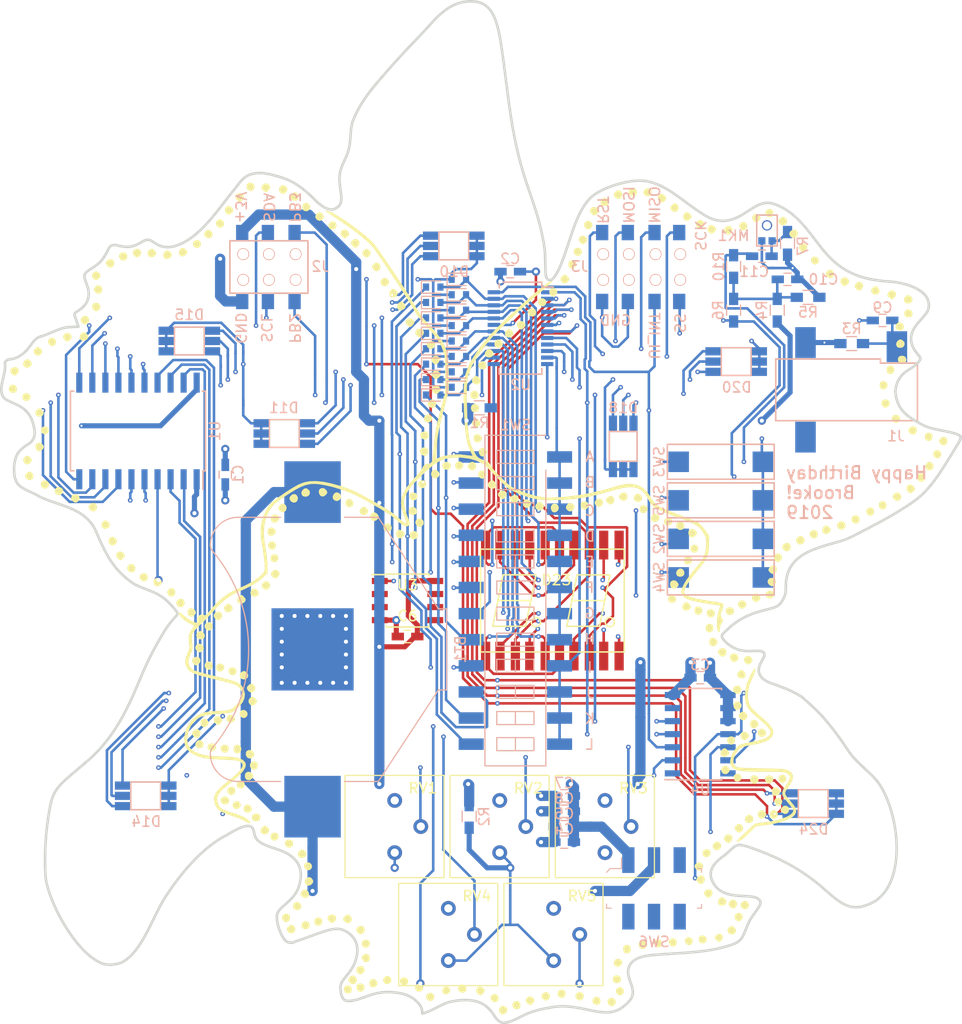
<source format=kicad_pcb>
(kicad_pcb (version 20171130) (host pcbnew "(5.1.2)-1")
  (layers (0 F.Cu signal hide) (1 In1.Cu signal) (2 In2.Cu signal hide) (31 B.Cu signal) (34 B.Paste user) (35 F.Paste user hide) (36 B.SilkS user) (37 F.SilkS user hide) (38 B.Mask user) (39 F.Mask user hide) (44 Edge.Cuts user))
  (net 0 "")
  (net 1 GND)
  (net 2 +3V0)
  (net 3 "Net-(C9-Pad1)")
  (net 4 "Net-(C10-Pad2)")
  (net 5 "Net-(C11-Pad1)")
  (net 6 "Net-(D1-Pad1)")
  (net 7 "Net-(D2-Pad1)")
  (net 8 "Net-(D3-Pad1)")
  (net 9 "Net-(D4-Pad1)")
  (net 10 "Net-(D5-Pad1)")
  (net 11 "Net-(D10-Pad4)")
  (net 12 I2C_SDA)
  (net 13 PB3)
  (net 14 PB2)
  (net 15 I2C_SCL)
  (net 16 UI_INTERRUPT)
  (net 17 SPI_SCK)
  (net 18 SPI_MISO)
  (net 19 SPI_MOSI)
  (net 20 SPI_SS)
  (net 21 RESET)
  (net 22 "Net-(R2-Pad1)")
  (net 23 "Net-(U3-Pad7)")
  (net 24 "Net-(U3-Pad6)")
  (net 25 "Net-(U3-Pad5)")
  (net 26 "Net-(U3-Pad3)")
  (net 27 "Net-(U3-Pad2)")
  (net 28 TOUCH2)
  (net 29 TOUCH_PROX)
  (net 30 TOUCH_GUARD)
  (net 31 TOUCH1)
  (net 32 /SEGDP)
  (net 33 /SEGG)
  (net 34 /SEGF)
  (net 35 /SEGE)
  (net 36 /SEGD)
  (net 37 /SEGC)
  (net 38 /SEGB)
  (net 39 /SEGA)
  (net 40 /DIG4)
  (net 41 /DIG3)
  (net 42 /DIG2)
  (net 43 /DIG5)
  (net 44 /DIG6)
  (net 45 /DIG7)
  (net 46 /DIG1)
  (net 47 /DIG0)
  (net 48 /KEYB)
  (net 49 /KEYA)
  (net 50 /AS1115_ISET)
  (net 51 "Net-(D6-Pad1)")
  (net 52 "Net-(D7-Pad1)")
  (net 53 "Net-(D8-Pad1)")
  (net 54 /AUDIO)
  (net 55 /MIC)
  (net 56 /POT1)
  (net 57 /POT2)
  (net 58 /POT3)
  (net 59 /POT4)
  (net 60 /POT5)
  (net 61 /TEMP)
  (net 62 /BAT+)
  (net 63 "Net-(J1-Pad3)")
  (module "BBS Components:SW_SPST_SMD_3_6" (layer B.Cu) (at 204.5 96 180)
    (fp_text reference SW5 (at 6 0 90) (layer B.SilkS) (effects (justify mirror)))
    (fp_text value SW_Push)
    (pad 2 smd rect (at 4.1 0 180) (size 2 2) (layers B.Cu B.Paste B.Mask) (net 53 "Net-(D8-Pad1)"))
    (pad 1 smd rect (at -4.1 0 180) (size 2 2) (layers B.Cu B.Paste B.Mask) (net 48 /KEYB))
  )
  (module "BBS Components:SW_SPST_SMD_3_6" (layer B.Cu) (at 204.5 103.5 180)
    (fp_text reference SW4 (at 6 0 90) (layer B.SilkS) (effects (justify mirror)))
    (fp_text value SW_Push)
    (pad 2 smd rect (at 4.1 0 180) (size 2 2) (layers B.Cu B.Paste B.Mask) (net 52 "Net-(D7-Pad1)"))
    (pad 1 smd rect (at -4.1 0 180) (size 2 2) (layers B.Cu B.Paste B.Mask) (net 48 /KEYB))
  )
  (module "BBS Components:SW_SPST_SMD_3_6" (layer B.Cu) (at 204.5 92.25 180)
    (fp_text reference SW3 (at 6 0 90) (layer B.SilkS) (effects (justify mirror)))
    (fp_text value SW_Push)
    (pad 2 smd rect (at 4.1 0 180) (size 2 2) (layers B.Cu B.Paste B.Mask) (net 51 "Net-(D6-Pad1)"))
    (pad 1 smd rect (at -4.1 0 180) (size 2 2) (layers B.Cu B.Paste B.Mask) (net 48 /KEYB))
  )
  (module "BBS Components:SW_SPST_SMD_3_6" (layer B.Cu) (at 204.5 99.75 180)
    (fp_text reference SW2 (at 6 0 90) (layer B.SilkS) (effects (justify mirror)))
    (fp_text value SW_Push)
    (pad 2 smd rect (at 4.1 0 180) (size 2 2) (layers B.Cu B.Paste B.Mask) (net 10 "Net-(D5-Pad1)"))
    (pad 1 smd rect (at -4.1 0 180) (size 2 2) (layers B.Cu B.Paste B.Mask) (net 48 /KEYB))
  )
  (module "BBS Components:sj2-35852b-smt" (layer B.Cu) (at 216.75 85.25 180)
    (fp_text reference J1 (at -4.8 -4.5) (layer B.SilkS) (effects (justify mirror)))
    (fp_text value Audio-Jack-2_Switch)
    (pad 3 smd rect (at 4 -4.6) (size 2 3) (layers B.Cu B.Paste B.Mask) (net 63 "Net-(J1-Pad3)"))
    (pad 2 smd rect (at 4 4.6 180) (size 2 3) (layers B.Cu B.Paste B.Mask) (net 1 GND))
    (pad 1 smd rect (at -4.9 4.2 180) (size 2 3) (layers B.Cu B.Paste B.Mask) (net 3 "Net-(C9-Pad1)"))
  )
  (module "BBS Components:Header_SMD_vertical_passthrough_02x03" (layer B.Cu) (at 160.5 73.25)
    (fp_text reference J2 (at 5 0) (layer B.SilkS) (effects (justify mirror)))
    (fp_text value Conn_02x03_Counter_Clockwise)
    (pad "" np_thru_hole circle (at -2.5 -1.2) (size 1 1) (drill 1) (layers *.Cu *.Mask))
    (pad "" np_thru_hole circle (at 0 -1.2) (size 1 1) (drill 1) (layers *.Cu *.Mask))
    (pad "" np_thru_hole circle (at 2.6 -1.2) (size 1 1) (drill 1) (layers *.Cu *.Mask))
    (pad "" np_thru_hole circle (at 2.6 1.3) (size 1 1) (drill 1) (layers *.Cu *.Mask))
    (pad "" np_thru_hole circle (at 0 1.3) (size 1 1) (drill 1) (layers *.Cu *.Mask))
    (pad "" np_thru_hole circle (at -2.5 1.3) (size 1 1) (drill 1) (layers *.Cu *.Mask))
    (pad 6 smd rect (at -2.6 -3.3) (size 1.2 1.5) (layers B.Cu B.Paste B.Mask) (net 2 +3V0))
    (pad 5 smd rect (at -0.1 -3.3) (size 1.2 1.5) (layers B.Cu B.Paste B.Mask) (net 12 I2C_SDA))
    (pad 4 smd rect (at 2.5 -3.3) (size 1.2 1.5) (layers B.Cu B.Paste B.Mask) (net 13 PB3))
    (pad 1 smd rect (at -2.6 3.4) (size 1.2 1.5) (layers B.Cu B.Paste B.Mask) (net 1 GND))
    (pad 2 smd rect (at -0.1 3.4) (size 1.2 1.5) (layers B.Cu B.Paste B.Mask) (net 15 I2C_SCL))
    (pad 3 smd rect (at 2.5 3.4) (size 1.2 1.5) (layers B.Cu B.Paste B.Mask) (net 14 PB2))
  )
  (module "BBS Components:Header_SMD_vertical_passthrough_02x04" (layer B.Cu) (at 196.75 73.25)
    (fp_text reference J3 (at -6 0) (layer B.SilkS) (effects (justify mirror)))
    (fp_text value Conn_02x04_Counter_Clockwise)
    (pad 5 smd rect (at 3.7 -3.3) (size 1.2 1.5) (layers B.Cu B.Paste B.Mask) (net 17 SPI_SCK))
    (pad 4 smd rect (at 3.7 3.4) (size 1.2 1.5) (layers B.Cu B.Paste B.Mask) (net 20 SPI_SS))
    (pad 3 smd rect (at 1.3 3.4) (size 1.2 1.5) (layers B.Cu B.Paste B.Mask) (net 16 UI_INTERRUPT))
    (pad 2 smd rect (at -1.3 3.4) (size 1.2 1.5) (layers B.Cu B.Paste B.Mask) (net 1 GND))
    (pad 1 smd rect (at -3.8 3.4) (size 1.2 1.5) (layers B.Cu B.Paste B.Mask) (net 1 GND))
    (pad 6 smd rect (at 1.3 -3.3) (size 1.2 1.5) (layers B.Cu B.Paste B.Mask) (net 18 SPI_MISO))
    (pad 7 smd rect (at -1.3 -3.3) (size 1.2 1.5) (layers B.Cu B.Paste B.Mask) (net 19 SPI_MOSI))
    (pad 8 smd rect (at -3.8 -3.3) (size 1.2 1.5) (layers B.Cu B.Paste B.Mask) (net 21 RESET))
    (pad "" np_thru_hole circle (at -3.7 1.3) (size 1 1) (drill 1) (layers *.Cu *.Mask))
    (pad "" np_thru_hole circle (at -1.2 1.3) (size 1 1) (drill 1) (layers *.Cu *.Mask))
    (pad "" np_thru_hole circle (at 1.4 1.3) (size 1 1) (drill 1) (layers *.Cu *.Mask))
    (pad "" np_thru_hole circle (at 3.8 1.3) (size 1 1) (drill 1) (layers *.Cu *.Mask))
    (pad "" np_thru_hole circle (at 3.8 -1.2) (size 1 1) (drill 1) (layers *.Cu *.Mask))
    (pad "" np_thru_hole circle (at 1.4 -1.2) (size 1 1) (drill 1) (layers *.Cu *.Mask))
    (pad "" np_thru_hole circle (at -1.2 -1.2) (size 1 1) (drill 1) (layers *.Cu *.Mask))
    (pad "" np_thru_hole circle (at -3.7 -1.2) (size 1 1) (drill 1) (layers *.Cu *.Mask))
  )
  (module "BBS Components:plcc_6_reverse_smd_rgb_led" (layer B.Cu) (at 148.5 124.75)
    (fp_text reference D14 (at 0.05 2.5) (layer B.SilkS) (effects (justify mirror)))
    (fp_text value LED_RGB)
    (pad 4 smd rect (at 2.25 1) (size 1.5 0.8) (layers B.Cu B.Paste B.Mask) (net 11 "Net-(D10-Pad4)"))
    (pad 5 smd rect (at 2.25 0) (size 1.5 0.8) (layers B.Cu B.Paste B.Mask) (net 11 "Net-(D10-Pad4)"))
    (pad 6 smd rect (at 2.25 -1) (size 1.5 0.8) (layers B.Cu B.Paste B.Mask) (net 11 "Net-(D10-Pad4)"))
    (pad 3 smd rect (at -2.25 -1) (size 1.5 0.8) (layers B.Cu B.Paste B.Mask) (net 47 /DIG0))
    (pad 2 smd rect (at -2.25 0) (size 1.5 0.8) (layers B.Cu B.Paste B.Mask) (net 46 /DIG1))
    (pad 1 smd rect (at -2.25 1) (size 1.5 0.8) (layers B.Cu B.Paste B.Mask) (net 42 /DIG2))
  )
  (module "BBS Components:plcc_6_reverse_smd_rgb_led" (layer B.Cu) (at 162 89.5 180)
    (fp_text reference D11 (at 0.05 2.5) (layer B.SilkS) (effects (justify mirror)))
    (fp_text value LED_RGB)
    (pad 4 smd rect (at 2.25 1 180) (size 1.5 0.8) (layers B.Cu B.Paste B.Mask) (net 11 "Net-(D10-Pad4)"))
    (pad 5 smd rect (at 2.25 0 180) (size 1.5 0.8) (layers B.Cu B.Paste B.Mask) (net 11 "Net-(D10-Pad4)"))
    (pad 6 smd rect (at 2.25 -1 180) (size 1.5 0.8) (layers B.Cu B.Paste B.Mask) (net 11 "Net-(D10-Pad4)"))
    (pad 3 smd rect (at -2.25 -1 180) (size 1.5 0.8) (layers B.Cu B.Paste B.Mask) (net 43 /DIG5))
    (pad 2 smd rect (at -2.25 0 180) (size 1.5 0.8) (layers B.Cu B.Paste B.Mask) (net 44 /DIG6))
    (pad 1 smd rect (at -2.25 1 180) (size 1.5 0.8) (layers B.Cu B.Paste B.Mask) (net 45 /DIG7))
  )
  (module "BBS Components:plcc_6_reverse_smd_rgb_led" (layer B.Cu) (at 213.5 125.5)
    (fp_text reference D24 (at 0.05 2.5) (layer B.SilkS) (effects (justify mirror)))
    (fp_text value LED_RGB)
    (pad 4 smd rect (at 2.25 1) (size 1.5 0.8) (layers B.Cu B.Paste B.Mask) (net 11 "Net-(D10-Pad4)"))
    (pad 5 smd rect (at 2.25 0) (size 1.5 0.8) (layers B.Cu B.Paste B.Mask) (net 11 "Net-(D10-Pad4)"))
    (pad 6 smd rect (at 2.25 -1) (size 1.5 0.8) (layers B.Cu B.Paste B.Mask) (net 11 "Net-(D10-Pad4)"))
    (pad 3 smd rect (at -2.25 -1) (size 1.5 0.8) (layers B.Cu B.Paste B.Mask) (net 47 /DIG0))
    (pad 2 smd rect (at -2.25 0) (size 1.5 0.8) (layers B.Cu B.Paste B.Mask) (net 46 /DIG1))
    (pad 1 smd rect (at -2.25 1) (size 1.5 0.8) (layers B.Cu B.Paste B.Mask) (net 42 /DIG2))
  )
  (module "BBS Components:plcc_6_reverse_smd_rgb_led" (layer B.Cu) (at 206 82.5)
    (fp_text reference D20 (at 0.05 2.5) (layer B.SilkS) (effects (justify mirror)))
    (fp_text value LED_RGB)
    (pad 4 smd rect (at 2.25 1) (size 1.5 0.8) (layers B.Cu B.Paste B.Mask) (net 11 "Net-(D10-Pad4)"))
    (pad 5 smd rect (at 2.25 0) (size 1.5 0.8) (layers B.Cu B.Paste B.Mask) (net 11 "Net-(D10-Pad4)"))
    (pad 6 smd rect (at 2.25 -1) (size 1.5 0.8) (layers B.Cu B.Paste B.Mask) (net 11 "Net-(D10-Pad4)"))
    (pad 3 smd rect (at -2.25 -1) (size 1.5 0.8) (layers B.Cu B.Paste B.Mask) (net 43 /DIG5))
    (pad 2 smd rect (at -2.25 0) (size 1.5 0.8) (layers B.Cu B.Paste B.Mask) (net 44 /DIG6))
    (pad 1 smd rect (at -2.25 1) (size 1.5 0.8) (layers B.Cu B.Paste B.Mask) (net 45 /DIG7))
  )
  (module "BBS Components:plcc_6_reverse_smd_rgb_led" (layer B.Cu) (at 195 90.75 270)
    (fp_text reference D18 (at -3.75 0 180) (layer B.SilkS) (effects (justify mirror)))
    (fp_text value LED_RGB)
    (pad 4 smd rect (at 2.25 1 270) (size 1.5 0.8) (layers B.Cu B.Paste B.Mask) (net 11 "Net-(D10-Pad4)"))
    (pad 5 smd rect (at 2.25 0 270) (size 1.5 0.8) (layers B.Cu B.Paste B.Mask) (net 11 "Net-(D10-Pad4)"))
    (pad 6 smd rect (at 2.25 -1 270) (size 1.5 0.8) (layers B.Cu B.Paste B.Mask) (net 11 "Net-(D10-Pad4)"))
    (pad 3 smd rect (at -2.25 -1 270) (size 1.5 0.8) (layers B.Cu B.Paste B.Mask) (net 43 /DIG5))
    (pad 2 smd rect (at -2.25 0 270) (size 1.5 0.8) (layers B.Cu B.Paste B.Mask) (net 44 /DIG6))
    (pad 1 smd rect (at -2.25 1 270) (size 1.5 0.8) (layers B.Cu B.Paste B.Mask) (net 45 /DIG7))
  )
  (module "BBS Components:plcc_6_reverse_smd_rgb_led" (layer B.Cu) (at 178.5 71.25)
    (fp_text reference D10 (at 0.05 2.5) (layer B.SilkS) (effects (justify mirror)))
    (fp_text value LED_RGB)
    (pad 4 smd rect (at 2.25 1) (size 1.5 0.8) (layers B.Cu B.Paste B.Mask) (net 11 "Net-(D10-Pad4)"))
    (pad 5 smd rect (at 2.25 0) (size 1.5 0.8) (layers B.Cu B.Paste B.Mask) (net 11 "Net-(D10-Pad4)"))
    (pad 6 smd rect (at 2.25 -1) (size 1.5 0.8) (layers B.Cu B.Paste B.Mask) (net 11 "Net-(D10-Pad4)"))
    (pad 3 smd rect (at -2.25 -1) (size 1.5 0.8) (layers B.Cu B.Paste B.Mask) (net 47 /DIG0))
    (pad 2 smd rect (at -2.25 0) (size 1.5 0.8) (layers B.Cu B.Paste B.Mask) (net 46 /DIG1))
    (pad 1 smd rect (at -2.25 1) (size 1.5 0.8) (layers B.Cu B.Paste B.Mask) (net 42 /DIG2))
  )
  (module "BBS Components:plcc_6_reverse_smd_rgb_led" (layer B.Cu) (at 152.75 80.5 180)
    (fp_text reference D15 (at 0 2.55 180) (layer B.SilkS) (effects (justify mirror)))
    (fp_text value LED_RGB hide)
    (pad 4 smd rect (at 2.25 1 180) (size 1.5 0.8) (layers B.Cu B.Paste B.Mask) (net 11 "Net-(D10-Pad4)"))
    (pad 5 smd rect (at 2.25 0 180) (size 1.5 0.8) (layers B.Cu B.Paste B.Mask) (net 11 "Net-(D10-Pad4)"))
    (pad 6 smd rect (at 2.25 -1 180) (size 1.5 0.8) (layers B.Cu B.Paste B.Mask) (net 11 "Net-(D10-Pad4)"))
    (pad 3 smd rect (at -2.25 -1 180) (size 1.5 0.8) (layers B.Cu B.Paste B.Mask) (net 43 /DIG5))
    (pad 2 smd rect (at -2.25 0 180) (size 1.5 0.8) (layers B.Cu B.Paste B.Mask) (net 44 /DIG6))
    (pad 1 smd rect (at -2.25 1 180) (size 1.5 0.8) (layers B.Cu B.Paste B.Mask) (net 45 /DIG7))
  )
  (module Resistors_SMD:R_0603_HandSoldering (layer B.Cu) (at 205.75 73.25 270)
    (fp_text reference R10 (at 0 1.45 90) (layer B.SilkS) (effects (justify mirror)))
    (fp_text value 10K)
    (pad 2 smd rect (at 1.1 0 270) (size 1.2 0.9) (layers B.Cu B.Paste B.Mask) (net 4 "Net-(C10-Pad2)"))
    (pad 1 smd rect (at -1.1 0 270) (size 1.2 0.9) (layers B.Cu B.Paste B.Mask) (net 55 /MIC))
  )
  (module "BBS Components:spv1840l45h-b" (layer B.Cu) (at 209 69.75 270)
    (fp_text reference MK1 (at 0.5 3.25) (layer B.SilkS) (effects (justify mirror)))
    (fp_text value Microphone)
    (pad 2 smd rect (at 1 -0.5 270) (size 0.7 0.7) (layers B.Cu B.Paste B.Mask) (net 5 "Net-(C11-Pad1)"))
    (pad 1 smd rect (at 1 0.5 270) (size 0.7 0.7) (layers B.Cu B.Paste B.Mask) (net 1 GND))
    (pad 3 thru_hole circle (at -0.5 0 270) (size 1 1) (drill 0.762) (layers *.Cu *.Mask))
  )
  (module Digikey:Switch_Slide_JS202011SCQN (layer B.Cu) (at 198 133.75)
    (fp_text reference SW6 (at 0 5.2) (layer B.SilkS) (effects (justify mirror)))
    (fp_text value SW_SPST)
    (pad 6 smd rect (at 2.5 2.75) (size 1.2 2.5) (layers B.Cu B.Paste B.Mask))
    (pad 5 smd rect (at 0 2.75) (size 1.2 2.5) (layers B.Cu B.Paste B.Mask))
    (pad 4 smd rect (at -2.5 2.75) (size 1.2 2.5) (layers B.Cu B.Paste B.Mask))
    (pad 1 smd rect (at -2.5 -2.75) (size 1.2 2.5) (layers B.Cu B.Paste B.Mask) (net 2 +3V0))
    (pad 2 smd rect (at 0 -2.75) (size 1.2 2.5) (layers B.Cu B.Paste B.Mask) (net 62 /BAT+))
    (pad 3 smd rect (at 2.5 -2.75) (size 1.2 2.5) (layers B.Cu B.Paste B.Mask))
  )
  (module "BBS Components:silkscreen-1" (layer F.Cu) (at 180 97)
    (fp_text reference G*** hide)
    (fp_text value LOGO hide)
  )
  (module "BBS Components:soldermask-1" (layer F.Cu) (at 180 97)
    (fp_text reference G*** hide)
    (fp_text value LOGO hide)
  )
  (module Battery_Holders:Keystone_3008_1x2450-CoinCell (layer B.Cu) (at 164.75 110.5 90)
    (fp_text reference BT1 (at 0 14.4 -90) (layer B.SilkS) (effects (justify mirror)))
    (fp_text value CR2450VP)
    (pad 2 smd rect (at 0 0 90) (size 8 8) (layers B.Cu B.Mask) (net 1 GND))
    (pad 1 smd rect (at 15.3 0 90) (size 6 5.5) (layers B.Cu B.Paste B.Mask) (net 62 /BAT+))
    (pad 1 smd rect (at -15.3 0 90) (size 6 5.5) (layers B.Cu B.Paste B.Mask) (net 62 /BAT+))
  )
  (module Potentiometers:Potentiometer_Trimmer_Suntan_TSR-3386P_Horizontal (layer F.Cu) (at 182.975001 130.275001)
    (fp_text reference RV2 (at 2.774999 -6.275001) (layer F.SilkS))
    (fp_text value R_POT hide)
    (pad 1 thru_hole circle (at 0 0) (size 1.44 1.44) (drill 0.8) (layers *.Cu *.Mask) (net 22 "Net-(R2-Pad1)"))
    (pad 2 thru_hole circle (at 2.54 -2.54) (size 1.44 1.44) (drill 0.8) (layers *.Cu *.Mask) (net 57 /POT2))
    (pad 3 thru_hole circle (at 0 -5.08) (size 1.44 1.44) (drill 0.8) (layers *.Cu *.Mask) (net 1 GND))
  )
  (module "BBS Components:7SegmentLED_ACDA02" (layer F.Cu) (at 188 105.75)
    (fp_text reference D23 (at 0.5 -2) (layer F.SilkS))
    (fp_text value 7SegmentLED_ACDA02 hide)
    (pad 20 smd rect (at 6.6 5.4) (size 0.9 2.8) (layers F.Cu F.Paste F.Mask) (net 33 /SEGG))
    (pad 19 smd rect (at 5.1 5.4) (size 0.9 2.8) (layers F.Cu F.Paste F.Mask) (net 34 /SEGF))
    (pad 18 smd rect (at 3.7 5.4) (size 0.9 2.8) (layers F.Cu F.Paste F.Mask) (net 40 /DIG4))
    (pad 17 smd rect (at 2.2 5.4) (size 0.9 2.8) (layers F.Cu F.Paste F.Mask) (net 39 /SEGA))
    (pad 16 smd rect (at 0.8 5.4) (size 0.9 2.8) (layers F.Cu F.Paste F.Mask) (net 38 /SEGB))
    (pad 15 smd rect (at -0.6 5.4) (size 0.9 2.8) (layers F.Cu F.Paste F.Mask) (net 33 /SEGG))
    (pad 11 smd rect (at -6.4 5.4) (size 0.9 2.8) (layers F.Cu F.Paste F.Mask) (net 38 /SEGB))
    (pad 12 smd rect (at -5 5.4) (size 0.9 2.8) (layers F.Cu F.Paste F.Mask) (net 39 /SEGA))
    (pad 14 smd rect (at -2.1 5.4) (size 0.9 2.8) (layers F.Cu F.Paste F.Mask) (net 34 /SEGF))
    (pad 13 smd rect (at -3.5 5.4) (size 0.9 2.8) (layers F.Cu F.Paste F.Mask) (net 41 /DIG3))
    (pad 10 smd rect (at 6.6 -5.4) (size 0.9 2.8) (layers F.Cu F.Paste F.Mask) (net 32 /SEGDP))
    (pad 9 smd rect (at 5.1 -5.4) (size 0.9 2.8) (layers F.Cu F.Paste F.Mask) (net 37 /SEGC))
    (pad 8 smd rect (at 3.7 -5.4) (size 0.9 2.8) (layers F.Cu F.Paste F.Mask) (net 41 /DIG3))
    (pad 7 smd rect (at 2.2 -5.4) (size 0.9 2.8) (layers F.Cu F.Paste F.Mask) (net 36 /SEGD))
    (pad 6 smd rect (at 0.8 -5.4) (size 0.9 2.8) (layers F.Cu F.Paste F.Mask) (net 35 /SEGE))
    (pad 5 smd rect (at -0.6 -5.4) (size 0.9 2.8) (layers F.Cu F.Paste F.Mask) (net 32 /SEGDP))
    (pad 1 smd rect (at -6.4 -5.4) (size 0.9 2.8) (layers F.Cu F.Paste F.Mask) (net 35 /SEGE))
    (pad 2 smd rect (at -5 -5.4) (size 0.9 2.8) (layers F.Cu F.Paste F.Mask) (net 36 /SEGD))
    (pad 3 smd rect (at -3.5 -5.4) (size 0.9 2.8) (layers F.Cu F.Paste F.Mask) (net 40 /DIG4))
    (pad 4 smd rect (at -2.1 -5.4) (size 0.9 2.8) (layers F.Cu F.Paste F.Mask) (net 37 /SEGC))
  )
  (module Capacitors_SMD:C_0603_HandSoldering (layer B.Cu) (at 156.25 93.5 90)
    (fp_text reference C1 (at 0 1.25 270) (layer B.SilkS) (effects (justify mirror)))
    (fp_text value 22uF)
    (pad 2 smd rect (at 0.95 0 90) (size 1.2 0.75) (layers B.Cu B.Paste B.Mask) (net 1 GND))
    (pad 1 smd rect (at -0.95 0 90) (size 1.2 0.75) (layers B.Cu B.Paste B.Mask) (net 2 +3V0))
  )
  (module Capacitors_SMD:C_0603_HandSoldering (layer B.Cu) (at 184 73.75 180)
    (fp_text reference C2 (at 0 1.25 180) (layer B.SilkS) (effects (justify mirror)))
    (fp_text value 22uF)
    (pad 2 smd rect (at 0.95 0 180) (size 1.2 0.75) (layers B.Cu B.Paste B.Mask) (net 1 GND))
    (pad 1 smd rect (at -0.95 0 180) (size 1.2 0.75) (layers B.Cu B.Paste B.Mask) (net 2 +3V0))
  )
  (module Capacitors_SMD:C_0603_HandSoldering (layer B.Cu) (at 202.5 113.25)
    (fp_text reference C3 (at 0 -1.25) (layer B.SilkS) (effects (justify mirror)))
    (fp_text value 22uF)
    (pad 1 smd rect (at -0.95 0) (size 1.2 0.75) (layers B.Cu B.Paste B.Mask) (net 2 +3V0))
    (pad 2 smd rect (at 0.95 0) (size 1.2 0.75) (layers B.Cu B.Paste B.Mask) (net 1 GND))
  )
  (module Capacitors_SMD:C_0603_HandSoldering (layer B.Cu) (at 189.25 129.25 180)
    (fp_text reference C4 (at 0 1.25) (layer B.SilkS) (effects (justify mirror)))
    (fp_text value 22uF)
    (pad 2 smd rect (at 0.95 0 180) (size 1.2 0.75) (layers B.Cu B.Paste B.Mask) (net 1 GND))
    (pad 1 smd rect (at -0.95 0 180) (size 1.2 0.75) (layers B.Cu B.Paste B.Mask) (net 2 +3V0))
  )
  (module Capacitors_SMD:C_0603_HandSoldering (layer B.Cu) (at 189.25 127.75 180)
    (fp_text reference C5 (at 0 1.25) (layer B.SilkS) (effects (justify mirror)))
    (fp_text value 22uF)
    (pad 1 smd rect (at -0.95 0 180) (size 1.2 0.75) (layers B.Cu B.Paste B.Mask) (net 2 +3V0))
    (pad 2 smd rect (at 0.95 0 180) (size 1.2 0.75) (layers B.Cu B.Paste B.Mask) (net 1 GND))
  )
  (module Capacitors_SMD:C_0603_HandSoldering (layer F.Cu) (at 174 109.25 180)
    (fp_text reference C6 (at 0 2) (layer F.SilkS))
    (fp_text value 22uF hide)
    (pad 1 smd rect (at -0.95 0 180) (size 1.2 0.75) (layers F.Cu F.Paste F.Mask) (net 2 +3V0))
    (pad 2 smd rect (at 0.95 0 180) (size 1.2 0.75) (layers F.Cu F.Paste F.Mask) (net 1 GND))
  )
  (module Capacitors_SMD:C_0603_HandSoldering (layer B.Cu) (at 189.25 124.75 180)
    (fp_text reference C7 (at 0 1.25) (layer B.SilkS) (effects (justify mirror)))
    (fp_text value 22uF)
    (pad 1 smd rect (at -0.95 0 180) (size 1.2 0.75) (layers B.Cu B.Paste B.Mask) (net 2 +3V0))
    (pad 2 smd rect (at 0.95 0 180) (size 1.2 0.75) (layers B.Cu B.Paste B.Mask) (net 1 GND))
  )
  (module Capacitors_SMD:C_0603_HandSoldering (layer B.Cu) (at 189.25 126.25 180)
    (fp_text reference C8 (at 0 1.25) (layer B.SilkS) (effects (justify mirror)))
    (fp_text value 22uF)
    (pad 2 smd rect (at 0.95 0 180) (size 1.2 0.75) (layers B.Cu B.Paste B.Mask) (net 1 GND))
    (pad 1 smd rect (at -0.95 0 180) (size 1.2 0.75) (layers B.Cu B.Paste B.Mask) (net 2 +3V0))
  )
  (module Capacitors_SMD:C_0603_HandSoldering (layer B.Cu) (at 220.25 78.5 180)
    (fp_text reference C9 (at 0 1.25) (layer B.SilkS) (effects (justify mirror)))
    (fp_text value 10uF)
    (pad 2 smd rect (at 0.95 0 180) (size 1.2 0.75) (layers B.Cu B.Paste B.Mask) (net 54 /AUDIO))
    (pad 1 smd rect (at -0.95 0 180) (size 1.2 0.75) (layers B.Cu B.Paste B.Mask) (net 3 "Net-(C9-Pad1)"))
  )
  (module Capacitors_SMD:C_0603_HandSoldering (layer B.Cu) (at 211 74.5 180)
    (fp_text reference C10 (at -3.5 0 180) (layer B.SilkS) (effects (justify mirror)))
    (fp_text value 10uF)
    (pad 1 smd rect (at -0.95 0 180) (size 1.2 0.75) (layers B.Cu B.Paste B.Mask) (net 1 GND))
    (pad 2 smd rect (at 0.95 0 180) (size 1.2 0.75) (layers B.Cu B.Paste B.Mask) (net 4 "Net-(C10-Pad2)"))
  )
  (module Capacitors_SMD:C_0603_HandSoldering (layer B.Cu) (at 208.5 72.25 180)
    (fp_text reference C11 (at 0.75 -1.5) (layer B.SilkS) (effects (justify mirror)))
    (fp_text value 10uF)
    (pad 2 smd rect (at 0.95 0 180) (size 1.2 0.75) (layers B.Cu B.Paste B.Mask) (net 55 /MIC))
    (pad 1 smd rect (at -0.95 0 180) (size 1.2 0.75) (layers B.Cu B.Paste B.Mask) (net 5 "Net-(C11-Pad1)"))
  )
  (module Diodes_SMD:D_SOD-523 (layer B.Cu) (at 176.5 76.75)
    (fp_text reference D1 hide)
    (fp_text value D)
    (pad 1 smd rect (at -0.7 0 180) (size 0.6 0.7) (layers B.Cu B.Paste B.Mask) (net 6 "Net-(D1-Pad1)"))
    (pad 2 smd rect (at 0.7 0 180) (size 0.6 0.7) (layers B.Cu B.Paste B.Mask) (net 32 /SEGDP))
  )
  (module Diodes_SMD:D_SOD-523 (layer B.Cu) (at 176.5 81.25)
    (fp_text reference D2 hide)
    (fp_text value D)
    (pad 2 smd rect (at 0.7 0 180) (size 0.6 0.7) (layers B.Cu B.Paste B.Mask) (net 33 /SEGG))
    (pad 1 smd rect (at -0.7 0 180) (size 0.6 0.7) (layers B.Cu B.Paste B.Mask) (net 7 "Net-(D2-Pad1)"))
  )
  (module Diodes_SMD:D_SOD-523 (layer B.Cu) (at 176.5 84.25)
    (fp_text reference D3 hide)
    (fp_text value D)
    (pad 1 smd rect (at -0.7 0 180) (size 0.6 0.7) (layers B.Cu B.Paste B.Mask) (net 8 "Net-(D3-Pad1)"))
    (pad 2 smd rect (at 0.7 0 180) (size 0.6 0.7) (layers B.Cu B.Paste B.Mask) (net 34 /SEGF))
  )
  (module Diodes_SMD:D_SOD-523 (layer B.Cu) (at 176.5 78.25)
    (fp_text reference D4 hide)
    (fp_text value D)
    (pad 1 smd rect (at -0.7 0 180) (size 0.6 0.7) (layers B.Cu B.Paste B.Mask) (net 9 "Net-(D4-Pad1)"))
    (pad 2 smd rect (at 0.7 0 180) (size 0.6 0.7) (layers B.Cu B.Paste B.Mask) (net 35 /SEGE))
  )
  (module Diodes_SMD:D_SOD-523 (layer B.Cu) (at 176.5 75.25)
    (fp_text reference D5 hide)
    (fp_text value D)
    (pad 2 smd rect (at 0.7 0 180) (size 0.6 0.7) (layers B.Cu B.Paste B.Mask) (net 36 /SEGD))
    (pad 1 smd rect (at -0.7 0 180) (size 0.6 0.7) (layers B.Cu B.Paste B.Mask) (net 10 "Net-(D5-Pad1)"))
  )
  (module Diodes_SMD:D_SOD-523 (layer B.Cu) (at 176.5 79.75)
    (fp_text reference D6 hide)
    (fp_text value D)
    (pad 1 smd rect (at -0.7 0 180) (size 0.6 0.7) (layers B.Cu B.Paste B.Mask) (net 51 "Net-(D6-Pad1)"))
    (pad 2 smd rect (at 0.7 0 180) (size 0.6 0.7) (layers B.Cu B.Paste B.Mask) (net 37 /SEGC))
  )
  (module Diodes_SMD:D_SOD-523 (layer B.Cu) (at 176.5 82.75)
    (fp_text reference D7 hide)
    (fp_text value D)
    (pad 1 smd rect (at -0.7 0 180) (size 0.6 0.7) (layers B.Cu B.Paste B.Mask) (net 52 "Net-(D7-Pad1)"))
    (pad 2 smd rect (at 0.7 0 180) (size 0.6 0.7) (layers B.Cu B.Paste B.Mask) (net 38 /SEGB))
  )
  (module Diodes_SMD:D_SOD-523 (layer B.Cu) (at 176.5 85.75)
    (fp_text reference D8 hide)
    (fp_text value D)
    (pad 2 smd rect (at 0.7 0 180) (size 0.6 0.7) (layers B.Cu B.Paste B.Mask) (net 39 /SEGA))
    (pad 1 smd rect (at -0.7 0 180) (size 0.6 0.7) (layers B.Cu B.Paste B.Mask) (net 53 "Net-(D8-Pad1)"))
  )
  (module Diodes_SMD:D_SOD-523 (layer B.Cu) (at 179 76)
    (fp_text reference D9 hide)
    (fp_text value D)
    (pad 2 smd rect (at 0.7 0 180) (size 0.6 0.7) (layers B.Cu B.Paste B.Mask) (net 32 /SEGDP))
    (pad 1 smd rect (at -0.7 0 180) (size 0.6 0.7) (layers B.Cu B.Paste B.Mask) (net 11 "Net-(D10-Pad4)"))
  )
  (module Diodes_SMD:D_SOD-523 (layer B.Cu) (at 179 80.5)
    (fp_text reference D12 hide)
    (fp_text value D)
    (pad 1 smd rect (at -0.7 0 180) (size 0.6 0.7) (layers B.Cu B.Paste B.Mask) (net 11 "Net-(D10-Pad4)"))
    (pad 2 smd rect (at 0.7 0 180) (size 0.6 0.7) (layers B.Cu B.Paste B.Mask) (net 33 /SEGG))
  )
  (module Diodes_SMD:D_SOD-523 (layer B.Cu) (at 179 83.5)
    (fp_text reference D13 hide)
    (fp_text value D)
    (pad 2 smd rect (at 0.7 0 180) (size 0.6 0.7) (layers B.Cu B.Paste B.Mask) (net 34 /SEGF))
    (pad 1 smd rect (at -0.7 0 180) (size 0.6 0.7) (layers B.Cu B.Paste B.Mask) (net 11 "Net-(D10-Pad4)"))
  )
  (module Diodes_SMD:D_SOD-523 (layer B.Cu) (at 179 77.5)
    (fp_text reference D16 hide)
    (fp_text value D)
    (pad 1 smd rect (at -0.7 0 180) (size 0.6 0.7) (layers B.Cu B.Paste B.Mask) (net 11 "Net-(D10-Pad4)"))
    (pad 2 smd rect (at 0.7 0 180) (size 0.6 0.7) (layers B.Cu B.Paste B.Mask) (net 35 /SEGE))
  )
  (module Diodes_SMD:D_SOD-523 (layer B.Cu) (at 179 74.5)
    (fp_text reference D17 hide)
    (fp_text value D)
    (pad 2 smd rect (at 0.7 0 180) (size 0.6 0.7) (layers B.Cu B.Paste B.Mask) (net 36 /SEGD))
    (pad 1 smd rect (at -0.7 0 180) (size 0.6 0.7) (layers B.Cu B.Paste B.Mask) (net 11 "Net-(D10-Pad4)"))
  )
  (module Diodes_SMD:D_SOD-523 (layer B.Cu) (at 179 79)
    (fp_text reference D19 hide)
    (fp_text value D)
    (pad 2 smd rect (at 0.7 0 180) (size 0.6 0.7) (layers B.Cu B.Paste B.Mask) (net 37 /SEGC))
    (pad 1 smd rect (at -0.7 0 180) (size 0.6 0.7) (layers B.Cu B.Paste B.Mask) (net 11 "Net-(D10-Pad4)"))
  )
  (module Diodes_SMD:D_SOD-523 (layer B.Cu) (at 179 82)
    (fp_text reference D21 hide)
    (fp_text value D)
    (pad 2 smd rect (at 0.7 0 180) (size 0.6 0.7) (layers B.Cu B.Paste B.Mask) (net 38 /SEGB))
    (pad 1 smd rect (at -0.7 0 180) (size 0.6 0.7) (layers B.Cu B.Paste B.Mask) (net 11 "Net-(D10-Pad4)"))
  )
  (module Diodes_SMD:D_SOD-523 (layer B.Cu) (at 179 85)
    (fp_text reference D22 hide)
    (fp_text value D)
    (pad 1 smd rect (at -0.7 0 180) (size 0.6 0.7) (layers B.Cu B.Paste B.Mask) (net 11 "Net-(D10-Pad4)"))
    (pad 2 smd rect (at 0.7 0 180) (size 0.6 0.7) (layers B.Cu B.Paste B.Mask) (net 39 /SEGA))
  )
  (module Resistors_SMD:R_0603_HandSoldering (layer B.Cu) (at 181 87)
    (fp_text reference R1 (at 0 1.45) (layer B.SilkS) (effects (justify mirror)))
    (fp_text value 22K)
    (pad 1 smd rect (at -1.1 0) (size 1.2 0.9) (layers B.Cu B.Paste B.Mask) (net 2 +3V0))
    (pad 2 smd rect (at 1.1 0) (size 1.2 0.9) (layers B.Cu B.Paste B.Mask) (net 50 /AS1115_ISET))
  )
  (module Resistors_SMD:R_0603_HandSoldering (layer B.Cu) (at 180 126.75 90)
    (fp_text reference R2 (at 0 1.45 270) (layer B.SilkS) (effects (justify mirror)))
    (fp_text value 10K)
    (pad 1 smd rect (at -1.1 0 90) (size 1.2 0.9) (layers B.Cu B.Paste B.Mask) (net 22 "Net-(R2-Pad1)"))
    (pad 2 smd rect (at 1.1 0 90) (size 1.2 0.9) (layers B.Cu B.Paste B.Mask) (net 2 +3V0))
  )
  (module Resistors_SMD:R_0603_HandSoldering (layer B.Cu) (at 217.25 80.75 180)
    (fp_text reference R3 (at 0 1.45) (layer B.SilkS) (effects (justify mirror)))
    (fp_text value 10K)
    (pad 1 smd rect (at -1.1 0 180) (size 1.2 0.9) (layers B.Cu B.Paste B.Mask) (net 3 "Net-(C9-Pad1)"))
    (pad 2 smd rect (at 1.1 0 180) (size 1.2 0.9) (layers B.Cu B.Paste B.Mask) (net 1 GND))
  )
  (module Resistors_SMD:R_0603_HandSoldering (layer B.Cu) (at 210 77.5 90)
    (fp_text reference R4 (at 0 -1.5 90) (layer B.SilkS) (effects (justify mirror)))
    (fp_text value 10K)
    (pad 1 smd rect (at -1.1 0 90) (size 1.2 0.9) (layers B.Cu B.Paste B.Mask) (net 2 +3V0))
    (pad 2 smd rect (at 1.1 0 90) (size 1.2 0.9) (layers B.Cu B.Paste B.Mask) (net 4 "Net-(C10-Pad2)"))
  )
  (module Resistors_SMD:R_0603_HandSoldering (layer B.Cu) (at 213 76.25)
    (fp_text reference R5 (at 0 1.45) (layer B.SilkS) (effects (justify mirror)))
    (fp_text value 10K)
    (pad 2 smd rect (at 1.1 0) (size 1.2 0.9) (layers B.Cu B.Paste B.Mask) (net 1 GND))
    (pad 1 smd rect (at -1.1 0) (size 1.2 0.9) (layers B.Cu B.Paste B.Mask) (net 4 "Net-(C10-Pad2)"))
  )
  (module Resistors_SMD:R_0603_HandSoldering (layer B.Cu) (at 205.75 77.5 90)
    (fp_text reference R6 (at 0 -1.5 90) (layer B.SilkS) (effects (justify mirror)))
    (fp_text value 10K)
    (pad 2 smd rect (at 1.1 0 90) (size 1.2 0.9) (layers B.Cu B.Paste B.Mask) (net 4 "Net-(C10-Pad2)"))
    (pad 1 smd rect (at -1.1 0 90) (size 1.2 0.9) (layers B.Cu B.Paste B.Mask) (net 54 /AUDIO))
  )
  (module Resistors_SMD:R_0603_HandSoldering (layer B.Cu) (at 211 71 270)
    (fp_text reference R7 (at 0.25 -1.5 90) (layer B.SilkS) (effects (justify mirror)))
    (fp_text value 10K)
    (pad 2 smd rect (at 1.1 0 270) (size 1.2 0.9) (layers B.Cu B.Paste B.Mask) (net 1 GND))
    (pad 1 smd rect (at -1.1 0 270) (size 1.2 0.9) (layers B.Cu B.Paste B.Mask) (net 5 "Net-(C11-Pad1)"))
  )
  (module Buttons_Switches_SMD:SW_DIP_x12_W8.61mm_Slide_LowProfile (layer B.Cu) (at 184.5 105.75 180)
    (fp_text reference SW1 (at 0 17.08) (layer B.SilkS) (effects (justify mirror)))
    (fp_text value SW_DIP_x12)
    (pad 24 smd rect (at 4.305 13.97 180) (size 2.44 1.12) (layers B.Cu B.Paste B.Mask) (net 6 "Net-(D1-Pad1)"))
    (pad 12 smd rect (at -4.305 -13.97 180) (size 2.44 1.12) (layers B.Cu B.Paste B.Mask) (net 48 /KEYB))
    (pad 23 smd rect (at 4.305 11.43 180) (size 2.44 1.12) (layers B.Cu B.Paste B.Mask) (net 7 "Net-(D2-Pad1)"))
    (pad 11 smd rect (at -4.305 -11.43 180) (size 2.44 1.12) (layers B.Cu B.Paste B.Mask) (net 48 /KEYB))
    (pad 22 smd rect (at 4.305 8.89 180) (size 2.44 1.12) (layers B.Cu B.Paste B.Mask) (net 8 "Net-(D3-Pad1)"))
    (pad 10 smd rect (at -4.305 -8.89 180) (size 2.44 1.12) (layers B.Cu B.Paste B.Mask) (net 48 /KEYB))
    (pad 21 smd rect (at 4.305 6.35 180) (size 2.44 1.12) (layers B.Cu B.Paste B.Mask) (net 9 "Net-(D4-Pad1)"))
    (pad 9 smd rect (at -4.305 -6.35 180) (size 2.44 1.12) (layers B.Cu B.Paste B.Mask) (net 48 /KEYB))
    (pad 20 smd rect (at 4.305 3.81 180) (size 2.44 1.12) (layers B.Cu B.Paste B.Mask) (net 10 "Net-(D5-Pad1)"))
    (pad 8 smd rect (at -4.305 -3.81 180) (size 2.44 1.12) (layers B.Cu B.Paste B.Mask) (net 49 /KEYA))
    (pad 19 smd rect (at 4.305 1.27 180) (size 2.44 1.12) (layers B.Cu B.Paste B.Mask) (net 51 "Net-(D6-Pad1)"))
    (pad 7 smd rect (at -4.305 -1.27 180) (size 2.44 1.12) (layers B.Cu B.Paste B.Mask) (net 49 /KEYA))
    (pad 18 smd rect (at 4.305 -1.27 180) (size 2.44 1.12) (layers B.Cu B.Paste B.Mask) (net 52 "Net-(D7-Pad1)"))
    (pad 6 smd rect (at -4.305 1.27 180) (size 2.44 1.12) (layers B.Cu B.Paste B.Mask) (net 49 /KEYA))
    (pad 17 smd rect (at 4.305 -3.81 180) (size 2.44 1.12) (layers B.Cu B.Paste B.Mask) (net 53 "Net-(D8-Pad1)"))
    (pad 5 smd rect (at -4.305 3.81 180) (size 2.44 1.12) (layers B.Cu B.Paste B.Mask) (net 49 /KEYA))
    (pad 16 smd rect (at 4.305 -6.35 180) (size 2.44 1.12) (layers B.Cu B.Paste B.Mask) (net 6 "Net-(D1-Pad1)"))
    (pad 4 smd rect (at -4.305 6.35 180) (size 2.44 1.12) (layers B.Cu B.Paste B.Mask) (net 49 /KEYA))
    (pad 15 smd rect (at 4.305 -8.89 180) (size 2.44 1.12) (layers B.Cu B.Paste B.Mask) (net 7 "Net-(D2-Pad1)"))
    (pad 3 smd rect (at -4.305 8.89 180) (size 2.44 1.12) (layers B.Cu B.Paste B.Mask) (net 49 /KEYA))
    (pad 14 smd rect (at 4.305 -11.43 180) (size 2.44 1.12) (layers B.Cu B.Paste B.Mask) (net 8 "Net-(D3-Pad1)"))
    (pad 2 smd rect (at -4.305 11.43 180) (size 2.44 1.12) (layers B.Cu B.Paste B.Mask) (net 49 /KEYA))
    (pad 13 smd rect (at 4.305 -13.97 180) (size 2.44 1.12) (layers B.Cu B.Paste B.Mask) (net 9 "Net-(D4-Pad1)"))
    (pad 1 smd rect (at -4.305 13.97 180) (size 2.44 1.12) (layers B.Cu B.Paste B.Mask) (net 49 /KEYA))
  )
  (module Housings_SOIC:SOIC-20W_7.5x12.8mm_Pitch1.27mm (layer B.Cu) (at 147.75 89.25 90)
    (fp_text reference U1 (at 0 7.5 90) (layer B.SilkS) (effects (justify mirror)))
    (fp_text value ATtiny1606-S)
    (pad 20 smd rect (at 4.7 5.715 90) (size 1.95 0.6) (layers B.Cu B.Paste B.Mask) (net 1 GND))
    (pad 19 smd rect (at 4.7 4.445 90) (size 1.95 0.6) (layers B.Cu B.Paste B.Mask) (net 58 /POT3))
    (pad 18 smd rect (at 4.7 3.175 90) (size 1.95 0.6) (layers B.Cu B.Paste B.Mask) (net 57 /POT2))
    (pad 17 smd rect (at 4.7 1.905 90) (size 1.95 0.6) (layers B.Cu B.Paste B.Mask) (net 56 /POT1))
    (pad 16 smd rect (at 4.7 0.635 90) (size 1.95 0.6) (layers B.Cu B.Paste B.Mask) (net 21 RESET))
    (pad 15 smd rect (at 4.7 -0.635 90) (size 1.95 0.6) (layers B.Cu B.Paste B.Mask) (net 17 SPI_SCK))
    (pad 14 smd rect (at 4.7 -1.905 90) (size 1.95 0.6) (layers B.Cu B.Paste B.Mask) (net 18 SPI_MISO))
    (pad 13 smd rect (at 4.7 -3.175 90) (size 1.95 0.6) (layers B.Cu B.Paste B.Mask) (net 19 SPI_MOSI))
    (pad 12 smd rect (at 4.7 -4.445 90) (size 1.95 0.6) (layers B.Cu B.Paste B.Mask) (net 20 SPI_SS))
    (pad 11 smd rect (at 4.7 -5.715 90) (size 1.95 0.6) (layers B.Cu B.Paste B.Mask) (net 15 I2C_SCL))
    (pad 10 smd rect (at -4.7 -5.715 90) (size 1.95 0.6) (layers B.Cu B.Paste B.Mask) (net 12 I2C_SDA))
    (pad 9 smd rect (at -4.7 -4.445 90) (size 1.95 0.6) (layers B.Cu B.Paste B.Mask) (net 14 PB2))
    (pad 8 smd rect (at -4.7 -3.175 90) (size 1.95 0.6) (layers B.Cu B.Paste B.Mask) (net 13 PB3))
    (pad 7 smd rect (at -4.7 -1.905 90) (size 1.95 0.6) (layers B.Cu B.Paste B.Mask) (net 16 UI_INTERRUPT))
    (pad 6 smd rect (at -4.7 -0.635 90) (size 1.95 0.6) (layers B.Cu B.Paste B.Mask) (net 55 /MIC))
    (pad 5 smd rect (at -4.7 0.635 90) (size 1.95 0.6) (layers B.Cu B.Paste B.Mask) (net 54 /AUDIO))
    (pad 4 smd rect (at -4.7 1.905 90) (size 1.95 0.6) (layers B.Cu B.Paste B.Mask) (net 61 /TEMP))
    (pad 3 smd rect (at -4.7 3.175 90) (size 1.95 0.6) (layers B.Cu B.Paste B.Mask) (net 60 /POT5))
    (pad 2 smd rect (at -4.7 4.445 90) (size 1.95 0.6) (layers B.Cu B.Paste B.Mask) (net 59 /POT4))
    (pad 1 smd rect (at -4.7 5.715 90) (size 1.95 0.6) (layers B.Cu B.Paste B.Mask) (net 2 +3V0))
  )
  (module Housings_SSOP:SSOP-24_3.9x8.7mm_Pitch0.635mm (layer B.Cu) (at 185 79.25 180)
    (fp_text reference U2 (at 0 -5.5 180) (layer B.SilkS) (effects (justify mirror)))
    (fp_text value AS1115-BSST)
    (pad 24 smd rect (at 2.6 3.4925 180) (size 1.2 0.4) (layers B.Cu B.Paste B.Mask) (net 16 UI_INTERRUPT))
    (pad 23 smd rect (at 2.6 2.8575 180) (size 1.2 0.4) (layers B.Cu B.Paste B.Mask) (net 36 /SEGD))
    (pad 22 smd rect (at 2.6 2.2225 180) (size 1.2 0.4) (layers B.Cu B.Paste B.Mask) (net 32 /SEGDP))
    (pad 21 smd rect (at 2.6 1.5875 180) (size 1.2 0.4) (layers B.Cu B.Paste B.Mask) (net 35 /SEGE))
    (pad 20 smd rect (at 2.6 0.9525 180) (size 1.2 0.4) (layers B.Cu B.Paste B.Mask) (net 37 /SEGC))
    (pad 19 smd rect (at 2.6 0.3175 180) (size 1.2 0.4) (layers B.Cu B.Paste B.Mask) (net 2 +3V0))
    (pad 18 smd rect (at 2.6 -0.3175 180) (size 1.2 0.4) (layers B.Cu B.Paste B.Mask) (net 33 /SEGG))
    (pad 17 smd rect (at 2.6 -0.9525 180) (size 1.2 0.4) (layers B.Cu B.Paste B.Mask) (net 38 /SEGB))
    (pad 16 smd rect (at 2.6 -1.5875 180) (size 1.2 0.4) (layers B.Cu B.Paste B.Mask) (net 34 /SEGF))
    (pad 15 smd rect (at 2.6 -2.2225 180) (size 1.2 0.4) (layers B.Cu B.Paste B.Mask) (net 39 /SEGA))
    (pad 14 smd rect (at 2.6 -2.8575 180) (size 1.2 0.4) (layers B.Cu B.Paste B.Mask) (net 15 I2C_SCL))
    (pad 13 smd rect (at 2.6 -3.4925 180) (size 1.2 0.4) (layers B.Cu B.Paste B.Mask) (net 50 /AS1115_ISET))
    (pad 12 smd rect (at -2.6 -3.4925 180) (size 1.2 0.4) (layers B.Cu B.Paste B.Mask) (net 48 /KEYB))
    (pad 11 smd rect (at -2.6 -2.8575 180) (size 1.2 0.4) (layers B.Cu B.Paste B.Mask) (net 49 /KEYA))
    (pad 10 smd rect (at -2.6 -2.2225 180) (size 1.2 0.4) (layers B.Cu B.Paste B.Mask) (net 45 /DIG7))
    (pad 9 smd rect (at -2.6 -1.5875 180) (size 1.2 0.4) (layers B.Cu B.Paste B.Mask) (net 44 /DIG6))
    (pad 8 smd rect (at -2.6 -0.9525 180) (size 1.2 0.4) (layers B.Cu B.Paste B.Mask) (net 43 /DIG5))
    (pad 7 smd rect (at -2.6 -0.3175 180) (size 1.2 0.4) (layers B.Cu B.Paste B.Mask) (net 40 /DIG4))
    (pad 6 smd rect (at -2.6 0.3175 180) (size 1.2 0.4) (layers B.Cu B.Paste B.Mask) (net 1 GND))
    (pad 5 smd rect (at -2.6 0.9525 180) (size 1.2 0.4) (layers B.Cu B.Paste B.Mask) (net 41 /DIG3))
    (pad 4 smd rect (at -2.6 1.5875 180) (size 1.2 0.4) (layers B.Cu B.Paste B.Mask) (net 42 /DIG2))
    (pad 3 smd rect (at -2.6 2.2225 180) (size 1.2 0.4) (layers B.Cu B.Paste B.Mask) (net 46 /DIG1))
    (pad 2 smd rect (at -2.6 2.8575 180) (size 1.2 0.4) (layers B.Cu B.Paste B.Mask) (net 47 /DIG0))
    (pad 1 smd rect (at -2.6 3.4925 180) (size 1.2 0.4) (layers B.Cu B.Paste B.Mask) (net 12 I2C_SDA))
  )
  (module Housings_SOIC:SOIC-8_3.9x4.9mm_Pitch1.27mm (layer F.Cu) (at 174 105.75)
    (fp_text reference U3 (at 0 -1.5) (layer F.SilkS))
    (fp_text value LM35-D hide)
    (pad 8 smd rect (at 2.7 -1.905) (size 1.55 0.6) (layers F.Cu F.Paste F.Mask) (net 2 +3V0))
    (pad 7 smd rect (at 2.7 -0.635) (size 1.55 0.6) (layers F.Cu F.Paste F.Mask) (net 23 "Net-(U3-Pad7)"))
    (pad 6 smd rect (at 2.7 0.635) (size 1.55 0.6) (layers F.Cu F.Paste F.Mask) (net 24 "Net-(U3-Pad6)"))
    (pad 5 smd rect (at 2.7 1.905) (size 1.55 0.6) (layers F.Cu F.Paste F.Mask) (net 25 "Net-(U3-Pad5)"))
    (pad 4 smd rect (at -2.7 1.905) (size 1.55 0.6) (layers F.Cu F.Paste F.Mask) (net 1 GND))
    (pad 3 smd rect (at -2.7 0.635) (size 1.55 0.6) (layers F.Cu F.Paste F.Mask) (net 26 "Net-(U3-Pad3)"))
    (pad 2 smd rect (at -2.7 -0.635) (size 1.55 0.6) (layers F.Cu F.Paste F.Mask) (net 27 "Net-(U3-Pad2)"))
    (pad 1 smd rect (at -2.7 -1.905) (size 1.55 0.6) (layers F.Cu F.Paste F.Mask) (net 61 /TEMP))
  )
  (module Housings_SOIC:SOIC-14_3.9x8.7mm_Pitch1.27mm (layer B.Cu) (at 202.5 118.75)
    (fp_text reference U4 (at 0 5.375 180) (layer B.SilkS) (effects (justify mirror)))
    (fp_text value CAP1296)
    (pad 14 smd rect (at 2.7 3.81) (size 1.5 0.6) (layers B.Cu B.Paste B.Mask))
    (pad 13 smd rect (at 2.7 2.54) (size 1.5 0.6) (layers B.Cu B.Paste B.Mask) (net 28 TOUCH2))
    (pad 12 smd rect (at 2.7 1.27) (size 1.5 0.6) (layers B.Cu B.Paste B.Mask) (net 29 TOUCH_PROX))
    (pad 11 smd rect (at 2.7 0) (size 1.5 0.6) (layers B.Cu B.Paste B.Mask) (net 30 TOUCH_GUARD))
    (pad 10 smd rect (at 2.7 -1.27) (size 1.5 0.6) (layers B.Cu B.Paste B.Mask) (net 1 GND))
    (pad 9 smd rect (at 2.7 -2.54) (size 1.5 0.6) (layers B.Cu B.Paste B.Mask) (net 1 GND))
    (pad 8 smd rect (at 2.7 -3.81) (size 1.5 0.6) (layers B.Cu B.Paste B.Mask) (net 1 GND))
    (pad 7 smd rect (at -2.7 -3.81) (size 1.5 0.6) (layers B.Cu B.Paste B.Mask) (net 2 +3V0))
    (pad 6 smd rect (at -2.7 -2.54) (size 1.5 0.6) (layers B.Cu B.Paste B.Mask))
    (pad 5 smd rect (at -2.7 -1.27) (size 1.5 0.6) (layers B.Cu B.Paste B.Mask) (net 15 I2C_SCL))
    (pad 4 smd rect (at -2.7 0) (size 1.5 0.6) (layers B.Cu B.Paste B.Mask) (net 12 I2C_SDA))
    (pad 3 smd rect (at -2.7 1.27) (size 1.5 0.6) (layers B.Cu B.Paste B.Mask) (net 16 UI_INTERRUPT))
    (pad 2 smd rect (at -2.7 2.54) (size 1.5 0.6) (layers B.Cu B.Paste B.Mask) (net 31 TOUCH1))
    (pad 1 smd rect (at -2.7 3.81) (size 1.5 0.6) (layers B.Cu B.Paste B.Mask))
  )
  (module Potentiometers:Potentiometer_Trimmer_Suntan_TSR-3386P_Horizontal (layer F.Cu) (at 172.75 130.275001)
    (fp_text reference RV1 (at 2.75 -6.275001) (layer F.SilkS))
    (fp_text value R_POT hide)
    (pad 3 thru_hole circle (at 0 -5.08) (size 1.44 1.44) (drill 0.8) (layers *.Cu *.Mask) (net 1 GND))
    (pad 2 thru_hole circle (at 2.54 -2.54) (size 1.44 1.44) (drill 0.8) (layers *.Cu *.Mask) (net 56 /POT1))
    (pad 1 thru_hole circle (at 0 0) (size 1.44 1.44) (drill 0.8) (layers *.Cu *.Mask) (net 22 "Net-(R2-Pad1)"))
  )
  (module Potentiometers:Potentiometer_Trimmer_Suntan_TSR-3386P_Horizontal (layer F.Cu) (at 193.225001 130.275001)
    (fp_text reference RV3 (at 2.774999 -6.275001) (layer F.SilkS))
    (fp_text value R_POT hide)
    (pad 1 thru_hole circle (at 0 0) (size 1.44 1.44) (drill 0.8) (layers *.Cu *.Mask) (net 22 "Net-(R2-Pad1)"))
    (pad 2 thru_hole circle (at 2.54 -2.54) (size 1.44 1.44) (drill 0.8) (layers *.Cu *.Mask) (net 58 /POT3))
    (pad 3 thru_hole circle (at 0 -5.08) (size 1.44 1.44) (drill 0.8) (layers *.Cu *.Mask) (net 1 GND))
  )
  (module Potentiometers:Potentiometer_Trimmer_Suntan_TSR-3386P_Horizontal (layer F.Cu) (at 177.975001 140.775001)
    (fp_text reference RV4 (at 2.774999 -6.275001) (layer F.SilkS))
    (fp_text value R_POT hide)
    (pad 3 thru_hole circle (at 0 -5.08) (size 1.44 1.44) (drill 0.8) (layers *.Cu *.Mask) (net 1 GND))
    (pad 2 thru_hole circle (at 2.54 -2.54) (size 1.44 1.44) (drill 0.8) (layers *.Cu *.Mask) (net 59 /POT4))
    (pad 1 thru_hole circle (at 0 0) (size 1.44 1.44) (drill 0.8) (layers *.Cu *.Mask) (net 22 "Net-(R2-Pad1)"))
  )
  (module Potentiometers:Potentiometer_Trimmer_Suntan_TSR-3386P_Horizontal (layer F.Cu) (at 188.225001 140.775001)
    (fp_text reference RV5 (at 2.774999 -6.275001) (layer F.SilkS))
    (fp_text value R_POT hide)
    (pad 1 thru_hole circle (at 0 0) (size 1.44 1.44) (drill 0.8) (layers *.Cu *.Mask) (net 22 "Net-(R2-Pad1)"))
    (pad 2 thru_hole circle (at 2.54 -2.54) (size 1.44 1.44) (drill 0.8) (layers *.Cu *.Mask) (net 60 /POT5))
    (pad 3 thru_hole circle (at 0 -5.08) (size 1.44 1.44) (drill 0.8) (layers *.Cu *.Mask) (net 1 GND))
  )
  (gr_text GND (at 194.25 78.5) (layer B.SilkS) (effects (font (size 1 1)) (justify mirror)))
  (gr_text UI_INT (at 198 80 270) (layer B.SilkS) (effects (font (size 1 1)) (justify mirror)))
  (gr_text SS (at 200.5 78.75 270) (layer B.SilkS) (effects (font (size 1 1)) (justify mirror)))
  (gr_text RST (at 193 67.75 270) (layer B.SilkS) (effects (font (size 1 1)) (justify mirror)))
  (gr_text MOSI (at 195.5 67.25 270) (layer B.SilkS) (effects (font (size 1 1)) (justify mirror)))
  (gr_text MISO (at 198 67.25 270) (layer B.SilkS) (effects (font (size 1 1)) (justify mirror)))
  (gr_text SCK (at 202.5 70.25 270) (layer B.SilkS) (effects (font (size 1 1)) (justify mirror)))
  (gr_text GND (at 157.75 79.25 270) (layer B.SilkS) (effects (font (size 1 1)) (justify mirror)))
  (gr_text SCL (at 160.25 79.25 270) (layer B.SilkS) (effects (font (size 1 1)) (justify mirror)))
  (gr_text PB2 (at 163 79.25 270) (layer B.SilkS) (effects (font (size 1 1)) (justify mirror)))
  (gr_text +3V (at 157.75 67.5 270) (layer B.SilkS) (effects (font (size 1 1)) (justify mirror)))
  (gr_text SDA (at 160.5 67.5 270) (layer B.SilkS) (effects (font (size 1 1)) (justify mirror)))
  (gr_text PB3 (at 163 67.5 270) (layer B.SilkS) (effects (font (size 1 1)) (justify mirror)))
  (gr_text K (at 191.75 117.25) (layer B.SilkS) (effects (font (size 1 1)) (justify mirror)))
  (gr_text J (at 191.75 114.75) (layer B.SilkS) (effects (font (size 1 1)) (justify mirror)))
  (gr_text I (at 191.75 112.25) (layer B.SilkS) (effects (font (size 1 1)) (justify mirror)))
  (gr_text H (at 191.75 109.5) (layer B.SilkS) (effects (font (size 1 1)) (justify mirror)))
  (gr_text G (at 191.75 107) (layer B.SilkS) (effects (font (size 1 1)) (justify mirror)))
  (gr_text F (at 191.75 104.5) (layer B.SilkS) (effects (font (size 1 1)) (justify mirror)))
  (gr_text E (at 191.75 102) (layer B.SilkS) (effects (font (size 1 1)) (justify mirror)))
  (gr_text D (at 191.75 99.5) (layer B.SilkS) (effects (font (size 1 1)) (justify mirror)))
  (gr_text C (at 191.75 97) (layer B.SilkS) (effects (font (size 1 1)) (justify mirror)))
  (gr_text B (at 191.75 94.25) (layer B.SilkS) (effects (font (size 1 1)) (justify mirror)))
  (gr_text L (at 191.75 119.75) (layer B.SilkS) (effects (font (size 1 1)) (justify mirror)))
  (gr_text A (at 191.75 91.75) (layer B.SilkS) (effects (font (size 1 1)) (justify mirror)))
  (gr_text "Happy Birthday\nBrooke!\n2019" (at 210.75 95.25) (layer B.SilkS) (effects (font (size 1.2 1.2) (thickness 0.2)) (justify right mirror)))
  (gr_curve (pts (xy 180.030489 47.451966) (xy 178.417326 47.49537) (xy 177.286143 48.491125) (xy 176.135951 49.780077)) (layer Edge.Cuts) (width 0.254))
  (gr_curve (pts (xy 183.107603 51.645111) (xy 182.652129 48.666054) (xy 181.979963 47.399356) (xy 180.030489 47.451966)) (layer Edge.Cuts) (width 0.254))
  (gr_curve (pts (xy 183.57202 55.076617) (xy 183.428657 53.948127) (xy 183.281217 52.781494) (xy 183.107603 51.645111)) (layer Edge.Cuts) (width 0.254))
  (gr_curve (pts (xy 184.048933 58.590985) (xy 183.869005 57.413829) (xy 183.718145 56.226152) (xy 183.57202 55.076617)) (layer Edge.Cuts) (width 0.254))
  (gr_curve (pts (xy 185.669724 65.381657) (xy 184.938573 63.239103) (xy 184.438906 61.145214) (xy 184.048933 58.590985)) (layer Edge.Cuts) (width 0.254))
  (gr_curve (pts (xy 185.883322 66.005089) (xy 185.812298 65.799909) (xy 185.741406 65.593414) (xy 185.669724 65.381657)) (layer Edge.Cuts) (width 0.254))
  (gr_curve (pts (xy 187.334028 71.457435) (xy 187.018915 69.306385) (xy 186.492417 67.776741) (xy 185.883322 66.005089)) (layer Edge.Cuts) (width 0.254))
  (gr_curve (pts (xy 187.515882 74.307584) (xy 187.359353 74.031025) (xy 187.452971 72.20337) (xy 187.334028 71.457435)) (layer Edge.Cuts) (width 0.254))
  (gr_curve (pts (xy 187.913445 74.564835) (xy 187.773337 74.582749) (xy 187.609426 74.54145) (xy 187.515882 74.307584)) (layer Edge.Cuts) (width 0.254))
  (gr_curve (pts (xy 188.334372 74.213741) (xy 188.170693 74.447909) (xy 188.087811 74.542542) (xy 187.913445 74.564835)) (layer Edge.Cuts) (width 0.254))
  (gr_curve (pts (xy 188.355021 74.176913) (xy 188.347393 74.188751) (xy 188.341211 74.201903) (xy 188.334372 74.213741)) (layer Edge.Cuts) (width 0.254))
  (gr_line (start 217.171054 99.581106) (end 217.33283 99.498508) (layer Edge.Cuts) (width 0.254))
  (gr_curve (pts (xy 189.738867 70.786049) (xy 189.345342 71.980302) (xy 188.844594 73.541421) (xy 188.355021 74.176913)) (layer Edge.Cuts) (width 0.254))
  (gr_curve (pts (xy 191.764757 66.62063) (xy 190.766214 67.666259) (xy 190.267337 69.181435) (xy 189.738867 70.786049)) (layer Edge.Cuts) (width 0.254))
  (gr_curve (pts (xy 197.158364 64.933155) (xy 195.612673 64.700354) (xy 192.739231 65.59999) (xy 191.764757 66.62063)) (layer Edge.Cuts) (width 0.254))
  (gr_curve (pts (xy 201.104793 66.996793) (xy 199.826626 66.048493) (xy 198.618562 65.152803) (xy 197.158364 64.933155)) (layer Edge.Cuts) (width 0.254))
  (gr_curve (pts (xy 203.002578 68.302843) (xy 202.34245 67.913527) (xy 201.713362 67.447926) (xy 201.104793 66.996793)) (layer Edge.Cuts) (width 0.254))
  (gr_curve (pts (xy 207.187594 67.837242) (xy 206.134599 68.523807) (xy 204.824603 69.376093) (xy 203.002578 68.302843)) (layer Edge.Cuts) (width 0.254))
  (gr_curve (pts (xy 209.664224 67.163831) (xy 208.755907 66.862637) (xy 208.130897 67.223017) (xy 207.187594 67.837242)) (layer Edge.Cuts) (width 0.254))
  (gr_curve (pts (xy 213.716794 70.686089) (xy 212.568048 69.185381) (xy 211.482698 67.767534) (xy 209.664224 67.163831)) (layer Edge.Cuts) (width 0.254))
  (gr_curve (pts (xy 214.350748 71.502864) (xy 214.136361 71.233236) (xy 213.926314 70.959663) (xy 213.716794 70.686089)) (layer Edge.Cuts) (width 0.254))
  (gr_curve (pts (xy 220.840621 74.7042) (xy 217.864194 74.529271) (xy 216.043878 73.632265) (xy 214.350748 71.502864)) (layer Edge.Cuts) (width 0.254))
  (gr_curve (pts (xy 224.435219 76.083905) (xy 223.760492 75.236879) (xy 222.144041 74.77917) (xy 220.840621 74.7042)) (layer Edge.Cuts) (width 0.254))
  (gr_curve (pts (xy 224.733783 77.347867) (xy 224.817959 76.855961) (xy 224.719315 76.44297) (xy 224.435219 76.083905)) (layer Edge.Cuts) (width 0.254))
  (gr_curve (pts (xy 224.035381 78.369822) (xy 224.353673 78.013387) (xy 224.682488 77.645115) (xy 224.733783 77.347867)) (layer Edge.Cuts) (width 0.254))
  (gr_curve (pts (xy 223.03184 80.423202) (xy 222.959501 79.573282) (xy 223.531637 78.934067) (xy 224.035381 78.369822)) (layer Edge.Cuts) (width 0.254))
  (gr_curve (pts (xy 223.701306 81.813954) (xy 223.4422 81.500002) (xy 223.087081 81.07044) (xy 223.03184 80.423202)) (layer Edge.Cuts) (width 0.254))
  (gr_curve (pts (xy 223.79995 82.481317) (xy 224.010391 82.187487) (xy 224.010391 82.187487) (xy 223.701306 81.813954)) (layer Edge.Cuts) (width 0.254))
  (gr_curve (pts (xy 222.935826 83.212204) (xy 223.259379 83.005052) (xy 223.565834 82.809605) (xy 223.79995 82.481317)) (layer Edge.Cuts) (width 0.254))
  (gr_curve (pts (xy 221.493173 85.390533) (xy 221.644428 83.986759) (xy 222.412354 83.546148) (xy 222.935826 83.212204)) (layer Edge.Cuts) (width 0.254))
  (gr_curve (pts (xy 223.613183 88.353676) (xy 222.764843 87.861638) (xy 221.635221 87.249649) (xy 221.493173 85.390533)) (layer Edge.Cuts) (width 0.254))
  (gr_curve (pts (xy 223.972249 88.565169) (xy 223.85256 88.492172) (xy 223.731557 88.422464) (xy 223.613183 88.353676)) (layer Edge.Cuts) (width 0.254))
  (gr_curve (pts (xy 226.113487 89.224639) (xy 225.346692 89.074437) (xy 224.553592 88.919368) (xy 223.972249 88.565169)) (layer Edge.Cuts) (width 0.254))
  (gr_curve (pts (xy 227.862779 89.798617) (xy 227.753613 89.545825) (xy 226.686939 89.336962) (xy 226.113487 89.224639)) (layer Edge.Cuts) (width 0.254))
  (gr_curve (pts (xy 227.597097 90.500833) (xy 227.873301 90.058512) (xy 227.883823 89.844125) (xy 227.862779 89.798617)) (layer Edge.Cuts) (width 0.254))
  (gr_curve (pts (xy 227.018384 91.444267) (xy 227.213042 91.123081) (xy 227.40507 90.806894) (xy 227.597097 90.500833)) (layer Edge.Cuts) (width 0.254))
  (gr_curve (pts (xy 223.427732 96.002685) (xy 224.887668 94.947586) (xy 225.970124 93.166333) (xy 227.018384 91.444267)) (layer Edge.Cuts) (width 0.254))
  (gr_curve (pts (xy 217.33283 99.498508) (xy 219.439872 98.422759) (xy 221.617938 97.310577) (xy 223.427732 96.002685)) (layer Edge.Cuts) (width 0.254))
  (gr_line (start 210.525984 114.200918) (end 210.401846 114.160701) (layer Edge.Cuts) (width 0.254))
  (gr_curve (pts (xy 215.353368 100.199277) (xy 216.043878 100.005671) (xy 216.696246 99.822981) (xy 217.171054 99.581106)) (layer Edge.Cuts) (width 0.254))
  (gr_curve (pts (xy 210.923188 103.468348) (xy 211.381423 101.3108) (xy 213.58369 100.694734) (xy 215.353368 100.199277)) (layer Edge.Cuts) (width 0.254))
  (gr_curve (pts (xy 210.832961 104.497274) (xy 210.833619 104.222911) (xy 210.834934 103.881865) (xy 210.923188 103.468348)) (layer Edge.Cuts) (width 0.254))
  (gr_curve (pts (xy 210.637908 105.49437) (xy 210.830199 105.111894) (xy 210.830857 104.867256) (xy 210.832961 104.497274)) (layer Edge.Cuts) (width 0.254))
  (gr_curve (pts (xy 208.941358 106.63483) (xy 209.976992 106.379144) (xy 210.223076 106.317853) (xy 210.637908 105.49437)) (layer Edge.Cuts) (width 0.254))
  (gr_curve (pts (xy 206.021619 107.847628) (xy 207.05449 107.137916) (xy 207.991743 106.869077) (xy 208.941358 106.63483)) (layer Edge.Cuts) (width 0.254))
  (gr_curve (pts (xy 205.312305 108.405034) (xy 205.535504 108.192883) (xy 205.810783 107.992307) (xy 206.021619 107.847628)) (layer Edge.Cuts) (width 0.254))
  (gr_line (start 141.952943 79.10242) (end 140.96045 79.153715) (layer Edge.Cuts) (width 0.254))
  (gr_line (start 141.628732 78.163326) (end 141.952943 79.10242) (layer Edge.Cuts) (width 0.254))
  (gr_curve (pts (xy 135.523703 86.500347) (xy 136.165023 86.778525) (xy 136.963515 87.125227) (xy 137.384397 88.102069)) (layer Edge.Cuts) (width 0.254))
  (gr_curve (pts (xy 134.547651 85.789186) (xy 134.68983 86.124973) (xy 134.995496 86.270835) (xy 135.523703 86.500347)) (layer Edge.Cuts) (width 0.254))
  (gr_curve (pts (xy 134.62604 84.095269) (xy 134.477679 84.711862) (xy 134.337867 85.294386) (xy 134.547651 85.789186)) (layer Edge.Cuts) (width 0.254))
  (gr_curve (pts (xy 134.770324 83.422645) (xy 134.734023 83.64558) (xy 134.679177 83.874437) (xy 134.62604 84.095269)) (layer Edge.Cuts) (width 0.254))
  (gr_curve (pts (xy 134.794392 82.682156) (xy 134.806888 82.843011) (xy 134.825169 83.085283) (xy 134.770324 83.422645)) (layer Edge.Cuts) (width 0.254))
  (gr_curve (pts (xy 134.788606 82.593902) (xy 134.789671 82.617979) (xy 134.79255 82.653745) (xy 134.794392 82.682156)) (layer Edge.Cuts) (width 0.254))
  (gr_curve (pts (xy 134.930917 82.423049) (xy 134.844241 82.51446) (xy 134.805047 82.568385) (xy 134.788606 82.593902)) (layer Edge.Cuts) (width 0.254))
  (gr_curve (pts (xy 135.260783 82.284159) (xy 135.050868 82.313093) (xy 135.033112 82.315329) (xy 134.930917 82.423049)) (layer Edge.Cuts) (width 0.254))
  (gr_curve (pts (xy 136.135298 82.013873) (xy 135.779784 82.213266) (xy 135.479379 82.253646) (xy 135.260783 82.284159)) (layer Edge.Cuts) (width 0.254))
  (gr_curve (pts (xy 137.349017 80.841323) (xy 137.081231 81.210514) (xy 136.747681 81.670461) (xy 136.135298 82.013873)) (layer Edge.Cuts) (width 0.254))
  (gr_curve (pts (xy 138.298764 80.051115) (xy 137.822115 80.188691) (xy 137.634033 80.448192) (xy 137.349017 80.841323)) (layer Edge.Cuts) (width 0.254))
  (gr_curve (pts (xy 139.426729 79.627208) (xy 139.062666 79.780963) (xy 138.685581 79.93958) (xy 138.298764 80.051115)) (layer Edge.Cuts) (width 0.254))
  (gr_curve (pts (xy 140.96045 79.153715) (xy 140.498663 79.17739) (xy 139.977953 79.395722) (xy 139.426729 79.627208)) (layer Edge.Cuts) (width 0.254))
  (gr_line (start 188.355021 74.176913) (end 188.355021 74.176913) (layer Edge.Cuts) (width 0.254))
  (gr_curve (pts (xy 141.886917 77.583298) (xy 141.514436 77.831882) (xy 141.514436 77.831882) (xy 141.628732 78.163326)) (layer Edge.Cuts) (width 0.254))
  (gr_curve (pts (xy 142.880857 76.421926) (xy 142.686857 77.047988) (xy 142.224807 77.357074) (xy 141.886917 77.583298)) (layer Edge.Cuts) (width 0.254))
  (gr_curve (pts (xy 142.702377 74.822573) (xy 142.865995 75.2645) (xy 143.06907 75.814277) (xy 142.880857 76.421926)) (layer Edge.Cuts) (width 0.254))
  (gr_curve (pts (xy 142.546913 74.080768) (xy 142.492593 74.254382) (xy 142.594526 74.530586) (xy 142.702377 74.822573)) (layer Edge.Cuts) (width 0.254))
  (gr_curve (pts (xy 143.223087 73.442868) (xy 142.832587 73.688822) (xy 142.625566 73.828239) (xy 142.546913 74.080768)) (layer Edge.Cuts) (width 0.254))
  (gr_curve (pts (xy 144.382355 72.42749) (xy 144.041966 72.928603) (xy 143.587808 73.214014) (xy 143.223087 73.442868)) (layer Edge.Cuts) (width 0.254))
  (gr_curve (pts (xy 144.797187 71.704098) (xy 144.69486 71.905333) (xy 144.567148 72.155232) (xy 144.382355 72.42749)) (layer Edge.Cuts) (width 0.254))
  (gr_curve (pts (xy 145.421802 71.164843) (xy 145.051426 71.204301) (xy 145.032486 71.241128) (xy 144.797187 71.704098)) (layer Edge.Cuts) (width 0.254))
  (gr_curve (pts (xy 145.889903 71.230606) (xy 145.703925 71.188518) (xy 145.542938 71.15169) (xy 145.421802 71.164843)) (layer Edge.Cuts) (width 0.254))
  (gr_curve (pts (xy 147.224099 71.274009) (xy 146.687211 71.413427) (xy 146.245285 71.312152) (xy 145.889903 71.230606)) (layer Edge.Cuts) (width 0.254))
  (gr_curve (pts (xy 148.085856 70.887324) (xy 147.865813 71.017534) (xy 147.59224 71.177996) (xy 147.224099 71.274009)) (layer Edge.Cuts) (width 0.254))
  (gr_curve (pts (xy 148.469779 70.696611) (xy 148.354037 70.729493) (xy 148.235532 70.799202) (xy 148.085856 70.887324)) (layer Edge.Cuts) (width 0.254))
  (gr_curve (pts (xy 149.269982 70.886009) (xy 148.948533 70.674252) (xy 148.82845 70.594021) (xy 148.469779 70.696611)) (layer Edge.Cuts) (width 0.254))
  (gr_curve (pts (xy 151.303106 71.274009) (xy 150.283782 71.555474) (xy 149.67324 71.153006) (xy 149.269982 70.886009)) (layer Edge.Cuts) (width 0.254))
  (gr_curve (pts (xy 156.169295 66.974434) (xy 154.882053 68.647441) (xy 153.280201 70.729493) (xy 151.303106 71.274009)) (layer Edge.Cuts) (width 0.254))
  (gr_curve (pts (xy 156.922411 66.015611) (xy 156.69224 66.294446) (xy 156.43866 66.624575) (xy 156.169295 66.974434)) (layer Edge.Cuts) (width 0.254))
  (gr_curve (pts (xy 157.34211 65.484247) (xy 157.211242 65.653916) (xy 157.076822 65.828845) (xy 156.922411 66.015611)) (layer Edge.Cuts) (width 0.254))
  (gr_curve (pts (xy 159.114419 64.197926) (xy 158.21873 64.34655) (xy 157.907143 64.750334) (xy 157.34211 65.484247)) (layer Edge.Cuts) (width 0.254))
  (gr_curve (pts (xy 161.723363 64.588557) (xy 160.817282 64.313668) (xy 159.970388 64.055878) (xy 159.114419 64.197926)) (layer Edge.Cuts) (width 0.254))
  (gr_curve (pts (xy 165.307439 67.077024) (xy 164.244842 66.03534) (xy 163.241564 65.051528) (xy 161.723363 64.588557)) (layer Edge.Cuts) (width 0.254))
  (gr_curve (pts (xy 167.146718 67.501957) (xy 166.99789 67.60118) (xy 166.485261 68.080736) (xy 165.307439 67.077024)) (layer Edge.Cuts) (width 0.254))
  (gr_curve (pts (xy 167.56013 66.592457) (xy 167.56013 67.220834) (xy 167.295546 67.402734) (xy 167.146718 67.501957)) (layer Edge.Cuts) (width 0.254))
  (gr_curve (pts (xy 167.369236 64.804259) (xy 167.372232 65.249724) (xy 167.562857 66.340453) (xy 167.56013 66.592457)) (layer Edge.Cuts) (width 0.254))
  (gr_curve (pts (xy 167.872979 62.894506) (xy 167.577967 63.541612) (xy 167.364369 64.009844) (xy 167.369236 64.804259)) (layer Edge.Cuts) (width 0.254))
  (gr_curve (pts (xy 168.067243 62.461786) (xy 168.001874 62.611726) (xy 167.937032 62.755089) (xy 167.872979 62.894506)) (layer Edge.Cuts) (width 0.254))
  (gr_curve (pts (xy 168.448404 60.507314) (xy 168.411183 61.095234) (xy 168.369094 61.763385) (xy 168.067243 62.461786)) (layer Edge.Cuts) (width 0.254))
  (gr_curve (pts (xy 168.677785 59.094728) (xy 168.508248 59.556383) (xy 168.479313 60.018039) (xy 168.448404 60.507314)) (layer Edge.Cuts) (width 0.254))
  (gr_curve (pts (xy 170.574912 55.926273) (xy 169.743933 56.937706) (xy 169.034746 58.122753) (xy 168.677785 59.094728)) (layer Edge.Cuts) (width 0.254))
  (gr_curve (pts (xy 175.326279 50.66393) (xy 173.369965 52.684165) (xy 171.9049 54.307192) (xy 170.574912 55.926273)) (layer Edge.Cuts) (width 0.254))
  (gr_curve (pts (xy 176.135951 49.780077) (xy 175.8583 50.091793) (xy 175.59709 50.385095) (xy 175.326279 50.66393)) (layer Edge.Cuts) (width 0.254))
  (gr_curve (pts (xy 136.664426 90.799265) (xy 136.436755 90.984585) (xy 136.221973 91.159646) (xy 136.065984 91.395997)) (layer Edge.Cuts) (width 0.254))
  (gr_curve (pts (xy 137.61094 88.81097) (xy 137.957806 90.274935) (xy 137.089122 90.453352) (xy 136.664426 90.799265)) (layer Edge.Cuts) (width 0.254))
  (gr_curve (pts (xy 137.384397 88.102067) (xy 137.410571 88.162043) (xy 137.50059 88.358916) (xy 137.61094 88.81097)) (layer Edge.Cuts) (width 0.254))
  (gr_curve (pts (xy 149.261688 136.753956) (xy 149.675836 135.911271) (xy 150.067099 135.115277) (xy 150.527649 134.418717)) (layer Edge.Cuts) (width 0.254))
  (gr_curve (pts (xy 146.605237 140.688811) (xy 147.750142 139.830869) (xy 148.519094 138.266633) (xy 149.261688 136.753956)) (layer Edge.Cuts) (width 0.254))
  (gr_curve (pts (xy 145.076487 141.180125) (xy 145.9021 141.12153) (xy 146.250749 140.954756) (xy 146.605237 140.688811)) (layer Edge.Cuts) (width 0.254))
  (gr_curve (pts (xy 144.374455 141.098776) (xy 144.451792 141.12495) (xy 144.528498 141.147046) (xy 145.076487 141.180125)) (layer Edge.Cuts) (width 0.254))
  (gr_curve (pts (xy 138.745418 132.536715) (xy 138.872314 134.699787) (xy 141.617782 140.141006) (xy 144.374455 141.098776)) (layer Edge.Cuts) (width 0.254))
  (gr_curve (pts (xy 139.142362 126.054339) (xy 138.757886 128.172561) (xy 138.620416 130.414286) (xy 138.745418 132.536715)) (layer Edge.Cuts) (width 0.254))
  (gr_curve (pts (xy 140.749554 123.13118) (xy 139.638583 124.138667) (xy 139.385422 124.716065) (xy 139.142362 126.054339)) (layer Edge.Cuts) (width 0.254))
  (gr_curve (pts (xy 141.899825 122.144342) (xy 141.516138 122.464081) (xy 141.119194 122.795526) (xy 140.749554 123.13118)) (layer Edge.Cuts) (width 0.254))
  (gr_curve (pts (xy 144.076786 120.141863) (xy 143.406163 120.888929) (xy 142.640525 121.526961) (xy 141.899825 122.144342)) (layer Edge.Cuts) (width 0.254))
  (gr_curve (pts (xy 147.905447 113.49337) (xy 146.97393 115.737856) (xy 145.910781 118.0994) (xy 144.076786 120.141863)) (layer Edge.Cuts) (width 0.254))
  (gr_curve (pts (xy 149.582558 110.007281) (xy 149.02431 110.978861) (xy 148.475217 112.119321) (xy 147.905447 113.49337)) (layer Edge.Cuts) (width 0.254))
  (gr_curve (pts (xy 149.809045 109.604812) (xy 149.728867 109.748175) (xy 149.652793 109.883252) (xy 149.582558 110.007281)) (layer Edge.Cuts) (width 0.254))
  (gr_curve (pts (xy 151.499428 107.235666) (xy 150.712129 108.008886) (xy 150.194468 108.917722) (xy 149.809045 109.604812)) (layer Edge.Cuts) (width 0.254))
  (gr_curve (pts (xy 151.42845 106.711246) (xy 151.530743 106.833551) (xy 151.689226 107.003462) (xy 151.499428 107.235666)) (layer Edge.Cuts) (width 0.254))
  (gr_curve (pts (xy 150.133843 105.4219) (xy 150.654422 105.785831) (xy 151.04821 106.255773) (xy 151.42845 106.711246)) (layer Edge.Cuts) (width 0.254))
  (gr_curve (pts (xy 148.436503 104.605388) (xy 148.979179 104.811489) (xy 149.594193 105.045079) (xy 150.133843 105.4219)) (layer Edge.Cuts) (width 0.254))
  (gr_curve (pts (xy 147.264741 104.067185) (xy 147.567118 104.274601) (xy 147.989316 104.435194) (xy 148.436503 104.605388)) (layer Edge.Cuts) (width 0.254))
  (gr_curve (pts (xy 143.645153 98.987136) (xy 144.636068 101.275683) (xy 145.341177 102.745483) (xy 147.264741 104.067185)) (layer Edge.Cuts) (width 0.254))
  (gr_curve (pts (xy 139.794738 96.267973) (xy 141.261907 96.761983) (xy 142.924524 97.322283) (xy 143.645153 98.987136)) (layer Edge.Cuts) (width 0.254))
  (gr_curve (pts (xy 138.074776 95.579567) (xy 138.558922 95.851825) (xy 139.158942 96.054375) (xy 139.794738 96.267973)) (layer Edge.Cuts) (width 0.254))
  (gr_curve (pts (xy 137.229592 95.159869) (xy 137.500403 95.284555) (xy 137.780027 95.414108) (xy 138.074776 95.579567)) (layer Edge.Cuts) (width 0.254))
  (gr_curve (pts (xy 135.803853 93.921554) (xy 136.007849 94.570633) (xy 136.410713 94.781601) (xy 137.229592 95.159869)) (layer Edge.Cuts) (width 0.254))
  (gr_curve (pts (xy 136.065984 91.395997) (xy 135.691004 91.961032) (xy 135.566449 93.165676) (xy 135.803853 93.921554)) (layer Edge.Cuts) (width 0.254))
  (gr_line (start 168.51074 144.689034) (end 168.542937 144.684825) (layer Edge.Cuts) (width 0.254))
  (gr_curve (pts (xy 175.102861 144.970894) (xy 175.418049 145.326408) (xy 175.434464 145.699283) (xy 175.444407 145.921824)) (layer Edge.Cuts) (width 0.254))
  (gr_curve (pts (xy 172.60645 143.862132) (xy 173.682226 143.968141) (xy 174.399251 144.176347) (xy 175.102861 144.970894)) (layer Edge.Cuts) (width 0.254))
  (gr_curve (pts (xy 171.460283 143.876468) (xy 171.838288 143.82833) (xy 172.21282 143.823463) (xy 172.60645 143.862132)) (layer Edge.Cuts) (width 0.254))
  (gr_curve (pts (xy 169.823892 144.323787) (xy 170.292808 144.152146) (xy 170.823593 143.957225) (xy 171.460283 143.876468)) (layer Edge.Cuts) (width 0.254))
  (gr_curve (pts (xy 168.542937 144.684825) (xy 168.997648 144.626954) (xy 169.399643 144.479513) (xy 169.823892 144.323787)) (layer Edge.Cuts) (width 0.254))
  (gr_line (start 161.081641 129.870558) (end 161.25194 129.924352) (layer Edge.Cuts) (width 0.254))
  (gr_curve (pts (xy 167.854163 144.606304) (xy 167.985636 144.696531) (xy 168.206442 144.724151) (xy 168.51074 144.689034)) (layer Edge.Cuts) (width 0.254))
  (gr_curve (pts (xy 167.462111 143.504513) (xy 167.492731 144.053633) (xy 167.636672 144.456102) (xy 167.854163 144.606304)) (layer Edge.Cuts) (width 0.254))
  (gr_curve (pts (xy 168.041035 142.2758) (xy 167.643301 142.760867) (xy 167.436543 143.03523) (xy 167.462111 143.504513)) (layer Edge.Cuts) (width 0.254))
  (gr_curve (pts (xy 168.878643 140.938973) (xy 168.672674 141.504007) (xy 168.337126 141.913973) (xy 168.041035 142.2758)) (layer Edge.Cuts) (width 0.254))
  (gr_curve (pts (xy 168.508214 138.306617) (xy 169.160687 138.9336) (xy 169.285531 139.81982) (xy 168.878643 140.938973)) (layer Edge.Cuts) (width 0.254))
  (gr_curve (pts (xy 163.047267 138.925314) (xy 166.318131 137.861788) (xy 167.171188 137.090167) (xy 168.508214 138.306617)) (layer Edge.Cuts) (width 0.254))
  (gr_curve (pts (xy 162.782583 139.032902) (xy 162.907428 139.01633) (xy 163.006703 138.977005) (xy 163.047267 138.925314)) (layer Edge.Cuts) (width 0.254))
  (gr_curve (pts (xy 162.164045 138.888881) (xy 162.288889 139.001204) (xy 162.549468 139.062495) (xy 162.782583 139.032902)) (layer Edge.Cuts) (width 0.254))
  (gr_curve (pts (xy 161.275142 136.445265) (xy 161.227161 137.184703) (xy 161.692762 138.463001) (xy 162.164045 138.888881)) (layer Edge.Cuts) (width 0.254))
  (gr_curve (pts (xy 162.094599 135.308357) (xy 161.589383 135.751335) (xy 161.301657 136.022804) (xy 161.275142 136.445265)) (layer Edge.Cuts) (width 0.254))
  (gr_curve (pts (xy 163.418485 133.566299) (xy 163.168007 134.36558) (xy 162.572511 134.887869) (xy 162.094599 135.308357)) (layer Edge.Cuts) (width 0.254))
  (gr_curve (pts (xy 161.25194 129.924352) (xy 163.276279 130.567907) (xy 163.98494 131.759398) (xy 163.418485 133.566299)) (layer Edge.Cuts) (width 0.254))
  (gr_curve (pts (xy 159.065101 128.340201) (xy 159.170424 129.046488) (xy 159.541583 129.383136) (xy 161.081641 129.870558)) (layer Edge.Cuts) (width 0.254))
  (gr_curve (pts (xy 158.924247 127.909439) (xy 158.974149 128.017739) (xy 159.049278 128.234101) (xy 159.065101 128.340201)) (layer Edge.Cuts) (width 0.254))
  (gr_curve (pts (xy 156.402733 128.558619) (xy 156.496633 128.511326) (xy 158.536635 127.141306) (xy 158.924247 127.909439)) (layer Edge.Cuts) (width 0.254))
  (gr_curve (pts (xy 150.527649 134.418717) (xy 151.8933 132.353521) (xy 153.958278 129.789764) (xy 156.402733 128.558619)) (layer Edge.Cuts) (width 0.254))
  (gr_curve (pts (xy 208.146646 134.767391) (xy 207.894432 134.553662) (xy 207.338709 134.527489) (xy 206.75 134.5)) (layer Edge.Cuts) (width 0.254))
  (gr_curve (pts (xy 207.839822 136.097906) (xy 208.492295 135.207608) (xy 208.479984 135.051224) (xy 208.146646 134.767391)) (layer Edge.Cuts) (width 0.254))
  (gr_curve (pts (xy 207.250324 137.015824) (xy 207.409102 136.687141) (xy 207.628171 136.387394) (xy 207.839822 136.097906)) (layer Edge.Cuts) (width 0.254))
  (gr_curve (pts (xy 206.911146 137.802874) (xy 207.004739 137.569152) (xy 207.111275 137.305312) (xy 207.250324 137.015824)) (layer Edge.Cuts) (width 0.254))
  (gr_curve (pts (xy 205.506293 139.256101) (xy 206.456435 138.932942) (xy 206.579701 138.624909) (xy 206.911146 137.802874)) (layer Edge.Cuts) (width 0.254))
  (gr_curve (pts (xy 202.774241 139.852176) (xy 203.827604 139.717888) (xy 204.721558 139.522835) (xy 205.506293 139.256101)) (layer Edge.Cuts) (width 0.254))
  (gr_curve (pts (xy 199.838587 140.094709) (xy 200.808615 140.03618) (xy 201.810841 139.974232) (xy 202.774241 139.852176)) (layer Edge.Cuts) (width 0.254))
  (gr_curve (pts (xy 197.86728 140.23531) (xy 198.519752 140.176124) (xy 199.190218 140.134693) (xy 199.838587 140.094709)) (layer Edge.Cuts) (width 0.254))
  (gr_curve (pts (xy 197.555564 140.268455) (xy 197.652945 140.256091) (xy 197.757271 140.244254) (xy 197.86728 140.23531)) (layer Edge.Cuts) (width 0.254))
  (gr_curve (pts (xy 195.733722 141.070498) (xy 196.159549 140.505464) (xy 196.977429 140.342109) (xy 197.555564 140.268455)) (layer Edge.Cuts) (width 0.254))
  (gr_curve (pts (xy 195.765287 143.040622) (xy 195.531225 142.408773) (xy 195.265753 141.692089) (xy 195.733722 141.070498)) (layer Edge.Cuts) (width 0.254))
  (gr_curve (pts (xy 195.115183 145.176205) (xy 195.961156 144.482276) (xy 196.113304 143.983398) (xy 195.765287 143.040622)) (layer Edge.Cuts) (width 0.254))
  (gr_curve (pts (xy 193.745842 145.792929) (xy 194.245219 145.728876) (xy 194.6802 145.533166) (xy 195.115183 145.176205)) (layer Edge.Cuts) (width 0.254))
  (gr_curve (pts (xy 191.515692 145.551711) (xy 192.318578 145.719275) (xy 193.076797 145.877763) (xy 193.745842 145.792929)) (layer Edge.Cuts) (width 0.254))
  (gr_curve (pts (xy 188.089658 145.307862) (xy 189.326736 145.094923) (xy 190.496105 145.338113) (xy 191.515692 145.551711)) (layer Edge.Cuts) (width 0.254))
  (gr_curve (pts (xy 185.343559 146.082987) (xy 186.162069 145.668155) (xy 187.090746 145.478714) (xy 188.089658 145.307862)) (layer Edge.Cuts) (width 0.254))
  (gr_curve (pts (xy 183.516824 146.820978) (xy 184.012255 146.757582) (xy 184.658731 146.430346) (xy 185.343559 146.082987)) (layer Edge.Cuts) (width 0.254))
  (gr_line (start 175.444407 145.921824) (end 175.444407 145.925244) (layer Edge.Cuts) (width 0.254))
  (gr_curve (pts (xy 182.439313 146.131257) (xy 182.926379 146.892659) (xy 183.293494 146.849256) (xy 183.514299 146.821767)) (layer Edge.Cuts) (width 0.254))
  (gr_curve (pts (xy 178.800996 144.672462) (xy 180.957439 144.397441) (xy 181.810041 145.145866) (xy 182.439313 146.131257)) (layer Edge.Cuts) (width 0.254))
  (gr_curve (pts (xy 178.192242 144.775183) (xy 178.40563 144.730991) (xy 178.609863 144.696531) (xy 178.800996 144.672462)) (layer Edge.Cuts) (width 0.254))
  (gr_curve (pts (xy 176.845314 145.336009) (xy 177.35132 145.080454) (xy 177.78788 144.859228) (xy 178.192242 144.775183)) (layer Edge.Cuts) (width 0.254))
  (gr_curve (pts (xy 175.444407 145.925244) (xy 175.807418 145.860402) (xy 176.404492 145.558682) (xy 176.845314 145.336009)) (layer Edge.Cuts) (width 0.254))
  (gr_curve (pts (xy 204.625836 109.121153) (xy 204.640561 109.003511) (xy 205.154474 108.555237) (xy 205.312305 108.405034)) (layer Edge.Cuts) (width 0.254))
  (gr_curve (pts (xy 205.694157 110.299264) (xy 205.222896 110.063357) (xy 204.503179 109.460373) (xy 204.625836 109.121153)) (layer Edge.Cuts) (width 0.254))
  (gr_curve (pts (xy 208.74372 111.140112) (xy 208.877718 110.127101) (xy 207.066022 111.128928) (xy 205.694157 110.299264)) (layer Edge.Cuts) (width 0.254))
  (gr_curve (pts (xy 208.563477 111.499835) (xy 208.628819 111.381988) (xy 208.727148 111.204165) (xy 208.74372 111.140112)) (layer Edge.Cuts) (width 0.254))
  (gr_curve (pts (xy 208.273226 112.907686) (xy 208.054946 112.419068) (xy 208.32531 111.931239) (xy 208.563477 111.499835)) (layer Edge.Cuts) (width 0.254))
  (gr_curve (pts (xy 209.74342 113.910964) (xy 209.237415 113.743532) (xy 208.54359 113.514809) (xy 208.273226 112.907686)) (layer Edge.Cuts) (width 0.254))
  (gr_curve (pts (xy 210.401846 114.160701) (xy 210.089102 114.041228) (xy 209.985705 113.977103) (xy 209.74342 113.910964)) (layer Edge.Cuts) (width 0.254))
  (gr_line (start 183.514299 146.821767) (end 183.516824 146.820978) (layer Edge.Cuts) (width 0.254))
  (gr_curve (pts (xy 212.407763 115.133496) (xy 211.381747 114.482038) (xy 210.525984 114.200918) (xy 210.525984 114.200918)) (layer Edge.Cuts) (width 0.254))
  (gr_curve (pts (xy 214.46351 117.097438) (xy 213.890426 116.444149) (xy 213.170244 115.807433) (xy 212.407763 115.133496)) (layer Edge.Cuts) (width 0.254))
  (gr_curve (pts (xy 216.864901 120.283122) (xy 216.114105 119.130299) (xy 215.30538 118.05797) (xy 214.46351 117.097438)) (layer Edge.Cuts) (width 0.254))
  (gr_curve (pts (xy 218.537751 122.114091) (xy 217.949831 121.574441) (xy 217.342813 121.015589) (xy 216.864901 120.283122)) (layer Edge.Cuts) (width 0.254))
  (gr_curve (pts (xy 219.595375 123.161431) (xy 219.273716 122.790791) (xy 218.916545 122.461977) (xy 218.537751 122.114091)) (layer Edge.Cuts) (width 0.254))
  (gr_curve (pts (xy 221.329463 132.269324) (xy 222.1737 129.17597) (xy 221.110394 124.909802) (xy 219.595375 123.161431)) (layer Edge.Cuts) (width 0.254))
  (gr_curve (pts (xy 219.104206 135.217999) (xy 220.443716 134.611534) (xy 221.054048 133.279573) (xy 221.329463 132.269324)) (layer Edge.Cuts) (width 0.254))
  (gr_curve (pts (xy 214.729771 133.958377) (xy 216.32654 135.364781) (xy 217.246063 136.058711) (xy 219.104206 135.217999)) (layer Edge.Cuts) (width 0.254))
  (gr_curve (pts (xy 213.56056 132.98193) (xy 213.974866 133.293383) (xy 214.358553 133.631667) (xy 214.729771 133.958377)) (layer Edge.Cuts) (width 0.254))
  (gr_curve (pts (xy 207.44943 129.798232) (xy 209.879868 130.666564) (xy 211.590831 131.500293) (xy 213.56056 132.98193)) (layer Edge.Cuts) (width 0.254))
  (gr_curve (pts (xy 206.501054 129.542843) (xy 206.860481 129.611786) (xy 207.107969 129.671558) (xy 207.44943 129.798232)) (layer Edge.Cuts) (width 0.254))
  (gr_curve (pts (xy 205.500611 129.973279) (xy 205.910733 129.556899) (xy 206.20636 129.485204) (xy 206.501054 129.542843)) (layer Edge.Cuts) (width 0.254))
  (gr_curve (pts (xy 204.848928 130.545943) (xy 205.119292 130.350232) (xy 205.261624 130.175777) (xy 205.500611 129.973279)) (layer Edge.Cuts) (width 0.254))
  (gr_curve (pts (xy 203.915358 133.451214) (xy 202.861837 131.982597) (xy 204.154314 131.048239) (xy 204.848928 130.545943)) (layer Edge.Cuts) (width 0.254))
  (gr_curve (pts (xy 206.75 134.5) (xy 205.840421 134.457911) (xy 204.594978 134.399383) (xy 203.915358 133.451214)) (layer Edge.Cuts) (width 0.254))
  (via (at 161.75 109.75) (size 0.8) (drill 0.4) (layers F.Cu B.Cu) (net 1))
  (via (at 161.75 108.5) (size 0.8) (drill 0.4) (layers F.Cu B.Cu) (net 1))
  (via (at 161.75 111) (size 0.8) (drill 0.4) (layers F.Cu B.Cu) (net 1))
  (via (at 161.75 112.25) (size 0.8) (drill 0.4) (layers F.Cu B.Cu) (net 1))
  (via (at 168 109.75) (size 0.8) (drill 0.4) (layers F.Cu B.Cu) (net 1))
  (via (at 168 108.5) (size 0.8) (drill 0.4) (layers F.Cu B.Cu) (net 1))
  (via (at 168 112.25) (size 0.8) (drill 0.4) (layers F.Cu B.Cu) (net 1))
  (via (at 168 111) (size 0.8) (drill 0.4) (layers F.Cu B.Cu) (net 1))
  (via (at 165.5 113.75) (size 0.8) (drill 0.4) (layers F.Cu B.Cu) (net 1))
  (via (at 161.75 113.75) (size 0.8) (drill 0.4) (layers F.Cu B.Cu) (net 1))
  (via (at 166.75 113.75) (size 0.8) (drill 0.4) (layers F.Cu B.Cu) (net 1))
  (via (at 163 113.75) (size 0.8) (drill 0.4) (layers F.Cu B.Cu) (net 1))
  (via (at 164.25 113.75) (size 0.8) (drill 0.4) (layers F.Cu B.Cu) (net 1))
  (via (at 168 113.75) (size 0.8) (drill 0.4) (layers F.Cu B.Cu) (net 1))
  (via (at 161.75 107.25) (size 0.8) (drill 0.4) (layers F.Cu B.Cu) (net 1))
  (via (at 163 107.25) (size 0.8) (drill 0.4) (layers F.Cu B.Cu) (net 1))
  (via (at 164.25 107.25) (size 0.8) (drill 0.4) (layers F.Cu B.Cu) (net 1))
  (via (at 165.5 107.25) (size 0.8) (drill 0.4) (layers F.Cu B.Cu) (net 1))
  (via (at 166.75 107.25) (size 0.8) (drill 0.4) (layers F.Cu B.Cu) (net 1))
  (via (at 168 107.25) (size 0.8) (drill 0.4) (layers F.Cu B.Cu) (net 1))
  (segment (start 188.45 78.9325) (end 188.6325 78.75) (width 0.25) (layer B.Cu) (net 1))
  (segment (start 187.6 78.9325) (end 188.45 78.9325) (width 0.25) (layer B.Cu) (net 1))
  (segment (start 188.6325 78.75) (end 188.75 78.75) (width 0.25) (layer B.Cu) (net 1))
  (segment (start 188.75 78.75) (end 188.75 78.75) (width 0.25) (layer B.Cu) (net 1))
  (via (at 188.75 78.75) (size 0.45) (drill 0.2) (layers F.Cu B.Cu) (net 1))
  (segment (start 192.95 76.65) (end 192.95 78.2) (width 0.25) (layer B.Cu) (net 1))
  (segment (start 192.95 78.2) (end 192.95 78.2) (width 0.25) (layer B.Cu) (net 1))
  (via (at 192.95 78.2) (size 0.45) (drill 0.2) (layers F.Cu B.Cu) (net 1))
  (segment (start 195.45 77.65) (end 195.45 76.65) (width 0.25) (layer B.Cu) (net 1))
  (segment (start 195.45 80.114002) (end 195.45 77.65) (width 0.25) (layer B.Cu) (net 1))
  (segment (start 194.514001 81.050001) (end 195.45 80.114002) (width 0.25) (layer B.Cu) (net 1))
  (segment (start 193.985999 81.050001) (end 194.514001 81.050001) (width 0.25) (layer B.Cu) (net 1))
  (segment (start 192.95 80.014002) (end 193.985999 81.050001) (width 0.25) (layer B.Cu) (net 1))
  (segment (start 192.95 78.2) (end 192.95 80.014002) (width 0.25) (layer B.Cu) (net 1))
  (segment (start 142.25 88.75) (end 142.25 88.75) (width 0.25) (layer B.Cu) (net 1))
  (via (at 142.25 88.75) (size 0.45) (drill 0.2) (layers F.Cu B.Cu) (net 1))
  (segment (start 183.05 74.7) (end 183.05 74.7) (width 0.25) (layer B.Cu) (net 1))
  (via (at 183.05 74.7) (size 0.8) (drill 0.4) (layers F.Cu B.Cu) (net 1))
  (segment (start 156.25 91) (end 156.25 91) (width 0.25) (layer B.Cu) (net 1))
  (via (at 156.25 91) (size 0.8) (drill 0.4) (layers F.Cu B.Cu) (net 1))
  (segment (start 156.25 92.55) (end 156.25 91) (width 0.5) (layer B.Cu) (net 1))
  (segment (start 171.3 107.655) (end 172.905 107.655) (width 0.5) (layer F.Cu) (net 1))
  (segment (start 172.905 107.655) (end 172.905 107.655) (width 0.5) (layer F.Cu) (net 1))
  (via (at 172.905 107.655) (size 0.8) (drill 0.4) (layers F.Cu B.Cu) (net 1))
  (segment (start 183.05 74.7) (end 183.05 73.75) (width 0.5) (layer B.Cu) (net 1))
  (segment (start 156.3 76.65) (end 155.75 76.1) (width 1) (layer B.Cu) (net 1))
  (segment (start 157.9 76.65) (end 156.3 76.65) (width 1) (layer B.Cu) (net 1))
  (segment (start 155.75 76.1) (end 155.75 72.5) (width 1) (layer B.Cu) (net 1))
  (segment (start 155.75 72.5) (end 155.75 72.5) (width 1) (layer B.Cu) (net 1))
  (via (at 155.75 72.5) (size 0.8) (drill 0.4) (layers F.Cu B.Cu) (net 1))
  (segment (start 142.568198 88.75) (end 142.25 88.75) (width 0.5) (layer B.Cu) (net 1))
  (segment (start 149.94 88.75) (end 142.568198 88.75) (width 0.5) (layer B.Cu) (net 1))
  (segment (start 153.465 85.225) (end 149.94 88.75) (width 0.5) (layer B.Cu) (net 1))
  (segment (start 153.465 84.55) (end 153.465 85.225) (width 0.5) (layer B.Cu) (net 1))
  (segment (start 188.3 124.75) (end 187 124.75) (width 1) (layer B.Cu) (net 1))
  (segment (start 187 124.75) (end 187 124.75) (width 1) (layer B.Cu) (net 1))
  (via (at 187 124.75) (size 0.8) (drill 0.4) (layers F.Cu B.Cu) (net 1))
  (segment (start 188.3 126.25) (end 187 126.25) (width 1) (layer B.Cu) (net 1))
  (segment (start 187 126.25) (end 187 126.25) (width 1) (layer B.Cu) (net 1))
  (via (at 187 126.25) (size 0.8) (drill 0.4) (layers F.Cu B.Cu) (net 1))
  (segment (start 205.2 117.48) (end 205.2 116.21) (width 1) (layer B.Cu) (net 1))
  (segment (start 205.2 116.21) (end 205.2 114.94) (width 1) (layer B.Cu) (net 1))
  (segment (start 211.5 73.4) (end 211.5 73.4) (width 0.5) (layer B.Cu) (net 1))
  (via (at 211.5 73.4) (size 0.45) (drill 0.2) (layers F.Cu B.Cu) (net 1))
  (segment (start 212.35 74.5) (end 214.1 76.25) (width 0.5) (layer B.Cu) (net 1))
  (segment (start 211.95 74.5) (end 212.35 74.5) (width 0.5) (layer B.Cu) (net 1))
  (segment (start 211.181802 73.4) (end 211.5 73.4) (width 0.25) (layer B.Cu) (net 1))
  (segment (start 211.95 73.85) (end 211.5 73.4) (width 0.5) (layer B.Cu) (net 1))
  (segment (start 211.95 74.5) (end 211.95 73.85) (width 0.5) (layer B.Cu) (net 1))
  (segment (start 211 72.9) (end 211.5 73.4) (width 0.5) (layer B.Cu) (net 1))
  (segment (start 211 72.1) (end 211 72.9) (width 0.5) (layer B.Cu) (net 1))
  (segment (start 216.05 80.65) (end 216.15 80.75) (width 0.5) (layer B.Cu) (net 1))
  (segment (start 212.75 80.65) (end 214.6 80.65) (width 0.5) (layer B.Cu) (net 1))
  (segment (start 214.6 80.65) (end 216.05 80.65) (width 0.5) (layer B.Cu) (net 1))
  (via (at 214.6 80.65) (size 0.45) (drill 0.2) (layers F.Cu B.Cu) (net 1))
  (segment (start 172.905 109.105) (end 173.05 109.25) (width 0.5) (layer F.Cu) (net 1))
  (segment (start 172.905 107.655) (end 172.905 109.105) (width 0.5) (layer F.Cu) (net 1))
  (segment (start 209.039998 73.4) (end 209.65 73.4) (width 0.25) (layer B.Cu) (net 1))
  (segment (start 208.5 72.860002) (end 209.039998 73.4) (width 0.25) (layer B.Cu) (net 1))
  (segment (start 208.5 70.75) (end 208.5 72.860002) (width 0.25) (layer B.Cu) (net 1))
  (segment (start 209.289998 73.4) (end 209.65 73.4) (width 0.25) (layer B.Cu) (net 1))
  (segment (start 209.65 73.4) (end 211.181802 73.4) (width 0.25) (layer B.Cu) (net 1))
  (segment (start 205.14 114.94) (end 203.45 113.25) (width 1) (layer B.Cu) (net 1))
  (segment (start 205.2 114.94) (end 205.14 114.94) (width 1) (layer B.Cu) (net 1))
  (segment (start 203.45 113.25) (end 203.45 111.8) (width 1) (layer B.Cu) (net 1))
  (segment (start 203.45 111.8) (end 203.45 111.8) (width 1) (layer B.Cu) (net 1))
  (via (at 203.45 111.8) (size 0.8) (drill 0.4) (layers F.Cu B.Cu) (net 1))
  (segment (start 188.3 129.25) (end 188.3 127.75) (width 1) (layer B.Cu) (net 1))
  (segment (start 188.3 126.25) (end 188.3 127.75) (width 1) (layer B.Cu) (net 1))
  (segment (start 188.3 124.75) (end 188.3 126.25) (width 1) (layer B.Cu) (net 1))
  (segment (start 188.3 129.25) (end 187 129.25) (width 1) (layer B.Cu) (net 1))
  (segment (start 187 129.25) (end 187 129.25) (width 1) (layer B.Cu) (net 1))
  (via (at 187 129.25) (size 0.8) (drill 0.4) (layers F.Cu B.Cu) (net 1))
  (segment (start 153.465 93.95) (end 153.465 93.275) (width 0.25) (layer B.Cu) (net 2))
  (segment (start 184.25 78.75) (end 184.25 78.75) (width 0.25) (layer B.Cu) (net 2))
  (via (at 184.25 78.75) (size 0.45) (drill 0.2) (layers F.Cu B.Cu) (net 2))
  (segment (start 184.25 78.75) (end 186.5 76.5) (width 0.25) (layer F.Cu) (net 2))
  (segment (start 186.5 76.5) (end 186.5 73.75) (width 0.25) (layer F.Cu) (net 2))
  (segment (start 186.5 73.75) (end 186.5 73.75) (width 0.25) (layer F.Cu) (net 2))
  (via (at 186.5 73.75) (size 0.8) (drill 0.4) (layers F.Cu B.Cu) (net 2))
  (segment (start 186.5 73.75) (end 184.95 73.75) (width 0.25) (layer B.Cu) (net 2))
  (segment (start 153.465 95.425) (end 153.25 95.64) (width 0.5) (layer B.Cu) (net 2))
  (segment (start 153.465 93.95) (end 153.465 95.425) (width 0.5) (layer B.Cu) (net 2))
  (segment (start 153.25 95.64) (end 153.25 97.25) (width 0.5) (layer B.Cu) (net 2))
  (segment (start 153.25 97.25) (end 153.25 97.25) (width 0.5) (layer B.Cu) (net 2))
  (via (at 153.25 97.25) (size 0.8) (drill 0.4) (layers F.Cu B.Cu) (net 2))
  (via (at 156.25 96) (size 0.8) (drill 0.4) (layers F.Cu B.Cu) (net 2))
  (segment (start 156.25 94.45) (end 156.25 96) (width 0.5) (layer B.Cu) (net 2))
  (segment (start 174.074999 107.249999) (end 174.95 108.125) (width 0.5) (layer F.Cu) (net 2))
  (segment (start 174.074999 104.175999) (end 174.074999 107.249999) (width 0.5) (layer F.Cu) (net 2))
  (segment (start 174.425999 103.824999) (end 174.074999 104.175999) (width 0.5) (layer F.Cu) (net 2))
  (segment (start 175.404999 103.824999) (end 174.425999 103.824999) (width 0.5) (layer F.Cu) (net 2))
  (segment (start 175.425 103.845) (end 175.404999 103.824999) (width 0.5) (layer F.Cu) (net 2))
  (segment (start 176.7 103.845) (end 175.425 103.845) (width 0.5) (layer F.Cu) (net 2))
  (via (at 171.25 123.6) (size 0.8) (drill 0.4) (layers F.Cu B.Cu) (net 2))
  (segment (start 171.25 123.6) (end 171.25 110.25) (width 1) (layer B.Cu) (net 2))
  (segment (start 171.25 110.25) (end 171.25 96.25) (width 1) (layer B.Cu) (net 2))
  (via (at 171.25 110.25) (size 0.8) (drill 0.4) (layers F.Cu B.Cu) (net 2))
  (segment (start 171.25 88.25) (end 171.25 88.25) (width 1) (layer B.Cu) (net 2))
  (via (at 171.25 88.25) (size 0.8) (drill 0.4) (layers F.Cu B.Cu) (net 2))
  (segment (start 171.25 96.25) (end 171.25 88.25) (width 1) (layer B.Cu) (net 2))
  (via (at 171.25 96.25) (size 0.8) (drill 0.4) (layers F.Cu B.Cu) (net 2))
  (via (at 179.75 88.25) (size 0.8) (drill 0.4) (layers F.Cu B.Cu) (net 2))
  (segment (start 179.9 88.1) (end 179.75 88.25) (width 1) (layer B.Cu) (net 2))
  (segment (start 179.9 87) (end 179.9 88.1) (width 1) (layer B.Cu) (net 2))
  (segment (start 184.0675 78.9325) (end 184.25 78.75) (width 0.25) (layer B.Cu) (net 2))
  (segment (start 182.4 78.9325) (end 184.0675 78.9325) (width 0.25) (layer B.Cu) (net 2))
  (segment (start 171.25 88.25) (end 170.25 88.25) (width 1) (layer B.Cu) (net 2))
  (segment (start 170.25 88.25) (end 169.75 87.75) (width 1) (layer B.Cu) (net 2))
  (segment (start 169.75 87.75) (end 169.75 84.25) (width 1) (layer B.Cu) (net 2))
  (segment (start 169.75 84.25) (end 169 83.5) (width 1) (layer B.Cu) (net 2))
  (segment (start 169 83.5) (end 169 73.75) (width 1) (layer B.Cu) (net 2))
  (via (at 169 73.5) (size 0.8) (drill 0.4) (layers F.Cu B.Cu) (net 2))
  (segment (start 157.9 69.8) (end 157.9 69.95) (width 1) (layer B.Cu) (net 2))
  (segment (start 159.5 68.2) (end 157.9 69.8) (width 1) (layer B.Cu) (net 2))
  (segment (start 164.36674 68.2) (end 159.5 68.2) (width 1) (layer B.Cu) (net 2))
  (segment (start 169 72.83326) (end 164.36674 68.2) (width 1) (layer B.Cu) (net 2))
  (segment (start 169 73.5) (end 169 72.83326) (width 1) (layer B.Cu) (net 2))
  (via (at 189.9 123.6) (size 0.8) (drill 0.4) (layers F.Cu B.Cu) (net 2))
  (segment (start 190.2 123.9) (end 189.9 123.6) (width 1) (layer B.Cu) (net 2))
  (segment (start 190.2 124.75) (end 190.2 123.9) (width 1) (layer B.Cu) (net 2))
  (via (at 196.4 123.6) (size 0.8) (drill 0.4) (layers F.Cu B.Cu) (net 2))
  (segment (start 196.67499 122.759325) (end 196.67499 117.09173) (width 1) (layer B.Cu) (net 2))
  (segment (start 196.4 123.6) (end 196.4 123.034315) (width 1) (layer B.Cu) (net 2))
  (segment (start 196.4 123.034315) (end 196.67499 122.759325) (width 1) (layer B.Cu) (net 2))
  (segment (start 196.67499 117.09173) (end 196.67499 112.5) (width 1) (layer B.Cu) (net 2))
  (segment (start 196.67499 112.5) (end 196.67499 112.5) (width 1) (layer B.Cu) (net 2))
  (via (at 179.9 123.6) (size 0.8) (drill 0.4) (layers F.Cu B.Cu) (net 2))
  (segment (start 180 123.7) (end 179.9 123.6) (width 1) (layer B.Cu) (net 2))
  (segment (start 180 125.65) (end 180 123.7) (width 1) (layer B.Cu) (net 2))
  (via (at 208.5 88.25) (size 0.8) (drill 0.4) (layers F.Cu B.Cu) (net 2))
  (segment (start 174.95 109.25) (end 174.95 108.125) (width 0.5) (layer F.Cu) (net 2))
  (segment (start 174.725 109.25) (end 174.95 109.25) (width 0.5) (layer F.Cu) (net 2))
  (segment (start 173.725 110.25) (end 174.725 109.25) (width 0.5) (layer F.Cu) (net 2))
  (segment (start 171.25 110.25) (end 173.725 110.25) (width 0.5) (layer F.Cu) (net 2))
  (segment (start 210 78.75) (end 210 78.6) (width 0.5) (layer B.Cu) (net 2))
  (segment (start 211.25 80) (end 210 78.75) (width 0.5) (layer B.Cu) (net 2))
  (segment (start 208.5 88.25) (end 211.25 85.5) (width 0.5) (layer B.Cu) (net 2))
  (segment (start 211.25 85.5) (end 211.25 80) (width 0.5) (layer B.Cu) (net 2))
  (segment (start 196.67499 112.5) (end 196.67499 111.75) (width 1) (layer B.Cu) (net 2))
  (segment (start 199.86 114.94) (end 201.55 113.25) (width 1) (layer B.Cu) (net 2))
  (segment (start 199.8 114.94) (end 199.86 114.94) (width 1) (layer B.Cu) (net 2))
  (segment (start 196.67499 111.75) (end 196.67499 111.75) (width 1) (layer B.Cu) (net 2))
  (via (at 196.67499 111.75) (size 0.8) (drill 0.4) (layers F.Cu B.Cu) (net 2))
  (via (at 201.57501 111.75) (size 0.8) (drill 0.4) (layers F.Cu B.Cu) (net 2))
  (segment (start 201.55 111.77501) (end 201.57501 111.75) (width 1) (layer B.Cu) (net 2))
  (segment (start 201.55 113.25) (end 201.55 111.77501) (width 1) (layer B.Cu) (net 2))
  (segment (start 190.2 126) (end 190.2 124.75) (width 1) (layer B.Cu) (net 2))
  (segment (start 190.2 129.25) (end 190.2 126) (width 1) (layer B.Cu) (net 2))
  (segment (start 191.8 127.75) (end 190.2 127.75) (width 1) (layer B.Cu) (net 2))
  (segment (start 192.9 127.75) (end 191.8 127.75) (width 1) (layer B.Cu) (net 2))
  (segment (start 195.5 130.35) (end 192.9 127.75) (width 1) (layer B.Cu) (net 2))
  (segment (start 195.5 131) (end 195.5 130.35) (width 1) (layer B.Cu) (net 2))
  (segment (start 221.35 80.75) (end 221.65 81.05) (width 0.25) (layer B.Cu) (net 3))
  (segment (start 218.35 80.75) (end 221.35 80.75) (width 0.25) (layer B.Cu) (net 3))
  (segment (start 221.2 80.6) (end 221.65 81.05) (width 0.25) (layer B.Cu) (net 3))
  (segment (start 221.2 78.5) (end 221.2 80.6) (width 0.25) (layer B.Cu) (net 3))
  (segment (start 210 74.55) (end 210.05 74.5) (width 0.25) (layer B.Cu) (net 4))
  (segment (start 210 76.4) (end 210 74.55) (width 0.25) (layer B.Cu) (net 4))
  (segment (start 210.15 76.25) (end 210 76.4) (width 0.25) (layer B.Cu) (net 4))
  (segment (start 211.9 76.25) (end 210.15 76.25) (width 0.25) (layer B.Cu) (net 4))
  (segment (start 209.3 76.4) (end 205.75 76.4) (width 0.25) (layer B.Cu) (net 4))
  (segment (start 210 76.4) (end 209.3 76.4) (width 0.25) (layer B.Cu) (net 4))
  (segment (start 205.75 74.35) (end 205.75 76.4) (width 0.25) (layer B.Cu) (net 4))
  (segment (start 210.15 70.75) (end 211 69.9) (width 0.25) (layer B.Cu) (net 5))
  (segment (start 209.5 70.75) (end 210.15 70.75) (width 0.25) (layer B.Cu) (net 5))
  (segment (start 209.45 70.8) (end 209.5 70.75) (width 0.25) (layer B.Cu) (net 5))
  (segment (start 209.45 72.25) (end 209.45 70.8) (width 0.25) (layer B.Cu) (net 5))
  (segment (start 172.924949 79.075051) (end 172.924949 89.424949) (width 0.25) (layer B.Cu) (net 6))
  (segment (start 175.8 76.75) (end 175.25 76.75) (width 0.25) (layer B.Cu) (net 6))
  (segment (start 175.25 76.75) (end 172.924949 79.075051) (width 0.25) (layer B.Cu) (net 6))
  (segment (start 172.924949 89.424949) (end 173.25 89.75) (width 0.25) (layer B.Cu) (net 6))
  (segment (start 173.25 104.63641) (end 175.34998 106.73639) (width 0.25) (layer B.Cu) (net 6))
  (segment (start 173.25 103) (end 173.25 104.63641) (width 0.25) (layer B.Cu) (net 6))
  (segment (start 173.25 89.75) (end 173.25 91.5) (width 0.25) (layer B.Cu) (net 6))
  (segment (start 175.34998 106.73639) (end 175.349981 108.622801) (width 0.25) (layer B.Cu) (net 6))
  (segment (start 175.349981 108.622801) (end 176.25 109.52282) (width 0.25) (layer B.Cu) (net 6))
  (segment (start 176.25 109.52282) (end 176.25 112.25) (width 0.25) (layer B.Cu) (net 6))
  (segment (start 176.25 112.25) (end 176.25 112.25) (width 0.25) (layer B.Cu) (net 6))
  (via (at 176.25 112.25) (size 0.45) (drill 0.2) (layers F.Cu B.Cu) (net 6))
  (via (at 178.5 112.25) (size 0.45) (drill 0.2) (layers F.Cu B.Cu) (net 6))
  (segment (start 180.045 112.25) (end 180.195 112.1) (width 0.25) (layer B.Cu) (net 6))
  (segment (start 178.5 112.25) (end 180.045 112.25) (width 0.25) (layer B.Cu) (net 6))
  (segment (start 173.25 91.5) (end 173.25 103) (width 0.25) (layer B.Cu) (net 6))
  (via (at 173.25 91.5) (size 0.45) (drill 0.2) (layers F.Cu B.Cu) (net 6))
  (via (at 178.5 91.5) (size 0.45) (drill 0.2) (layers F.Cu B.Cu) (net 6))
  (segment (start 179.915 91.5) (end 180.195 91.78) (width 0.25) (layer B.Cu) (net 6))
  (segment (start 178.5 91.5) (end 179.915 91.5) (width 0.25) (layer B.Cu) (net 6))
  (segment (start 174.274979 82.825021) (end 174.274979 87.774979) (width 0.25) (layer B.Cu) (net 7))
  (segment (start 175.8 81.25) (end 175.8 81.3) (width 0.25) (layer B.Cu) (net 7))
  (segment (start 175.8 81.3) (end 174.274979 82.825021) (width 0.25) (layer B.Cu) (net 7))
  (segment (start 174.274979 87.774979) (end 175.5 89) (width 0.25) (layer B.Cu) (net 7))
  (segment (start 175.5 89) (end 175.5 94.25) (width 0.25) (layer B.Cu) (net 7))
  (segment (start 175.5 94.25) (end 175.5 94.25) (width 0.25) (layer B.Cu) (net 7))
  (via (at 175.5 94.25) (size 0.45) (drill 0.2) (layers F.Cu B.Cu) (net 7))
  (via (at 178.5 94.25) (size 0.45) (drill 0.2) (layers F.Cu B.Cu) (net 7))
  (segment (start 180.125 94.25) (end 180.195 94.32) (width 0.25) (layer B.Cu) (net 7))
  (segment (start 178.5 94.25) (end 180.125 94.25) (width 0.25) (layer B.Cu) (net 7))
  (segment (start 180.855 114.64) (end 180.195 114.64) (width 0.25) (layer B.Cu) (net 7))
  (segment (start 181.740001 115.525001) (end 180.855 114.64) (width 0.25) (layer B.Cu) (net 7))
  (segment (start 181.740001 118.000001) (end 181.740001 115.525001) (width 0.25) (layer B.Cu) (net 7))
  (segment (start 181.675001 118.065001) (end 181.740001 118.000001) (width 0.25) (layer B.Cu) (net 7))
  (segment (start 178.714999 118.065001) (end 181.675001 118.065001) (width 0.25) (layer B.Cu) (net 7))
  (segment (start 177.29999 109.29999) (end 177.29999 116.649992) (width 0.25) (layer B.Cu) (net 7))
  (segment (start 177.449999 116.800001) (end 178.714999 118.065001) (width 0.25) (layer B.Cu) (net 7))
  (segment (start 177.29999 116.649992) (end 177.449999 116.800001) (width 0.25) (layer B.Cu) (net 7))
  (segment (start 175.5 94.25) (end 175.5 103.5) (width 0.25) (layer B.Cu) (net 7))
  (segment (start 175.5 103.5) (end 176.25 104.25) (width 0.25) (layer B.Cu) (net 7))
  (segment (start 176.25 104.25) (end 176.25 108.25) (width 0.25) (layer B.Cu) (net 7))
  (segment (start 176.25 108.25) (end 177.29999 109.29999) (width 0.25) (layer B.Cu) (net 7))
  (segment (start 175.174999 84.325001) (end 175.174999 86.424999) (width 0.25) (layer B.Cu) (net 8))
  (segment (start 175.8 84.25) (end 175.25 84.25) (width 0.25) (layer B.Cu) (net 8))
  (segment (start 175.25 84.25) (end 175.174999 84.325001) (width 0.25) (layer B.Cu) (net 8))
  (segment (start 175.174999 86.424999) (end 177 88.25) (width 0.25) (layer B.Cu) (net 8))
  (segment (start 177 88.25) (end 177 96.75) (width 0.25) (layer B.Cu) (net 8))
  (segment (start 177 96.75) (end 177 96.75) (width 0.25) (layer B.Cu) (net 8))
  (via (at 177 96.75) (size 0.45) (drill 0.2) (layers F.Cu B.Cu) (net 8))
  (via (at 178.5 96.75) (size 0.45) (drill 0.2) (layers F.Cu B.Cu) (net 8))
  (segment (start 180.085 96.75) (end 180.195 96.86) (width 0.25) (layer B.Cu) (net 8))
  (segment (start 178.5 96.75) (end 180.085 96.75) (width 0.25) (layer B.Cu) (net 8))
  (segment (start 177 108) (end 177 96.75) (width 0.25) (layer B.Cu) (net 8))
  (segment (start 177.75 108.75) (end 177 108) (width 0.25) (layer B.Cu) (net 8))
  (segment (start 177.75 115.395) (end 177.75 108.75) (width 0.25) (layer B.Cu) (net 8))
  (segment (start 179.535 117.18) (end 177.75 115.395) (width 0.25) (layer B.Cu) (net 8))
  (segment (start 180.195 117.18) (end 179.535 117.18) (width 0.25) (layer B.Cu) (net 8))
  (segment (start 173.374959 80.125041) (end 173.374959 88.874959) (width 0.25) (layer B.Cu) (net 9))
  (segment (start 175.8 78.25) (end 175.25 78.25) (width 0.25) (layer B.Cu) (net 9))
  (segment (start 175.25 78.25) (end 173.374959 80.125041) (width 0.25) (layer B.Cu) (net 9))
  (segment (start 173.374959 88.874959) (end 174 89.5) (width 0.25) (layer B.Cu) (net 9))
  (segment (start 174 89.5) (end 174 99.5) (width 0.25) (layer B.Cu) (net 9))
  (segment (start 174 99.5) (end 174 99.5) (width 0.25) (layer B.Cu) (net 9))
  (via (at 174 99.5) (size 0.45) (drill 0.2) (layers F.Cu B.Cu) (net 9))
  (via (at 178.5 99.5) (size 0.45) (drill 0.2) (layers F.Cu B.Cu) (net 9))
  (segment (start 180.095 99.5) (end 180.195 99.4) (width 0.25) (layer B.Cu) (net 9))
  (segment (start 178.5 99.5) (end 180.095 99.5) (width 0.25) (layer B.Cu) (net 9))
  (segment (start 174 99.5) (end 174 104.75) (width 0.25) (layer B.Cu) (net 9))
  (segment (start 174 104.75) (end 174.75 105.5) (width 0.25) (layer B.Cu) (net 9))
  (segment (start 179.535 119.72) (end 180.195 119.72) (width 0.25) (layer B.Cu) (net 9))
  (segment (start 174.75 105.5) (end 175.5 106.25) (width 0.25) (layer B.Cu) (net 9))
  (segment (start 179.733588 119.72) (end 176.84998 116.836392) (width 0.25) (layer B.Cu) (net 9))
  (segment (start 180.195 119.72) (end 179.733588 119.72) (width 0.25) (layer B.Cu) (net 9))
  (segment (start 176.84998 116.836392) (end 176.84998 109.48639) (width 0.25) (layer B.Cu) (net 9))
  (segment (start 176.84998 109.48639) (end 175.79999 108.4364) (width 0.25) (layer B.Cu) (net 9))
  (segment (start 175.79999 106.54999) (end 175.625 106.375) (width 0.25) (layer B.Cu) (net 9))
  (segment (start 175.79999 108.4364) (end 175.79999 106.54999) (width 0.25) (layer B.Cu) (net 9))
  (segment (start 175.5 106.25) (end 175.625 106.375) (width 0.25) (layer B.Cu) (net 9))
  (segment (start 175.625 106.375) (end 175.75 106.5) (width 0.25) (layer B.Cu) (net 9))
  (segment (start 172.474939 78.625061) (end 172.474939 78.888651) (width 0.25) (layer B.Cu) (net 10))
  (segment (start 175.8 75.25) (end 175.8 75.3) (width 0.25) (layer B.Cu) (net 10))
  (segment (start 175.8 75.3) (end 172.474939 78.625061) (width 0.25) (layer B.Cu) (net 10))
  (segment (start 172.47494 89.61135) (end 172.5 89.63641) (width 0.25) (layer B.Cu) (net 10))
  (segment (start 172.474939 78.888651) (end 172.47494 89.61135) (width 0.25) (layer B.Cu) (net 10))
  (segment (start 172.5 89.63641) (end 172.5 100.25) (width 0.25) (layer B.Cu) (net 10))
  (segment (start 172.5 102) (end 172.5 102) (width 0.25) (layer B.Cu) (net 10))
  (via (at 172.5 102) (size 0.45) (drill 0.2) (layers F.Cu B.Cu) (net 10))
  (via (at 178.5 102) (size 0.45) (drill 0.2) (layers F.Cu B.Cu) (net 10))
  (segment (start 180.135 102) (end 180.195 101.94) (width 0.25) (layer B.Cu) (net 10))
  (segment (start 178.5 102) (end 180.135 102) (width 0.25) (layer B.Cu) (net 10))
  (segment (start 172.5 100.25) (end 172.5 102) (width 0.25) (layer B.Cu) (net 10))
  (via (at 198.75 100.25) (size 0.45) (drill 0.2) (layers F.Cu B.Cu) (net 10))
  (segment (start 199.9 100.25) (end 200.4 99.75) (width 0.25) (layer B.Cu) (net 10))
  (segment (start 198.75 100.25) (end 199.9 100.25) (width 0.25) (layer B.Cu) (net 10))
  (via (at 172.5 100.25) (size 0.45) (drill 0.2) (layers F.Cu B.Cu) (net 10))
  (segment (start 176.714998 74.5) (end 176.5 74.714998) (width 0.25) (layer B.Cu) (net 11))
  (segment (start 178.3 74.5) (end 176.714998 74.5) (width 0.25) (layer B.Cu) (net 11))
  (segment (start 177.75 85) (end 178.3 85) (width 0.25) (layer B.Cu) (net 11))
  (segment (start 176.714998 85) (end 177.75 85) (width 0.25) (layer B.Cu) (net 11))
  (segment (start 176.5 84.785002) (end 176.714998 85) (width 0.25) (layer B.Cu) (net 11))
  (segment (start 178.3 83.5) (end 176.5 83.5) (width 0.25) (layer B.Cu) (net 11))
  (segment (start 176.5 83.5) (end 176.5 84.785002) (width 0.25) (layer B.Cu) (net 11))
  (segment (start 178.3 82) (end 176.5 82) (width 0.25) (layer B.Cu) (net 11))
  (segment (start 176.5 82) (end 176.5 83.5) (width 0.25) (layer B.Cu) (net 11))
  (segment (start 178.3 80.5) (end 176.5 80.5) (width 0.25) (layer B.Cu) (net 11))
  (segment (start 176.5 80.5) (end 176.5 82) (width 0.25) (layer B.Cu) (net 11))
  (segment (start 178.3 79) (end 176.5 79) (width 0.25) (layer B.Cu) (net 11))
  (segment (start 176.5 79) (end 176.5 80.5) (width 0.25) (layer B.Cu) (net 11))
  (segment (start 178.3 77.5) (end 176.5 77.5) (width 0.25) (layer B.Cu) (net 11))
  (segment (start 176.5 77.5) (end 176.5 79) (width 0.25) (layer B.Cu) (net 11))
  (segment (start 178.3 76) (end 176.5 76) (width 0.25) (layer B.Cu) (net 11))
  (segment (start 176.5 74.714998) (end 176.5 76) (width 0.25) (layer B.Cu) (net 11))
  (segment (start 176.5 76) (end 176.5 77.5) (width 0.25) (layer B.Cu) (net 11))
  (segment (start 176.5 74.714998) (end 176.285002 74.5) (width 0.25) (layer B.Cu) (net 11))
  (segment (start 176 74.5) (end 175.314998 74.5) (width 0.25) (layer B.Cu) (net 11))
  (segment (start 176.285002 74.5) (end 176 74.5) (width 0.25) (layer B.Cu) (net 11))
  (segment (start 175.314998 74.5) (end 175 74.5) (width 0.25) (layer B.Cu) (net 11))
  (segment (start 175 74.5) (end 175 74.5) (width 0.25) (layer B.Cu) (net 11))
  (via (at 175 74.5) (size 0.45) (drill 0.2) (layers F.Cu B.Cu) (net 11))
  (via (at 170 74.5) (size 0.45) (drill 0.2) (layers F.Cu B.Cu) (net 11))
  (via (at 170 82.75) (size 0.45) (drill 0.2) (layers F.Cu B.Cu) (net 11))
  (segment (start 170 79.064002) (end 170 82.75) (width 0.25) (layer B.Cu) (net 11))
  (segment (start 170 74.5) (end 170 79.064002) (width 0.25) (layer B.Cu) (net 11))
  (via (at 158 82.75) (size 0.45) (drill 0.2) (layers F.Cu B.Cu) (net 11))
  (via (at 207.5 80.5) (size 0.45) (drill 0.2) (layers F.Cu B.Cu) (net 11))
  (via (at 194 84.25) (size 0.45) (drill 0.2) (layers F.Cu B.Cu) (net 11))
  (segment (start 193.775001 84.474999) (end 194 84.25) (width 0.25) (layer B.Cu) (net 11))
  (segment (start 193.224999 85.025001) (end 193.775001 84.474999) (width 0.25) (layer B.Cu) (net 11))
  (segment (start 170 82.75) (end 175 82.75) (width 0.25) (layer F.Cu) (net 11))
  (segment (start 175 82.75) (end 176.25 84) (width 0.25) (layer F.Cu) (net 11))
  (segment (start 176.25 84) (end 176.25 96.814002) (width 0.25) (layer F.Cu) (net 11))
  (segment (start 176.735999 97.300001) (end 178.199999 97.300001) (width 0.25) (layer F.Cu) (net 11))
  (segment (start 176.25 96.814002) (end 176.735999 97.300001) (width 0.25) (layer F.Cu) (net 11))
  (segment (start 178.199999 97.300001) (end 179.399973 98.499975) (width 0.25) (layer F.Cu) (net 11))
  (segment (start 179.399973 113.294205) (end 180.427884 114.322116) (width 0.25) (layer F.Cu) (net 11))
  (segment (start 179.399973 113.294205) (end 181.855768 115.75) (width 0.25) (layer F.Cu) (net 11))
  (segment (start 179.399973 110.399973) (end 179.399973 113.294205) (width 0.25) (layer F.Cu) (net 11))
  (segment (start 179.399973 98.499975) (end 179.399973 110.399973) (width 0.25) (layer F.Cu) (net 11))
  (segment (start 181.855768 115.75) (end 182.75 115.75) (width 0.25) (layer F.Cu) (net 11))
  (segment (start 199.75 115.75) (end 200.14997 116.14997) (width 0.25) (layer F.Cu) (net 11))
  (segment (start 200.14997 116.14997) (end 200.149971 122.809201) (width 0.25) (layer F.Cu) (net 11))
  (segment (start 200.149971 122.809201) (end 201.9408 124.60003) (width 0.25) (layer F.Cu) (net 11))
  (segment (start 201.9408 124.60003) (end 207.85003 124.60003) (width 0.25) (layer F.Cu) (net 11))
  (segment (start 207.85003 124.60003) (end 209 125.75) (width 0.25) (layer F.Cu) (net 11))
  (segment (start 209 125.75) (end 209 126.75) (width 0.25) (layer F.Cu) (net 11))
  (segment (start 209 126.75) (end 209 126.75) (width 0.25) (layer F.Cu) (net 11))
  (via (at 209 126.75) (size 0.45) (drill 0.2) (layers F.Cu B.Cu) (net 11))
  (segment (start 209.75 127.5) (end 214.75 127.5) (width 0.25) (layer B.Cu) (net 11))
  (segment (start 209 126.75) (end 209.75 127.5) (width 0.25) (layer B.Cu) (net 11))
  (segment (start 182.75 115.75) (end 199.75 115.75) (width 0.25) (layer F.Cu) (net 11))
  (via (at 182.75 115.75) (size 0.45) (drill 0.2) (layers F.Cu B.Cu) (net 11))
  (via (at 156 117) (size 0.45) (drill 0.2) (layers F.Cu B.Cu) (net 11))
  (segment (start 178.3 74.5) (end 178.3 74.45) (width 0.25) (layer B.Cu) (net 11))
  (segment (start 158 86.85) (end 158 86.25) (width 0.25) (layer B.Cu) (net 11))
  (segment (start 158 82.75) (end 158 86.25) (width 0.25) (layer B.Cu) (net 11))
  (segment (start 158 86.25) (end 158 86.75) (width 0.25) (layer B.Cu) (net 11))
  (segment (start 158 80.86359) (end 158 81.75) (width 0.25) (layer B.Cu) (net 11))
  (segment (start 155.861409 78.724999) (end 158 80.86359) (width 0.25) (layer B.Cu) (net 11))
  (segment (start 151.275001 78.724999) (end 155.861409 78.724999) (width 0.25) (layer B.Cu) (net 11))
  (segment (start 158 82.75) (end 158 81.75) (width 0.25) (layer B.Cu) (net 11))
  (segment (start 158 81.75) (end 158 81.5) (width 0.25) (layer B.Cu) (net 11))
  (segment (start 151.275001 78.724999) (end 150.5 79.5) (width 0.25) (layer B.Cu) (net 11))
  (segment (start 150.5 80.5) (end 150.5 79.5) (width 0.25) (layer B.Cu) (net 11))
  (segment (start 150.5 81.5) (end 150.5 80.5) (width 0.25) (layer B.Cu) (net 11))
  (segment (start 208.25 81.25) (end 207.5 80.5) (width 0.25) (layer B.Cu) (net 11))
  (segment (start 208.25 81.5) (end 208.25 81.25) (width 0.25) (layer B.Cu) (net 11))
  (segment (start 208.25 82.5) (end 208.25 81.5) (width 0.25) (layer B.Cu) (net 11))
  (segment (start 208.25 83.5) (end 208.25 82.5) (width 0.25) (layer B.Cu) (net 11))
  (segment (start 193.224999 92.899999) (end 193.224999 91.974999) (width 0.25) (layer B.Cu) (net 11))
  (segment (start 193.325 93) (end 193.224999 92.899999) (width 0.25) (layer B.Cu) (net 11))
  (segment (start 194 93) (end 193.325 93) (width 0.25) (layer B.Cu) (net 11))
  (segment (start 193.224999 92.224999) (end 193.224999 91.974999) (width 0.25) (layer B.Cu) (net 11))
  (segment (start 193.224999 91.974999) (end 193.224999 85.025001) (width 0.25) (layer B.Cu) (net 11))
  (segment (start 196 93) (end 195 93) (width 0.25) (layer B.Cu) (net 11))
  (segment (start 194 93) (end 195 93) (width 0.25) (layer B.Cu) (net 11))
  (segment (start 214.75 127.5) (end 215.75 126.5) (width 0.25) (layer B.Cu) (net 11))
  (segment (start 215.75 124.5) (end 215.75 125.5) (width 0.25) (layer B.Cu) (net 11))
  (segment (start 215.75 126.5) (end 215.75 125.5) (width 0.25) (layer B.Cu) (net 11))
  (segment (start 150.75 122.25) (end 150.75 123.75) (width 0.25) (layer B.Cu) (net 11))
  (segment (start 156 117) (end 150.75 122.25) (width 0.25) (layer B.Cu) (net 11))
  (segment (start 158 87.75) (end 158 86.75) (width 0.25) (layer B.Cu) (net 11))
  (segment (start 158.75 88.5) (end 158 87.75) (width 0.25) (layer B.Cu) (net 11))
  (segment (start 159.75 88.5) (end 158.75 88.5) (width 0.25) (layer B.Cu) (net 11))
  (segment (start 159.75 89.5) (end 159.75 88.5) (width 0.25) (layer B.Cu) (net 11))
  (segment (start 159.75 90.5) (end 159.75 89.5) (width 0.25) (layer B.Cu) (net 11))
  (segment (start 180.75 72.925) (end 180.75 72.25) (width 0.25) (layer B.Cu) (net 11))
  (segment (start 180.175 73.5) (end 180.75 72.925) (width 0.25) (layer B.Cu) (net 11))
  (segment (start 178.7 73.5) (end 180.175 73.5) (width 0.25) (layer B.Cu) (net 11))
  (segment (start 178.3 73.9) (end 178.7 73.5) (width 0.25) (layer B.Cu) (net 11))
  (segment (start 178.3 74.5) (end 178.3 73.9) (width 0.25) (layer B.Cu) (net 11))
  (segment (start 180.75 72.25) (end 180.75 71.25) (width 0.25) (layer B.Cu) (net 11))
  (segment (start 180.75 70.25) (end 180.75 71.25) (width 0.25) (layer B.Cu) (net 11))
  (segment (start 150.75 123.75) (end 150.75 124.75) (width 0.25) (layer B.Cu) (net 11))
  (segment (start 150.75 125.75) (end 150.75 124.75) (width 0.25) (layer B.Cu) (net 11))
  (segment (start 143 79) (end 143 79) (width 0.25) (layer B.Cu) (net 12))
  (via (at 143 79) (size 0.45) (drill 0.2) (layers F.Cu B.Cu) (net 12))
  (via (at 159.25 79) (size 0.45) (drill 0.2) (layers F.Cu B.Cu) (net 12))
  (segment (start 159.55 69.95) (end 160.4 69.95) (width 0.25) (layer B.Cu) (net 12))
  (segment (start 159.25 70.25) (end 159.55 69.95) (width 0.25) (layer B.Cu) (net 12))
  (segment (start 159.25 79) (end 159.25 70.25) (width 0.25) (layer B.Cu) (net 12))
  (via (at 170.75 79) (size 0.45) (drill 0.2) (layers F.Cu B.Cu) (net 12))
  (segment (start 170.75 79) (end 170.75 86.5) (width 0.25) (layer B.Cu) (net 12))
  (segment (start 170.75 86.5) (end 170.75 86.5) (width 0.25) (layer B.Cu) (net 12))
  (via (at 170.75 86.5) (size 0.45) (drill 0.2) (layers F.Cu B.Cu) (net 12))
  (via (at 191.5 86.5) (size 0.45) (drill 0.2) (layers F.Cu B.Cu) (net 12))
  (segment (start 191.5 86.5) (end 191.5 118.75) (width 0.25) (layer B.Cu) (net 12))
  (segment (start 191.5 118.75) (end 191.5 118.75) (width 0.25) (layer B.Cu) (net 12))
  (via (at 191.5 118.75) (size 0.45) (drill 0.2) (layers F.Cu B.Cu) (net 12))
  (via (at 198.25 118.75) (size 0.45) (drill 0.2) (layers F.Cu B.Cu) (net 12))
  (segment (start 198.25 118.75) (end 199.8 118.75) (width 0.25) (layer B.Cu) (net 12))
  (segment (start 143 79.61359) (end 143 79) (width 0.25) (layer B.Cu) (net 12))
  (segment (start 140.75 81.86359) (end 143 79.61359) (width 0.25) (layer B.Cu) (net 12))
  (segment (start 140.75 93.215) (end 140.75 81.86359) (width 0.25) (layer B.Cu) (net 12))
  (segment (start 142.035 93.95) (end 141.485 93.95) (width 0.25) (layer B.Cu) (net 12))
  (segment (start 141.485 93.95) (end 140.75 93.215) (width 0.25) (layer B.Cu) (net 12))
  (segment (start 190.2575 75.7575) (end 187.6 75.7575) (width 0.25) (layer B.Cu) (net 12))
  (segment (start 190.84998 76.34998) (end 190.2575 75.7575) (width 0.25) (layer B.Cu) (net 12))
  (segment (start 190.849981 78.372801) (end 190.84998 76.34998) (width 0.25) (layer B.Cu) (net 12))
  (segment (start 191.5 83.450412) (end 191.249989 83.200401) (width 0.25) (layer B.Cu) (net 12))
  (segment (start 191.5 86.5) (end 191.5 83.450412) (width 0.25) (layer B.Cu) (net 12))
  (segment (start 191.249989 83.200401) (end 191.249989 82.299599) (width 0.25) (layer B.Cu) (net 12))
  (segment (start 191.249989 82.299599) (end 191.34998 82.199608) (width 0.25) (layer B.Cu) (net 12))
  (segment (start 191.34998 82.199608) (end 191.34998 78.8728) (width 0.25) (layer B.Cu) (net 12))
  (segment (start 191.34998 78.8728) (end 190.849981 78.372801) (width 0.25) (layer B.Cu) (net 12))
  (segment (start 166.125 84.075002) (end 166.125 71.125) (width 0.25) (layer B.Cu) (net 13))
  (segment (start 164.95 69.95) (end 163 69.95) (width 0.25) (layer B.Cu) (net 13))
  (segment (start 166.125 71.125) (end 164.95 69.95) (width 0.25) (layer B.Cu) (net 13))
  (via (at 139.25 86.5) (size 0.45) (drill 0.2) (layers F.Cu B.Cu) (net 13))
  (segment (start 144.575 94.625) (end 144.575 93.95) (width 0.25) (layer B.Cu) (net 13))
  (segment (start 143.499989 95.700011) (end 144.575 94.625) (width 0.25) (layer B.Cu) (net 13))
  (segment (start 141.288598 95.70001) (end 143.499989 95.700011) (width 0.25) (layer B.Cu) (net 13))
  (segment (start 139.25 93.661412) (end 141.288598 95.70001) (width 0.25) (layer B.Cu) (net 13))
  (segment (start 139.25 86.5) (end 139.25 93.661412) (width 0.25) (layer B.Cu) (net 13))
  (segment (start 166.125 84.075002) (end 166.125 86.125) (width 0.25) (layer B.Cu) (net 13))
  (segment (start 166.125 86.125) (end 166.125 86.375) (width 0.25) (layer B.Cu) (net 13))
  (segment (start 166.125 86.375) (end 166 86.5) (width 0.25) (layer B.Cu) (net 13))
  (segment (start 166 86.5) (end 166 86.5) (width 0.25) (layer B.Cu) (net 13))
  (via (at 166 86.5) (size 0.45) (drill 0.2) (layers F.Cu B.Cu) (net 13))
  (segment (start 165 83.75) (end 165 80) (width 0.25) (layer B.Cu) (net 14))
  (segment (start 163 78) (end 163 76.65) (width 0.25) (layer B.Cu) (net 14))
  (segment (start 165 80) (end 163 78) (width 0.25) (layer B.Cu) (net 14))
  (via (at 140 85.75) (size 0.45) (drill 0.2) (layers F.Cu B.Cu) (net 14))
  (segment (start 143.305 94.625) (end 143.305 93.95) (width 0.25) (layer B.Cu) (net 14))
  (segment (start 142.679999 95.250001) (end 143.305 94.625) (width 0.25) (layer B.Cu) (net 14))
  (segment (start 141.474999 95.250001) (end 142.679999 95.250001) (width 0.25) (layer B.Cu) (net 14))
  (segment (start 140 93.775002) (end 141.474999 95.250001) (width 0.25) (layer B.Cu) (net 14))
  (segment (start 140 85.75) (end 140 93.775002) (width 0.25) (layer B.Cu) (net 14))
  (via (at 165 85.75) (size 0.45) (drill 0.2) (layers F.Cu B.Cu) (net 14))
  (segment (start 165 83.75) (end 165 85.75) (width 0.25) (layer B.Cu) (net 14))
  (via (at 160.25 78.25) (size 0.45) (drill 0.2) (layers F.Cu B.Cu) (net 15))
  (segment (start 160.25 76.8) (end 160.4 76.65) (width 0.25) (layer B.Cu) (net 15))
  (segment (start 160.25 78.25) (end 160.25 76.8) (width 0.25) (layer B.Cu) (net 15))
  (via (at 171.5 78.25) (size 0.45) (drill 0.2) (layers F.Cu B.Cu) (net 15))
  (segment (start 171.5 78.25) (end 171.5 85.75) (width 0.25) (layer B.Cu) (net 15))
  (via (at 171.5 85.75) (size 0.45) (drill 0.2) (layers F.Cu B.Cu) (net 15))
  (via (at 181.25 85.75) (size 0.45) (drill 0.2) (layers F.Cu B.Cu) (net 15))
  (segment (start 145 78.25) (end 145 78.25) (width 0.25) (layer B.Cu) (net 15))
  (via (at 145 78.25) (size 0.45) (drill 0.2) (layers F.Cu B.Cu) (net 15))
  (via (at 192.25 85.75) (size 0.45) (drill 0.2) (layers F.Cu B.Cu) (net 15))
  (segment (start 192.25 85.75) (end 192.25 86.127) (width 0.25) (layer B.Cu) (net 15))
  (segment (start 192.25 86.127) (end 192.25 117.5) (width 0.25) (layer B.Cu) (net 15))
  (segment (start 192.25 117.5) (end 192.25 117.5) (width 0.25) (layer B.Cu) (net 15))
  (via (at 192.25 117.5) (size 0.45) (drill 0.2) (layers F.Cu B.Cu) (net 15))
  (via (at 198.25 117.5) (size 0.45) (drill 0.2) (layers F.Cu B.Cu) (net 15))
  (segment (start 199.78 117.5) (end 199.8 117.48) (width 0.25) (layer B.Cu) (net 15))
  (segment (start 198.25 117.5) (end 199.78 117.5) (width 0.25) (layer B.Cu) (net 15))
  (segment (start 142.035 81.215) (end 145 78.25) (width 0.25) (layer B.Cu) (net 15))
  (segment (start 142.035 84.55) (end 142.035 81.215) (width 0.25) (layer B.Cu) (net 15))
  (segment (start 181.651408 82.1075) (end 182.4 82.1075) (width 0.25) (layer B.Cu) (net 15))
  (segment (start 181.25 82.508908) (end 181.651408 82.1075) (width 0.25) (layer B.Cu) (net 15))
  (segment (start 181.25 85.75) (end 181.25 82.508908) (width 0.25) (layer B.Cu) (net 15))
  (segment (start 199.8 120.02) (end 198.27 120.02) (width 0.25) (layer B.Cu) (net 16))
  (segment (start 198.27 120.02) (end 197.5 119.25) (width 0.25) (layer B.Cu) (net 16))
  (segment (start 197.5 119.25) (end 197.5 116.75) (width 0.25) (layer B.Cu) (net 16))
  (segment (start 197.5 116.75) (end 197.5 116.75) (width 0.25) (layer B.Cu) (net 16))
  (segment (start 197.5 116.75) (end 197.5 87.5) (width 0.25) (layer B.Cu) (net 16))
  (segment (start 198 83) (end 198 83) (width 0.25) (layer B.Cu) (net 16))
  (via (at 197.5 87.25) (size 0.45) (drill 0.2) (layers F.Cu B.Cu) (net 16))
  (segment (start 197.5 87.5) (end 197.5 83.5) (width 0.25) (layer B.Cu) (net 16))
  (segment (start 198.05 82.95) (end 198.05 76.65) (width 0.25) (layer B.Cu) (net 16))
  (segment (start 197.5 83.5) (end 198.05 82.95) (width 0.25) (layer B.Cu) (net 16))
  (via (at 138.5 87.25) (size 0.45) (drill 0.2) (layers F.Cu B.Cu) (net 16))
  (segment (start 145.845 94.625) (end 145.845 93.95) (width 0.25) (layer B.Cu) (net 16))
  (segment (start 144.319981 96.150019) (end 145.845 94.625) (width 0.25) (layer B.Cu) (net 16))
  (segment (start 141.102199 96.150019) (end 144.319981 96.150019) (width 0.25) (layer B.Cu) (net 16))
  (segment (start 138.5 93.547822) (end 141.102199 96.150019) (width 0.25) (layer B.Cu) (net 16))
  (segment (start 138.5 87.25) (end 138.5 93.547822) (width 0.25) (layer B.Cu) (net 16))
  (segment (start 182.4 75.7575) (end 183.25 75.7575) (width 0.25) (layer B.Cu) (net 16))
  (segment (start 183.25 75.7575) (end 183.775001 75.232499) (width 0.25) (layer B.Cu) (net 16))
  (segment (start 190.368909 75.232499) (end 187.732499 75.232499) (width 0.25) (layer B.Cu) (net 16))
  (segment (start 191.299989 76.163579) (end 190.368909 75.232499) (width 0.25) (layer B.Cu) (net 16))
  (segment (start 191.29999 78.1864) (end 191.299989 76.163579) (width 0.25) (layer B.Cu) (net 16))
  (segment (start 191.79999 82.386008) (end 191.79999 78.6864) (width 0.25) (layer B.Cu) (net 16))
  (segment (start 187.732499 75.232499) (end 188.767501 75.232499) (width 0.25) (layer B.Cu) (net 16))
  (segment (start 183.775001 75.232499) (end 187.732499 75.232499) (width 0.25) (layer B.Cu) (net 16))
  (segment (start 197.5 83.5) (end 192.185998 83.5) (width 0.25) (layer B.Cu) (net 16))
  (segment (start 192.185998 83.5) (end 191.699999 83.014001) (width 0.25) (layer B.Cu) (net 16))
  (segment (start 191.79999 78.6864) (end 191.29999 78.1864) (width 0.25) (layer B.Cu) (net 16))
  (segment (start 191.699999 83.014001) (end 191.699999 82.485999) (width 0.25) (layer B.Cu) (net 16))
  (segment (start 191.699999 82.485999) (end 191.79999 82.386008) (width 0.25) (layer B.Cu) (net 16))
  (segment (start 147.115 83.325) (end 147 83.21) (width 0.25) (layer B.Cu) (net 17))
  (segment (start 147.115 84.55) (end 147.115 83.325) (width 0.25) (layer B.Cu) (net 17))
  (segment (start 147 83.21) (end 147 82) (width 0.25) (layer B.Cu) (net 17))
  (segment (start 147 82) (end 147 82) (width 0.25) (layer B.Cu) (net 17))
  (via (at 147 82) (size 0.45) (drill 0.2) (layers F.Cu B.Cu) (net 17))
  (via (at 199.25 82) (size 0.45) (drill 0.2) (layers F.Cu B.Cu) (net 17))
  (segment (start 199.6 69.95) (end 200.45 69.95) (width 0.25) (layer B.Cu) (net 17))
  (segment (start 199.25 70.3) (end 199.6 69.95) (width 0.25) (layer B.Cu) (net 17))
  (segment (start 199.25 82) (end 199.25 70.3) (width 0.25) (layer B.Cu) (net 17))
  (segment (start 145.75 81.25) (end 145.75 81.25) (width 0.25) (layer B.Cu) (net 18))
  (via (at 145.75 81.25) (size 0.45) (drill 0.2) (layers F.Cu B.Cu) (net 18))
  (segment (start 145.75 81.98) (end 145.75 81.25) (width 0.25) (layer B.Cu) (net 18))
  (segment (start 145.845 84.55) (end 145.845 82.075) (width 0.25) (layer B.Cu) (net 18))
  (segment (start 145.845 82.075) (end 145.75 81.98) (width 0.25) (layer B.Cu) (net 18))
  (via (at 196.75 81.25) (size 0.45) (drill 0.2) (layers F.Cu B.Cu) (net 18))
  (segment (start 197.2 69.95) (end 198.05 69.95) (width 0.25) (layer B.Cu) (net 18))
  (segment (start 196.75 70.4) (end 197.2 69.95) (width 0.25) (layer B.Cu) (net 18))
  (segment (start 196.75 81.25) (end 196.75 70.4) (width 0.25) (layer B.Cu) (net 18))
  (via (at 144.575 80.75) (size 0.45) (drill 0.2) (layers F.Cu B.Cu) (net 19))
  (segment (start 144.575 81.175) (end 144.575 80.675) (width 0.25) (layer B.Cu) (net 19))
  (segment (start 144.575 84.55) (end 144.575 81.175) (width 0.25) (layer B.Cu) (net 19))
  (via (at 194.25 80.5) (size 0.45) (drill 0.2) (layers F.Cu B.Cu) (net 19))
  (segment (start 194.6 69.95) (end 195.45 69.95) (width 0.25) (layer B.Cu) (net 19))
  (segment (start 194.25 70.3) (end 194.6 69.95) (width 0.25) (layer B.Cu) (net 19))
  (segment (start 194.25 80.5) (end 194.25 70.3) (width 0.25) (layer B.Cu) (net 19))
  (via (at 144.5 79.75) (size 0.45) (drill 0.2) (layers F.Cu B.Cu) (net 20))
  (segment (start 143.305 80.945) (end 144.5 79.75) (width 0.25) (layer B.Cu) (net 20))
  (segment (start 143.305 84.55) (end 143.305 80.945) (width 0.25) (layer B.Cu) (net 20))
  (via (at 200.5 79.75) (size 0.45) (drill 0.2) (layers F.Cu B.Cu) (net 20))
  (segment (start 200.5 76.7) (end 200.45 76.65) (width 0.25) (layer B.Cu) (net 20))
  (segment (start 200.5 79.75) (end 200.5 76.7) (width 0.25) (layer B.Cu) (net 20))
  (segment (start 148.385 83.325) (end 148.25 83.19) (width 0.25) (layer B.Cu) (net 21))
  (segment (start 148.385 84.55) (end 148.385 83.325) (width 0.25) (layer B.Cu) (net 21))
  (segment (start 148.25 83.19) (end 148.25 82.75) (width 0.25) (layer B.Cu) (net 21))
  (segment (start 148.25 82.75) (end 148.25 82.75) (width 0.25) (layer B.Cu) (net 21))
  (via (at 148.25 82.75) (size 0.45) (drill 0.2) (layers F.Cu B.Cu) (net 21))
  (via (at 193 81.75) (size 0.45) (drill 0.2) (layers F.Cu B.Cu) (net 21))
  (segment (start 192.1 69.95) (end 192.95 69.95) (width 0.25) (layer B.Cu) (net 21))
  (segment (start 191.75 70.3) (end 192.1 69.95) (width 0.25) (layer B.Cu) (net 21))
  (segment (start 191.75 78) (end 191.75 70.3) (width 0.25) (layer B.Cu) (net 21))
  (segment (start 192.25 78.5) (end 191.75 78) (width 0.25) (layer B.Cu) (net 21))
  (segment (start 192.25 80.75) (end 192.25 81) (width 0.25) (layer B.Cu) (net 21))
  (segment (start 192.25 80.75) (end 192.25 78.5) (width 0.25) (layer B.Cu) (net 21))
  (segment (start 192.25 81) (end 193 81.75) (width 0.25) (layer B.Cu) (net 21))
  (segment (start 184.75 137.3) (end 188.225001 140.775001) (width 0.25) (layer B.Cu) (net 22))
  (segment (start 177.975001 140.775001) (end 179.724999 140.775001) (width 0.25) (layer B.Cu) (net 22))
  (segment (start 179.724999 140.775001) (end 183.2 137.3) (width 0.25) (layer B.Cu) (net 22))
  (segment (start 184 131.3) (end 182.975001 130.275001) (width 0.25) (layer B.Cu) (net 22))
  (segment (start 184 137.3) (end 184 134) (width 0.25) (layer B.Cu) (net 22))
  (segment (start 184 134) (end 184 131.75) (width 0.25) (layer B.Cu) (net 22))
  (segment (start 193.25 130.3) (end 193.225001 130.275001) (width 0.25) (layer B.Cu) (net 22))
  (segment (start 183.2 137.3) (end 184 137.3) (width 0.25) (layer B.Cu) (net 22))
  (segment (start 184 137.3) (end 184.75 137.3) (width 0.25) (layer B.Cu) (net 22))
  (segment (start 193.225001 130.524999) (end 193.225001 130.275001) (width 0.25) (layer B.Cu) (net 22))
  (segment (start 184 131.5) (end 184 131.3) (width 0.25) (layer B.Cu) (net 22))
  (segment (start 172.75 131.75) (end 172.75 130.275001) (width 0.25) (layer B.Cu) (net 22))
  (via (at 172.75 131.75) (size 0.8) (drill 0.4) (layers F.Cu B.Cu) (net 22))
  (segment (start 184 131.75) (end 184 131.5) (width 0.25) (layer B.Cu) (net 22))
  (via (at 184 131.75) (size 0.8) (drill 0.4) (layers F.Cu B.Cu) (net 22))
  (segment (start 181.75 131.75) (end 184 131.75) (width 0.5) (layer B.Cu) (net 22))
  (segment (start 180 127.85) (end 180 130) (width 0.5) (layer B.Cu) (net 22))
  (segment (start 180 130) (end 181.75 131.75) (width 0.5) (layer B.Cu) (net 22))
  (segment (start 205.65 121.29) (end 207.75 119.19) (width 0.25) (layer B.Cu) (net 28))
  (segment (start 205.2 121.29) (end 205.65 121.29) (width 0.25) (layer B.Cu) (net 28))
  (segment (start 207.75 119.19) (end 207.75 118.5) (width 0.25) (layer B.Cu) (net 28))
  (segment (start 207.75 118.5) (end 207.75 118.5) (width 0.25) (layer B.Cu) (net 28))
  (via (at 207.75 118.5) (size 0.45) (drill 0.2) (layers F.Cu B.Cu) (net 28))
  (segment (start 204.2 120.02) (end 203.5 120.72) (width 0.25) (layer B.Cu) (net 29))
  (segment (start 205.2 120.02) (end 204.2 120.02) (width 0.25) (layer B.Cu) (net 29))
  (segment (start 203.5 120.72) (end 203.5 128.25) (width 0.25) (layer B.Cu) (net 29))
  (segment (start 203.5 128.25) (end 203.5 128.25) (width 0.25) (layer B.Cu) (net 29))
  (via (at 203.5 128.25) (size 0.45) (drill 0.2) (layers F.Cu B.Cu) (net 29))
  (segment (start 206.2 118.75) (end 206.5 118.45) (width 0.25) (layer B.Cu) (net 30))
  (segment (start 205.2 118.75) (end 206.2 118.75) (width 0.25) (layer B.Cu) (net 30))
  (segment (start 206.5 118.45) (end 206.5 115) (width 0.25) (layer B.Cu) (net 30))
  (segment (start 206.5 115) (end 206.75 114.75) (width 0.25) (layer B.Cu) (net 30))
  (segment (start 206.75 114.75) (end 206.75 114.75) (width 0.25) (layer B.Cu) (net 30))
  (via (at 206.75 114.75) (size 0.45) (drill 0.2) (layers F.Cu B.Cu) (net 30))
  (segment (start 204.2 118.75) (end 202 120.95) (width 0.25) (layer B.Cu) (net 30))
  (segment (start 205.2 118.75) (end 204.2 118.75) (width 0.25) (layer B.Cu) (net 30))
  (segment (start 202 120.95) (end 202 132.75) (width 0.25) (layer B.Cu) (net 30))
  (segment (start 202 132.75) (end 202 132.75) (width 0.25) (layer B.Cu) (net 30))
  (via (at 202 132.75) (size 0.45) (drill 0.2) (layers F.Cu B.Cu) (net 30))
  (via (at 156 126.5) (size 0.45) (drill 0.2) (layers F.Cu B.Cu) (net 30))
  (segment (start 198.8 121.29) (end 198 122.09) (width 0.25) (layer B.Cu) (net 31))
  (segment (start 199.8 121.29) (end 198.8 121.29) (width 0.25) (layer B.Cu) (net 31))
  (segment (start 198 122.09) (end 198 122.75) (width 0.25) (layer B.Cu) (net 31))
  (segment (start 198 122.75) (end 198 122.75) (width 0.25) (layer B.Cu) (net 31))
  (via (at 198 122.75) (size 0.45) (drill 0.2) (layers F.Cu B.Cu) (net 31))
  (via (at 152.5 122.75) (size 0.45) (drill 0.2) (layers F.Cu B.Cu) (net 31))
  (segment (start 179.7 76) (end 179.77109 76) (width 0.25) (layer B.Cu) (net 32))
  (segment (start 179 76.75) (end 179.7 76.05) (width 0.25) (layer B.Cu) (net 32))
  (segment (start 177.2 76.75) (end 179 76.75) (width 0.25) (layer B.Cu) (net 32))
  (segment (start 187.4 102) (end 187.15 102.25) (width 0.25) (layer F.Cu) (net 32))
  (segment (start 187.4 100.35) (end 187.4 102) (width 0.25) (layer F.Cu) (net 32))
  (segment (start 187.15 102.25) (end 186.75 102.25) (width 0.25) (layer F.Cu) (net 32))
  (segment (start 186.75 102.25) (end 186.75 102.25) (width 0.25) (layer F.Cu) (net 32))
  (via (at 186.75 102.25) (size 0.45) (drill 0.2) (layers F.Cu B.Cu) (net 32))
  (segment (start 194.6 100.35) (end 194.6 102.15) (width 0.25) (layer F.Cu) (net 32))
  (segment (start 194.6 102.15) (end 194.5 102.25) (width 0.25) (layer F.Cu) (net 32))
  (segment (start 194.5 102.25) (end 194.5 102.25) (width 0.25) (layer F.Cu) (net 32))
  (via (at 194.5 102.25) (size 0.45) (drill 0.2) (layers F.Cu B.Cu) (net 32))
  (segment (start 179.7 76.05) (end 179.7 76) (width 0.25) (layer B.Cu) (net 32))
  (segment (start 180.6775 77.0275) (end 179.7 76.05) (width 0.25) (layer B.Cu) (net 32))
  (segment (start 182.4 77.0275) (end 180.6775 77.0275) (width 0.25) (layer B.Cu) (net 32))
  (segment (start 186.75 102.25) (end 186.75 98.185998) (width 0.25) (layer B.Cu) (net 32))
  (segment (start 186.02506 97.461058) (end 186.02506 77.50224) (width 0.25) (layer B.Cu) (net 32))
  (segment (start 186.02506 77.50224) (end 185.122802 76.599982) (width 0.25) (layer B.Cu) (net 32))
  (segment (start 183.24718 77.0275) (end 182.4 77.0275) (width 0.25) (layer B.Cu) (net 32))
  (segment (start 185.122802 76.599982) (end 183.674701 76.599981) (width 0.25) (layer B.Cu) (net 32))
  (segment (start 186.75 98.185998) (end 186.02506 97.461058) (width 0.25) (layer B.Cu) (net 32))
  (segment (start 183.674701 76.599981) (end 183.24718 77.0275) (width 0.25) (layer B.Cu) (net 32))
  (segment (start 179.7 80.55) (end 179.7 80.5) (width 0.25) (layer B.Cu) (net 33))
  (segment (start 179 81.25) (end 179.7 80.55) (width 0.25) (layer B.Cu) (net 33))
  (segment (start 177.2 81.25) (end 179 81.25) (width 0.25) (layer B.Cu) (net 33))
  (segment (start 187.4 109.5) (end 187.15 109.25) (width 0.25) (layer F.Cu) (net 33))
  (segment (start 187.4 111.15) (end 187.4 109.5) (width 0.25) (layer F.Cu) (net 33))
  (segment (start 187.15 109.25) (end 186.75 109.25) (width 0.25) (layer F.Cu) (net 33))
  (segment (start 186.75 109.25) (end 186.75 109.25) (width 0.25) (layer F.Cu) (net 33))
  (via (at 186.75 109.25) (size 0.45) (drill 0.2) (layers F.Cu B.Cu) (net 33))
  (segment (start 187.4 112.1) (end 187.4 111.15) (width 0.25) (layer F.Cu) (net 33))
  (segment (start 194.6 111.15) (end 194.6 112.1) (width 0.25) (layer F.Cu) (net 33))
  (segment (start 194.6 111.15) (end 194.6 109.35) (width 0.25) (layer F.Cu) (net 33))
  (segment (start 194.6 109.35) (end 194.5 109.25) (width 0.25) (layer F.Cu) (net 33))
  (segment (start 194.5 109.25) (end 194.5 109.25) (width 0.25) (layer F.Cu) (net 33))
  (via (at 194.5 109.25) (size 0.45) (drill 0.2) (layers F.Cu B.Cu) (net 33))
  (segment (start 179.7 80.45) (end 179.7 80.5) (width 0.25) (layer B.Cu) (net 33))
  (segment (start 180.5825 79.5675) (end 179.7 80.45) (width 0.25) (layer B.Cu) (net 33))
  (segment (start 182.4 79.5675) (end 180.5825 79.5675) (width 0.25) (layer B.Cu) (net 33))
  (segment (start 184.675031 80.988301) (end 183.25423 79.5675) (width 0.25) (layer B.Cu) (net 33))
  (segment (start 186.75 109.25) (end 185.000022 109.25) (width 0.25) (layer B.Cu) (net 33))
  (segment (start 183.25423 79.5675) (end 182.4 79.5675) (width 0.25) (layer B.Cu) (net 33))
  (segment (start 184.675031 106.1272) (end 184.675031 80.988301) (width 0.25) (layer B.Cu) (net 33))
  (segment (start 185.000022 109.25) (end 184.750011 108.999989) (width 0.25) (layer B.Cu) (net 33))
  (segment (start 184.750011 108.999989) (end 184.750011 108.049599) (width 0.25) (layer B.Cu) (net 33))
  (segment (start 184.750011 108.049599) (end 184.65002 107.949608) (width 0.25) (layer B.Cu) (net 33))
  (segment (start 184.65002 107.949608) (end 184.65002 107.73639) (width 0.25) (layer B.Cu) (net 33))
  (segment (start 184.775022 106.227191) (end 184.675031 106.1272) (width 0.25) (layer B.Cu) (net 33))
  (segment (start 184.775021 107.611389) (end 184.775022 106.227191) (width 0.25) (layer B.Cu) (net 33))
  (segment (start 184.65002 107.73639) (end 184.775021 107.611389) (width 0.25) (layer B.Cu) (net 33))
  (segment (start 179.7 83.55) (end 179.7 83.5) (width 0.25) (layer B.Cu) (net 34))
  (segment (start 179 84.25) (end 179.7 83.55) (width 0.25) (layer B.Cu) (net 34))
  (segment (start 177.2 84.25) (end 179 84.25) (width 0.25) (layer B.Cu) (net 34))
  (segment (start 179.7 83.4375) (end 179.7 83.5) (width 0.25) (layer B.Cu) (net 34))
  (segment (start 185.9 109.285998) (end 186.685998 108.5) (width 0.25) (layer F.Cu) (net 34))
  (segment (start 185.9 111.15) (end 185.9 109.285998) (width 0.25) (layer F.Cu) (net 34))
  (segment (start 186.685998 108.5) (end 186.685998 108.5) (width 0.25) (layer F.Cu) (net 34))
  (via (at 186.685998 108.5) (size 0.45) (drill 0.2) (layers F.Cu B.Cu) (net 34))
  (segment (start 183.75 108.5) (end 183.75 108.5) (width 0.25) (layer B.Cu) (net 34))
  (via (at 183.75 108.5) (size 0.45) (drill 0.2) (layers F.Cu B.Cu) (net 34))
  (segment (start 193.1 111.15) (end 193.1 108.6) (width 0.25) (layer F.Cu) (net 34))
  (segment (start 193.1 108.6) (end 193.1 108.6) (width 0.25) (layer F.Cu) (net 34))
  (via (at 193.1 108.6) (size 0.45) (drill 0.2) (layers F.Cu B.Cu) (net 34))
  (segment (start 179.7 83.45) (end 179.7 83.5) (width 0.25) (layer B.Cu) (net 34))
  (segment (start 180.325001 82.824999) (end 179.7 83.45) (width 0.25) (layer B.Cu) (net 34))
  (segment (start 180.325001 82.062499) (end 180.325001 82.824999) (width 0.25) (layer B.Cu) (net 34))
  (segment (start 181.55 80.8375) (end 180.325001 82.062499) (width 0.25) (layer B.Cu) (net 34))
  (segment (start 182.4 80.8375) (end 181.55 80.8375) (width 0.25) (layer B.Cu) (net 34))
  (segment (start 183.25141 80.8375) (end 182.4 80.8375) (width 0.25) (layer B.Cu) (net 34))
  (segment (start 183.75 108.5) (end 183.75 107.314002) (width 0.25) (layer B.Cu) (net 34))
  (segment (start 183.75 107.314002) (end 183.875002 107.189) (width 0.25) (layer B.Cu) (net 34))
  (segment (start 183.875002 107.189) (end 183.875002 106.599991) (width 0.25) (layer B.Cu) (net 34))
  (segment (start 183.875002 106.599991) (end 183.775011 106.5) (width 0.25) (layer B.Cu) (net 34))
  (segment (start 183.775011 106.5) (end 183.775011 81.361101) (width 0.25) (layer B.Cu) (net 34))
  (segment (start 183.775011 81.361101) (end 183.25141 80.8375) (width 0.25) (layer B.Cu) (net 34))
  (segment (start 179 78.25) (end 179.7 77.55) (width 0.25) (layer B.Cu) (net 35))
  (segment (start 177.2 78.25) (end 179 78.25) (width 0.25) (layer B.Cu) (net 35))
  (segment (start 179.7 77.5) (end 179.7 77.55) (width 0.25) (layer B.Cu) (net 35))
  (segment (start 188.8 100.35) (end 188.8 101.3) (width 0.25) (layer F.Cu) (net 35))
  (segment (start 181.6 100.35) (end 181.6 101.48641) (width 0.25) (layer F.Cu) (net 35))
  (segment (start 181.6 102) (end 181.85 102.25) (width 0.25) (layer F.Cu) (net 35))
  (segment (start 181.6 100.35) (end 181.6 102) (width 0.25) (layer F.Cu) (net 35))
  (segment (start 181.85 102.25) (end 182.25 102.25) (width 0.25) (layer F.Cu) (net 35))
  (segment (start 182.25 102.25) (end 182.25 102.25) (width 0.25) (layer F.Cu) (net 35))
  (via (at 182.25 102.25) (size 0.45) (drill 0.2) (layers F.Cu B.Cu) (net 35))
  (segment (start 185.75 98) (end 185.75 98) (width 0.25) (layer B.Cu) (net 35))
  (via (at 185.75 98) (size 0.45) (drill 0.2) (layers F.Cu B.Cu) (net 35))
  (via (at 182.25 98) (size 0.45) (drill 0.2) (layers F.Cu B.Cu) (net 35))
  (segment (start 182.25 98) (end 182.25 102.25) (width 0.25) (layer B.Cu) (net 35))
  (segment (start 181.6 99.4) (end 181.6 100.35) (width 0.25) (layer F.Cu) (net 35))
  (segment (start 182.375001 98.624999) (end 181.6 99.4) (width 0.25) (layer F.Cu) (net 35))
  (segment (start 188.110001 98.624999) (end 182.375001 98.624999) (width 0.25) (layer F.Cu) (net 35))
  (segment (start 188.8 99.314998) (end 188.110001 98.624999) (width 0.25) (layer F.Cu) (net 35))
  (segment (start 188.8 100.35) (end 188.8 99.314998) (width 0.25) (layer F.Cu) (net 35))
  (segment (start 179.8625 77.6625) (end 179.7 77.5) (width 0.25) (layer B.Cu) (net 35))
  (segment (start 182.4 77.6625) (end 179.8625 77.6625) (width 0.25) (layer B.Cu) (net 35))
  (segment (start 183.24859 77.6625) (end 182.4 77.6625) (width 0.25) (layer B.Cu) (net 35))
  (segment (start 183.8611 77.04999) (end 183.24859 77.6625) (width 0.25) (layer B.Cu) (net 35))
  (segment (start 184.936401 77.049991) (end 183.8611 77.04999) (width 0.25) (layer B.Cu) (net 35))
  (segment (start 185.57505 77.68864) (end 184.936401 77.049991) (width 0.25) (layer B.Cu) (net 35))
  (segment (start 185.75 98) (end 185.57505 97.82505) (width 0.25) (layer B.Cu) (net 35))
  (segment (start 185.57505 97.82505) (end 185.57505 77.68864) (width 0.25) (layer B.Cu) (net 35))
  (segment (start 179 75.25) (end 179.7 74.55) (width 0.25) (layer B.Cu) (net 36))
  (segment (start 177.2 75.25) (end 179 75.25) (width 0.25) (layer B.Cu) (net 36))
  (segment (start 179.7 74.55) (end 179.7 74.5) (width 0.25) (layer B.Cu) (net 36))
  (segment (start 190.2 100.35) (end 190.2 101.3) (width 0.25) (layer F.Cu) (net 36))
  (segment (start 183 100.35) (end 183 101.3) (width 0.25) (layer F.Cu) (net 36))
  (segment (start 183 102) (end 186.25 105.25) (width 0.25) (layer F.Cu) (net 36))
  (segment (start 183 100.35) (end 183 102) (width 0.25) (layer F.Cu) (net 36))
  (segment (start 186.25 105.25) (end 186.75 105.25) (width 0.25) (layer F.Cu) (net 36))
  (segment (start 186.75 105.25) (end 186.75 105.25) (width 0.25) (layer F.Cu) (net 36))
  (via (at 186.75 105.25) (size 0.45) (drill 0.2) (layers F.Cu B.Cu) (net 36))
  (segment (start 190.2 100.35) (end 190.2 102.3) (width 0.25) (layer F.Cu) (net 36))
  (segment (start 187.25 105.25) (end 186.75 105.25) (width 0.25) (layer F.Cu) (net 36))
  (segment (start 190.2 102.3) (end 187.25 105.25) (width 0.25) (layer F.Cu) (net 36))
  (segment (start 186.75 97) (end 186.75 97) (width 0.25) (layer B.Cu) (net 36))
  (via (at 186.75 97) (size 0.45) (drill 0.2) (layers F.Cu B.Cu) (net 36))
  (via (at 196.25 97) (size 0.45) (drill 0.2) (layers F.Cu B.Cu) (net 36))
  (segment (start 196.25 97) (end 196.25 105.25) (width 0.25) (layer B.Cu) (net 36))
  (segment (start 196.25 105.25) (end 196.25 105.25) (width 0.25) (layer B.Cu) (net 36))
  (via (at 196.25 105.25) (size 0.45) (drill 0.2) (layers F.Cu B.Cu) (net 36))
  (segment (start 179.7 74.5425) (end 179.7 74.5) (width 0.25) (layer B.Cu) (net 36))
  (segment (start 181.55 76.3925) (end 179.7 74.5425) (width 0.25) (layer B.Cu) (net 36))
  (segment (start 182.4 76.3925) (end 181.55 76.3925) (width 0.25) (layer B.Cu) (net 36))
  (segment (start 183.245774 76.3925) (end 182.4 76.3925) (width 0.25) (layer B.Cu) (net 36))
  (segment (start 183.488302 76.149972) (end 183.245774 76.3925) (width 0.25) (layer B.Cu) (net 36))
  (segment (start 185.309203 76.149973) (end 183.488302 76.149972) (width 0.25) (layer B.Cu) (net 36))
  (segment (start 186.47507 77.31584) (end 185.309203 76.149973) (width 0.25) (layer B.Cu) (net 36))
  (segment (start 186.75 97) (end 186.47507 96.72507) (width 0.25) (layer B.Cu) (net 36))
  (segment (start 186.47507 96.72507) (end 186.47507 77.31584) (width 0.25) (layer B.Cu) (net 36))
  (segment (start 179.7 79.05) (end 179.7 79) (width 0.25) (layer B.Cu) (net 37))
  (segment (start 179 79.75) (end 179.7 79.05) (width 0.25) (layer B.Cu) (net 37))
  (segment (start 177.2 79.75) (end 179 79.75) (width 0.25) (layer B.Cu) (net 37))
  (segment (start 185.9 100.35) (end 185.9 103.15) (width 0.25) (layer F.Cu) (net 37))
  (segment (start 185.9 103.15) (end 186.5 103.75) (width 0.25) (layer F.Cu) (net 37))
  (segment (start 186.5 103.75) (end 186.75 103.75) (width 0.25) (layer F.Cu) (net 37))
  (segment (start 186.75 103.75) (end 186.75 103.75) (width 0.25) (layer F.Cu) (net 37))
  (via (at 186.75 103.75) (size 0.45) (drill 0.2) (layers F.Cu B.Cu) (net 37))
  (segment (start 193.1 100.35) (end 193.1 103.65) (width 0.25) (layer F.Cu) (net 37))
  (segment (start 193.1 103.65) (end 193 103.75) (width 0.25) (layer F.Cu) (net 37))
  (segment (start 193 103.75) (end 193 103.75) (width 0.25) (layer F.Cu) (net 37))
  (via (at 193 103.75) (size 0.45) (drill 0.2) (layers F.Cu B.Cu) (net 37))
  (segment (start 179.7 78.95) (end 179.7 79) (width 0.25) (layer B.Cu) (net 37))
  (segment (start 180.3525 78.2975) (end 179.7 78.95) (width 0.25) (layer B.Cu) (net 37))
  (segment (start 182.4 78.2975) (end 180.3525 78.2975) (width 0.25) (layer B.Cu) (net 37))
  (segment (start 183.25 78.2975) (end 182.4 78.2975) (width 0.25) (layer B.Cu) (net 37))
  (segment (start 184.0475 77.5) (end 183.25 78.2975) (width 0.25) (layer B.Cu) (net 37))
  (segment (start 184.75 77.5) (end 184.0475 77.5) (width 0.25) (layer B.Cu) (net 37))
  (segment (start 185.125041 77.875041) (end 184.75 77.5) (width 0.25) (layer B.Cu) (net 37))
  (segment (start 186.75 103.75) (end 185.125041 102.125041) (width 0.25) (layer B.Cu) (net 37))
  (segment (start 185.125041 102.125041) (end 185.125041 77.875041) (width 0.25) (layer B.Cu) (net 37))
  (segment (start 179.7 82.05) (end 179.7 82) (width 0.25) (layer B.Cu) (net 38))
  (segment (start 179 82.75) (end 179.7 82.05) (width 0.25) (layer B.Cu) (net 38))
  (segment (start 177.2 82.75) (end 179 82.75) (width 0.25) (layer B.Cu) (net 38))
  (segment (start 188.8 111.15) (end 188.8 110.2) (width 0.25) (layer F.Cu) (net 38))
  (segment (start 181.6 111.15) (end 181.6 109.5) (width 0.25) (layer F.Cu) (net 38))
  (segment (start 182 109.25) (end 182 109.25) (width 0.25) (layer F.Cu) (net 38))
  (segment (start 181.85 109.25) (end 182 109.25) (width 0.25) (layer F.Cu) (net 38))
  (segment (start 181.6 109.5) (end 181.85 109.25) (width 0.25) (layer F.Cu) (net 38))
  (via (at 182 109.25) (size 0.45) (drill 0.2) (layers F.Cu B.Cu) (net 38))
  (segment (start 181.6 112.1) (end 181.6 111.15) (width 0.25) (layer F.Cu) (net 38))
  (segment (start 182.375001 112.875001) (end 181.6 112.1) (width 0.25) (layer F.Cu) (net 38))
  (segment (start 188.110001 112.875001) (end 182.375001 112.875001) (width 0.25) (layer F.Cu) (net 38))
  (segment (start 188.8 112.185002) (end 188.110001 112.875001) (width 0.25) (layer F.Cu) (net 38))
  (segment (start 188.8 111.15) (end 188.8 112.185002) (width 0.25) (layer F.Cu) (net 38))
  (segment (start 179.7 81.95) (end 179.7 82) (width 0.25) (layer B.Cu) (net 38))
  (segment (start 181.4475 80.2025) (end 179.7 81.95) (width 0.25) (layer B.Cu) (net 38))
  (segment (start 182.4 80.2025) (end 181.4475 80.2025) (width 0.25) (layer B.Cu) (net 38))
  (segment (start 184.225021 81.174701) (end 183.25282 80.2025) (width 0.25) (layer B.Cu) (net 38))
  (segment (start 184.325012 106.413591) (end 184.225021 106.3136) (width 0.25) (layer B.Cu) (net 38))
  (segment (start 183.25282 80.2025) (end 182.4 80.2025) (width 0.25) (layer B.Cu) (net 38))
  (segment (start 184.225021 106.3136) (end 184.225021 81.174701) (width 0.25) (layer B.Cu) (net 38))
  (segment (start 184.325012 107.424988) (end 184.325012 106.413591) (width 0.25) (layer B.Cu) (net 38))
  (segment (start 182 109.25) (end 183.814002 109.25) (width 0.25) (layer B.Cu) (net 38))
  (segment (start 183.814002 109.25) (end 184.300001 108.764001) (width 0.25) (layer B.Cu) (net 38))
  (segment (start 184.300001 108.764001) (end 184.300001 108.235999) (width 0.25) (layer B.Cu) (net 38))
  (segment (start 184.300001 108.235999) (end 184.20001 108.136008) (width 0.25) (layer B.Cu) (net 38))
  (segment (start 184.20001 108.136008) (end 184.20001 107.54999) (width 0.25) (layer B.Cu) (net 38))
  (segment (start 184.20001 107.54999) (end 184.325012 107.424988) (width 0.25) (layer B.Cu) (net 38))
  (segment (start 179.7 85.05) (end 179.7 85) (width 0.25) (layer B.Cu) (net 39))
  (segment (start 179 85.75) (end 179.7 85.05) (width 0.25) (layer B.Cu) (net 39))
  (segment (start 177.2 85.75) (end 179 85.75) (width 0.25) (layer B.Cu) (net 39))
  (segment (start 183 110.2) (end 186.2 107) (width 0.25) (layer F.Cu) (net 39))
  (segment (start 183 111.15) (end 183 110.2) (width 0.25) (layer F.Cu) (net 39))
  (segment (start 186.2 107) (end 186.75 107) (width 0.25) (layer F.Cu) (net 39))
  (segment (start 186.75 107) (end 186.75 107) (width 0.25) (layer F.Cu) (net 39))
  (via (at 186.75 107) (size 0.45) (drill 0.2) (layers F.Cu B.Cu) (net 39))
  (segment (start 183.325001 106.924999) (end 183.325001 106.924999) (width 0.25) (layer B.Cu) (net 39))
  (via (at 183.325001 106.924999) (size 0.45) (drill 0.2) (layers F.Cu B.Cu) (net 39))
  (segment (start 190.2 109.5) (end 192.7 107) (width 0.25) (layer F.Cu) (net 39))
  (segment (start 190.2 111.15) (end 190.2 109.5) (width 0.25) (layer F.Cu) (net 39))
  (segment (start 192.7 107) (end 193 107) (width 0.25) (layer F.Cu) (net 39))
  (segment (start 193 107) (end 193 107) (width 0.25) (layer F.Cu) (net 39))
  (via (at 193 107) (size 0.45) (drill 0.2) (layers F.Cu B.Cu) (net 39))
  (segment (start 179.7 84.95) (end 179.7 85) (width 0.25) (layer B.Cu) (net 39))
  (segment (start 180.77501 83.87499) (end 179.7 84.95) (width 0.25) (layer B.Cu) (net 39))
  (segment (start 180.77501 82.347488) (end 180.77501 83.87499) (width 0.25) (layer B.Cu) (net 39))
  (segment (start 181.649998 81.4725) (end 180.77501 82.347488) (width 0.25) (layer B.Cu) (net 39))
  (segment (start 182.4 81.4725) (end 181.649998 81.4725) (width 0.25) (layer B.Cu) (net 39))
  (segment (start 183.25 81.4725) (end 182.4 81.4725) (width 0.25) (layer B.Cu) (net 39))
  (segment (start 183.325001 106.924999) (end 183.325001 81.547501) (width 0.25) (layer B.Cu) (net 39))
  (segment (start 183.325001 81.547501) (end 183.25 81.4725) (width 0.25) (layer B.Cu) (net 39))
  (segment (start 184.5 102.38641) (end 186.61359 104.5) (width 0.25) (layer F.Cu) (net 40))
  (segment (start 184.5 100.35) (end 184.5 102.38641) (width 0.25) (layer F.Cu) (net 40))
  (segment (start 186.61359 104.5) (end 186.75 104.5) (width 0.25) (layer F.Cu) (net 40))
  (segment (start 186.75 104.5) (end 186.75 104.5) (width 0.25) (layer F.Cu) (net 40))
  (via (at 186.75 104.5) (size 0.45) (drill 0.2) (layers F.Cu B.Cu) (net 40))
  (segment (start 191.7 109.185998) (end 192.885998 108) (width 0.25) (layer F.Cu) (net 40))
  (segment (start 191.7 111.15) (end 191.7 109.185998) (width 0.25) (layer F.Cu) (net 40))
  (segment (start 192.885998 108) (end 193.25 108) (width 0.25) (layer F.Cu) (net 40))
  (segment (start 193.25 108) (end 194 107.25) (width 0.25) (layer F.Cu) (net 40))
  (segment (start 194 107.25) (end 194 105.5) (width 0.25) (layer F.Cu) (net 40))
  (segment (start 194 105.5) (end 193 104.5) (width 0.25) (layer F.Cu) (net 40))
  (segment (start 193 104.5) (end 193 104.5) (width 0.25) (layer F.Cu) (net 40))
  (via (at 193 104.5) (size 0.45) (drill 0.2) (layers F.Cu B.Cu) (net 40))
  (segment (start 187.6 79.5675) (end 189.1825 79.5675) (width 0.25) (layer B.Cu) (net 40))
  (segment (start 189.1825 79.5675) (end 189.9325 79.5675) (width 0.25) (layer B.Cu) (net 40))
  (segment (start 189.9325 79.5675) (end 190.5 79) (width 0.25) (layer B.Cu) (net 40))
  (segment (start 190.5 79) (end 190.5 79) (width 0.25) (layer B.Cu) (net 40))
  (via (at 190.5 79) (size 0.45) (drill 0.2) (layers F.Cu B.Cu) (net 40))
  (segment (start 183.75 83.25) (end 187.25 79.75) (width 0.25) (layer F.Cu) (net 40))
  (segment (start 187.25 79.75) (end 189.75 79.75) (width 0.25) (layer F.Cu) (net 40))
  (segment (start 185.650411 96.449999) (end 183.75 94.549588) (width 0.25) (layer F.Cu) (net 40))
  (segment (start 189.75 79.75) (end 190.5 79) (width 0.25) (layer F.Cu) (net 40))
  (segment (start 190.66139 97.72498) (end 188.288981 97.724979) (width 0.25) (layer F.Cu) (net 40))
  (segment (start 193 104.5) (end 193.318198 104.5) (width 0.25) (layer F.Cu) (net 40))
  (segment (start 193.318198 104.5) (end 195.375001 102.443197) (width 0.25) (layer F.Cu) (net 40))
  (segment (start 195.375001 102.443197) (end 195.375001 98.689999) (width 0.25) (layer F.Cu) (net 40))
  (segment (start 195.375001 98.689999) (end 195.310001 98.624999) (width 0.25) (layer F.Cu) (net 40))
  (segment (start 187.014001 96.449999) (end 185.650411 96.449999) (width 0.25) (layer F.Cu) (net 40))
  (segment (start 188.288981 97.724979) (end 187.014001 96.449999) (width 0.25) (layer F.Cu) (net 40))
  (segment (start 195.310001 98.624999) (end 191.561409 98.624999) (width 0.25) (layer F.Cu) (net 40))
  (segment (start 183.75 94.549588) (end 183.75 83.25) (width 0.25) (layer F.Cu) (net 40))
  (segment (start 191.561409 98.624999) (end 190.66139 97.72498) (width 0.25) (layer F.Cu) (net 40))
  (segment (start 184.5 109.5) (end 186.25 107.75) (width 0.25) (layer F.Cu) (net 41))
  (segment (start 184.5 111.15) (end 184.5 109.5) (width 0.25) (layer F.Cu) (net 41))
  (segment (start 186.25 107.75) (end 186.75 107.75) (width 0.25) (layer F.Cu) (net 41))
  (segment (start 186.75 107.75) (end 186.75 107.75) (width 0.25) (layer F.Cu) (net 41))
  (via (at 186.75 107.75) (size 0.45) (drill 0.2) (layers F.Cu B.Cu) (net 41))
  (segment (start 191.7 100.35) (end 191.7 103.3) (width 0.25) (layer F.Cu) (net 41))
  (segment (start 187.25 107.75) (end 186.75 107.75) (width 0.25) (layer F.Cu) (net 41))
  (segment (start 191.7 103.3) (end 187.25 107.75) (width 0.25) (layer F.Cu) (net 41))
  (segment (start 188.350002 78.2975) (end 188.647502 78) (width 0.25) (layer B.Cu) (net 41))
  (segment (start 187.6 78.2975) (end 188.350002 78.2975) (width 0.25) (layer B.Cu) (net 41))
  (segment (start 188.647502 78) (end 189.25 78) (width 0.25) (layer B.Cu) (net 41))
  (segment (start 189.25 78) (end 189.25 78) (width 0.25) (layer B.Cu) (net 41))
  (via (at 189.25 78) (size 0.45) (drill 0.2) (layers F.Cu B.Cu) (net 41))
  (segment (start 191.7 99.4) (end 191.7 100.35) (width 0.25) (layer F.Cu) (net 41))
  (segment (start 188.36359 78) (end 183.29999 83.0636) (width 0.25) (layer F.Cu) (net 41))
  (segment (start 189.25 78) (end 188.36359 78) (width 0.25) (layer F.Cu) (net 41))
  (segment (start 183.29999 83.0636) (end 183.299991 94.735989) (width 0.25) (layer F.Cu) (net 41))
  (segment (start 183.299991 94.735989) (end 186.738991 98.174989) (width 0.25) (layer F.Cu) (net 41))
  (segment (start 186.738991 98.174989) (end 190.474989 98.174989) (width 0.25) (layer F.Cu) (net 41))
  (segment (start 190.474989 98.174989) (end 191.7 99.4) (width 0.25) (layer F.Cu) (net 41))
  (segment (start 188.561093 77.449999) (end 189.949999 77.449999) (width 0.25) (layer B.Cu) (net 42))
  (segment (start 187.6 77.6625) (end 188.348592 77.6625) (width 0.25) (layer B.Cu) (net 42))
  (segment (start 188.348592 77.6625) (end 188.561093 77.449999) (width 0.25) (layer B.Cu) (net 42))
  (segment (start 189.949999 77.449999) (end 189.949999 77.449999) (width 0.25) (layer B.Cu) (net 42))
  (via (at 189.949999 77.449999) (size 0.45) (drill 0.2) (layers F.Cu B.Cu) (net 42))
  (via (at 172.550001 77.449999) (size 0.45) (drill 0.2) (layers F.Cu B.Cu) (net 42))
  (segment (start 188.277181 77.449999) (end 182.849981 82.877201) (width 0.25) (layer F.Cu) (net 42))
  (segment (start 189.949999 77.449999) (end 188.277181 77.449999) (width 0.25) (layer F.Cu) (net 42))
  (segment (start 182.849981 96.586017) (end 180.75 98.685998) (width 0.25) (layer F.Cu) (net 42))
  (segment (start 182.849981 82.877201) (end 182.849981 96.586017) (width 0.25) (layer F.Cu) (net 42))
  (segment (start 180.75 112.735002) (end 181.514998 113.5) (width 0.25) (layer F.Cu) (net 42))
  (segment (start 180.75 98.685998) (end 180.75 112.735002) (width 0.25) (layer F.Cu) (net 42))
  (segment (start 181.514998 113.5) (end 182.75 113.5) (width 0.25) (layer F.Cu) (net 42))
  (segment (start 200.75 113.5) (end 201.5 114.25) (width 0.25) (layer F.Cu) (net 42))
  (segment (start 201.5 120.75) (end 201.5 122.25) (width 0.25) (layer F.Cu) (net 42))
  (segment (start 201.5 114.25) (end 201.5 120.75) (width 0.25) (layer F.Cu) (net 42))
  (segment (start 201.5 122.25) (end 202.5 123.25) (width 0.25) (layer F.Cu) (net 42))
  (segment (start 202.5 123.25) (end 209.75 123.25) (width 0.25) (layer F.Cu) (net 42))
  (segment (start 209.75 123.25) (end 210.5 124) (width 0.25) (layer F.Cu) (net 42))
  (segment (start 182.75 113.5) (end 200.75 113.5) (width 0.25) (layer F.Cu) (net 42))
  (via (at 182.75 113.5) (size 0.45) (drill 0.2) (layers F.Cu B.Cu) (net 42))
  (via (at 150.75 114.75) (size 0.45) (drill 0.2) (layers F.Cu B.Cu) (net 42))
  (segment (start 210.5 124.5) (end 210.5 126) (width 0.25) (layer F.Cu) (net 42))
  (segment (start 210.5 124) (end 210.5 124.5) (width 0.25) (layer F.Cu) (net 42))
  (segment (start 210.5 126) (end 210 126.5) (width 0.25) (layer F.Cu) (net 42))
  (segment (start 210 126.5) (end 209.75 126.5) (width 0.25) (layer F.Cu) (net 42))
  (segment (start 209.75 126.5) (end 209.75 126.5) (width 0.25) (layer F.Cu) (net 42))
  (via (at 209.75 126.5) (size 0.45) (drill 0.2) (layers F.Cu B.Cu) (net 42))
  (segment (start 209.75 126.5) (end 211.25 126.5) (width 0.25) (layer B.Cu) (net 42))
  (segment (start 145.25 125.75) (end 146.25 125.75) (width 0.25) (layer B.Cu) (net 42))
  (segment (start 144.72499 125.22499) (end 145.25 125.75) (width 0.25) (layer B.Cu) (net 42))
  (segment (start 144.72499 120.320402) (end 144.72499 125.22499) (width 0.25) (layer B.Cu) (net 42))
  (segment (start 150.295392 114.75) (end 144.72499 120.320402) (width 0.25) (layer B.Cu) (net 42))
  (segment (start 150.75 114.75) (end 150.295392 114.75) (width 0.25) (layer B.Cu) (net 42))
  (segment (start 173.013591 77.449999) (end 172.550001 77.449999) (width 0.25) (layer B.Cu) (net 42))
  (segment (start 174.449999 76.013591) (end 173.013591 77.449999) (width 0.25) (layer B.Cu) (net 42))
  (segment (start 174.449999 73.050001) (end 174.449999 76.013591) (width 0.25) (layer B.Cu) (net 42))
  (segment (start 175.25 72.25) (end 174.449999 73.050001) (width 0.25) (layer B.Cu) (net 42))
  (segment (start 176.25 72.25) (end 175.25 72.25) (width 0.25) (layer B.Cu) (net 42))
  (segment (start 190.5 82.25) (end 190.5 82.25) (width 0.25) (layer B.Cu) (net 43))
  (segment (start 190.5 82.25) (end 190.5 82.25) (width 0.25) (layer B.Cu) (net 43))
  (via (at 190.75 85) (size 0.45) (drill 0.2) (layers F.Cu B.Cu) (net 43))
  (via (at 155.800001 84.800001) (size 0.45) (drill 0.2) (layers F.Cu B.Cu) (net 43))
  (via (at 168.449999 84.800001) (size 0.45) (drill 0.2) (layers F.Cu B.Cu) (net 43))
  (via (at 196.25 86.5) (size 0.45) (drill 0.2) (layers F.Cu B.Cu) (net 43))
  (segment (start 189.4525 80.2025) (end 187.6 80.2025) (width 0.25) (layer B.Cu) (net 43))
  (segment (start 190.5 81.25) (end 189.4525 80.2025) (width 0.25) (layer B.Cu) (net 43))
  (segment (start 190.5 83.086822) (end 190.5 81.25) (width 0.25) (layer B.Cu) (net 43))
  (segment (start 190.75 83.336822) (end 190.5 83.086822) (width 0.25) (layer B.Cu) (net 43))
  (segment (start 190.75 85) (end 190.75 83.336822) (width 0.25) (layer B.Cu) (net 43))
  (segment (start 155.800001 81.975001) (end 155.800001 83.050001) (width 0.25) (layer B.Cu) (net 43))
  (segment (start 155.325 81.5) (end 155.800001 81.975001) (width 0.25) (layer B.Cu) (net 43))
  (segment (start 155 81.5) (end 155.325 81.5) (width 0.25) (layer B.Cu) (net 43))
  (segment (start 155.800001 84.800001) (end 155.800001 83.050001) (width 0.25) (layer B.Cu) (net 43))
  (segment (start 155.800001 83.050001) (end 155.800001 82.800001) (width 0.25) (layer B.Cu) (net 43))
  (via (at 200.875 85.625) (size 0.45) (drill 0.2) (layers F.Cu B.Cu) (net 43))
  (segment (start 202.75 81.5) (end 203.75 81.5) (width 0.25) (layer B.Cu) (net 43))
  (segment (start 200.875 83.375) (end 202.75 81.5) (width 0.25) (layer B.Cu) (net 43))
  (segment (start 200.875 85.625) (end 200.875 83.375) (width 0.25) (layer B.Cu) (net 43))
  (segment (start 196 86.75) (end 196.25 86.5) (width 0.25) (layer B.Cu) (net 43))
  (segment (start 196 88.5) (end 196 86.75) (width 0.25) (layer B.Cu) (net 43))
  (segment (start 165.25 90.5) (end 164.25 90.5) (width 0.25) (layer B.Cu) (net 43))
  (segment (start 168.449999 87.300001) (end 165.25 90.5) (width 0.25) (layer B.Cu) (net 43))
  (segment (start 168.449999 84.800001) (end 168.449999 87.300001) (width 0.25) (layer B.Cu) (net 43))
  (via (at 190.04999 84.25) (size 0.45) (drill 0.2) (layers F.Cu B.Cu) (net 44))
  (via (at 156.5 84.25) (size 0.45) (drill 0.2) (layers F.Cu B.Cu) (net 44))
  (via (at 167.75 84.25) (size 0.45) (drill 0.2) (layers F.Cu B.Cu) (net 44))
  (via (at 195.5 85.75) (size 0.45) (drill 0.2) (layers F.Cu B.Cu) (net 44))
  (segment (start 189.3375 80.8375) (end 187.6 80.8375) (width 0.25) (layer B.Cu) (net 44))
  (segment (start 190.04999 81.54999) (end 189.3375 80.8375) (width 0.25) (layer B.Cu) (net 44))
  (segment (start 190.04999 84.25) (end 190.04999 81.54999) (width 0.25) (layer B.Cu) (net 44))
  (segment (start 156.5 81.25) (end 156.5 82) (width 0.25) (layer B.Cu) (net 44))
  (segment (start 155.75 80.5) (end 156.5 81.25) (width 0.25) (layer B.Cu) (net 44))
  (segment (start 155 80.5) (end 155.75 80.5) (width 0.25) (layer B.Cu) (net 44))
  (segment (start 156.5 84.25) (end 156.5 82) (width 0.25) (layer B.Cu) (net 44))
  (segment (start 156.5 82) (end 156.5 81.8) (width 0.25) (layer B.Cu) (net 44))
  (via (at 201.5 84.25) (size 0.45) (drill 0.2) (layers F.Cu B.Cu) (net 44))
  (segment (start 202.75 82.5) (end 203.75 82.5) (width 0.25) (layer B.Cu) (net 44))
  (segment (start 202.435998 82.5) (end 202.75 82.5) (width 0.25) (layer B.Cu) (net 44))
  (segment (start 201.5 83.435998) (end 202.435998 82.5) (width 0.25) (layer B.Cu) (net 44))
  (segment (start 201.5 84.25) (end 201.5 83.435998) (width 0.25) (layer B.Cu) (net 44))
  (segment (start 195 88.5) (end 195 86.25) (width 0.25) (layer B.Cu) (net 44))
  (segment (start 195 86.25) (end 195.5 85.75) (width 0.25) (layer B.Cu) (net 44))
  (segment (start 165.25 89.5) (end 164.25 89.5) (width 0.25) (layer B.Cu) (net 44))
  (segment (start 167.75 87) (end 165.25 89.5) (width 0.25) (layer B.Cu) (net 44))
  (segment (start 167.75 84.25) (end 167.75 87) (width 0.25) (layer B.Cu) (net 44))
  (via (at 189.25 83.5) (size 0.45) (drill 0.2) (layers F.Cu B.Cu) (net 45))
  (segment (start 188.9725 81.4725) (end 187.6 81.4725) (width 0.25) (layer B.Cu) (net 45))
  (segment (start 189.25 81.75) (end 188.9725 81.4725) (width 0.25) (layer B.Cu) (net 45))
  (segment (start 189.25 81.75) (end 189.25 82.5) (width 0.25) (layer B.Cu) (net 45))
  (via (at 157.25 83.5) (size 0.45) (drill 0.2) (layers F.Cu B.Cu) (net 45))
  (via (at 167 83.5) (size 0.45) (drill 0.2) (layers F.Cu B.Cu) (net 45))
  (via (at 194.75 85) (size 0.45) (drill 0.2) (layers F.Cu B.Cu) (net 45))
  (segment (start 189.25 82.5) (end 189.25 83.5) (width 0.25) (layer B.Cu) (net 45))
  (segment (start 157.25 80.75) (end 157.25 81.75) (width 0.25) (layer B.Cu) (net 45))
  (segment (start 156 79.5) (end 157.25 80.75) (width 0.25) (layer B.Cu) (net 45))
  (segment (start 155 79.5) (end 156 79.5) (width 0.25) (layer B.Cu) (net 45))
  (segment (start 157.25 83.5) (end 157.25 81.75) (width 0.25) (layer B.Cu) (net 45))
  (segment (start 157.25 81.75) (end 157.25 81.45) (width 0.25) (layer B.Cu) (net 45))
  (via (at 202.25 83.5) (size 0.45) (drill 0.2) (layers F.Cu B.Cu) (net 45))
  (segment (start 202.25 83.5) (end 203.75 83.5) (width 0.25) (layer B.Cu) (net 45))
  (segment (start 194 85.75) (end 194.25 85.5) (width 0.25) (layer B.Cu) (net 45))
  (segment (start 194 88.5) (end 194 85.75) (width 0.25) (layer B.Cu) (net 45))
  (segment (start 194.25 85.5) (end 194.75 85) (width 0.25) (layer B.Cu) (net 45))
  (segment (start 165.25 88.5) (end 164.25 88.5) (width 0.25) (layer B.Cu) (net 45))
  (segment (start 167 86.75) (end 165.25 88.5) (width 0.25) (layer B.Cu) (net 45))
  (segment (start 167 83.5) (end 167 86.75) (width 0.25) (layer B.Cu) (net 45))
  (segment (start 188.055011 76.999989) (end 189.250011 76.999989) (width 0.25) (layer B.Cu) (net 46))
  (segment (start 187.6 77.0275) (end 188.0275 77.0275) (width 0.25) (layer B.Cu) (net 46))
  (segment (start 188.0275 77.0275) (end 188.055011 76.999989) (width 0.25) (layer B.Cu) (net 46))
  (segment (start 189.250011 76.999989) (end 189.75 76.5) (width 0.25) (layer B.Cu) (net 46))
  (segment (start 189.75 76.5) (end 189.75 76.5) (width 0.25) (layer B.Cu) (net 46))
  (via (at 189.75 76.5) (size 0.45) (drill 0.2) (layers F.Cu B.Cu) (net 46))
  (via (at 172.5 76.75) (size 0.45) (drill 0.2) (layers F.Cu B.Cu) (net 46))
  (segment (start 188.09078 76.99999) (end 182.399971 82.690801) (width 0.25) (layer F.Cu) (net 46))
  (segment (start 189.75 76.5) (end 189.250011 76.999989) (width 0.25) (layer F.Cu) (net 46))
  (segment (start 189.250011 76.999989) (end 188.09078 76.99999) (width 0.25) (layer F.Cu) (net 46))
  (segment (start 182.399971 82.690801) (end 182.399971 96.399617) (width 0.25) (layer F.Cu) (net 46))
  (segment (start 182.399971 96.399617) (end 180.29999 98.499598) (width 0.25) (layer F.Cu) (net 46))
  (segment (start 180.29999 98.499598) (end 180.299991 112.921403) (width 0.25) (layer F.Cu) (net 46))
  (segment (start 180.299991 112.921403) (end 181.064294 113.685706) (width 0.25) (layer F.Cu) (net 46))
  (segment (start 181.064294 113.685706) (end 181.628588 114.25) (width 0.25) (layer F.Cu) (net 46))
  (segment (start 181.628588 114.25) (end 182.75 114.25) (width 0.25) (layer F.Cu) (net 46))
  (segment (start 200.25 114.25) (end 201.04999 115.04999) (width 0.25) (layer F.Cu) (net 46))
  (segment (start 201.049991 122.436401) (end 202.3136 123.70001) (width 0.25) (layer F.Cu) (net 46))
  (segment (start 201.04999 121.04999) (end 201.049991 122.436401) (width 0.25) (layer F.Cu) (net 46))
  (segment (start 201.04999 115.04999) (end 201.04999 121.04999) (width 0.25) (layer F.Cu) (net 46))
  (segment (start 202.3136 123.70001) (end 208 123.70001) (width 0.25) (layer F.Cu) (net 46))
  (segment (start 208 123.70001) (end 209.20001 123.70001) (width 0.25) (layer F.Cu) (net 46))
  (segment (start 209.20001 123.70001) (end 209.75 124.25) (width 0.25) (layer F.Cu) (net 46))
  (segment (start 209.75 124.25) (end 209.75 125.5) (width 0.25) (layer F.Cu) (net 46))
  (segment (start 209.75 125.5) (end 209.75 125.5) (width 0.25) (layer F.Cu) (net 46))
  (via (at 209.75 125.5) (size 0.45) (drill 0.2) (layers F.Cu B.Cu) (net 46))
  (segment (start 182.75 114.25) (end 200.25 114.25) (width 0.25) (layer F.Cu) (net 46))
  (via (at 182.75 114.25) (size 0.45) (drill 0.2) (layers F.Cu B.Cu) (net 46))
  (via (at 150.5 115.5) (size 0.45) (drill 0.2) (layers F.Cu B.Cu) (net 46))
  (segment (start 209.75 125.5) (end 211.25 125.5) (width 0.25) (layer B.Cu) (net 46))
  (segment (start 145.25 124.75) (end 146.25 124.75) (width 0.25) (layer B.Cu) (net 46))
  (segment (start 145.174999 124.674999) (end 145.25 124.75) (width 0.25) (layer B.Cu) (net 46))
  (segment (start 145.174999 120.506803) (end 145.174999 124.674999) (width 0.25) (layer B.Cu) (net 46))
  (segment (start 150.181802 115.5) (end 145.174999 120.506803) (width 0.25) (layer B.Cu) (net 46))
  (segment (start 150.5 115.5) (end 150.181802 115.5) (width 0.25) (layer B.Cu) (net 46))
  (segment (start 175.25 71.25) (end 176.25 71.25) (width 0.25) (layer B.Cu) (net 46))
  (segment (start 173.999989 72.500011) (end 175.25 71.25) (width 0.25) (layer B.Cu) (net 46))
  (segment (start 173.999989 75.827191) (end 173.999989 72.500011) (width 0.25) (layer B.Cu) (net 46))
  (segment (start 173.07718 76.75) (end 173.999989 75.827191) (width 0.25) (layer B.Cu) (net 46))
  (segment (start 172.5 76.75) (end 173.07718 76.75) (width 0.25) (layer B.Cu) (net 46))
  (segment (start 187.6 76.3925) (end 188.45 76.3925) (width 0.25) (layer B.Cu) (net 47))
  (segment (start 188.45 76.3925) (end 188.45 76.3925) (width 0.25) (layer B.Cu) (net 47))
  (via (at 188.45 76.3925) (size 0.45) (drill 0.2) (layers F.Cu B.Cu) (net 47))
  (via (at 172.5 76) (size 0.45) (drill 0.2) (layers F.Cu B.Cu) (net 47))
  (segment (start 188.061862 76.3925) (end 181.949961 82.504401) (width 0.25) (layer F.Cu) (net 47))
  (segment (start 188.45 76.3925) (end 188.061862 76.3925) (width 0.25) (layer F.Cu) (net 47))
  (segment (start 181.949961 82.504401) (end 181.949961 96.213217) (width 0.25) (layer F.Cu) (net 47))
  (segment (start 181.949961 96.213217) (end 179.849981 98.313199) (width 0.25) (layer F.Cu) (net 47))
  (segment (start 179.849981 98.313199) (end 179.849982 113.107804) (width 0.25) (layer F.Cu) (net 47))
  (segment (start 179.849982 113.107804) (end 180.746089 114.003911) (width 0.25) (layer F.Cu) (net 47))
  (segment (start 180.746089 114.003911) (end 181.742178 115) (width 0.25) (layer F.Cu) (net 47))
  (segment (start 200 115) (end 200.59998 115.59998) (width 0.25) (layer F.Cu) (net 47))
  (segment (start 181.742178 115) (end 182.75 115) (width 0.25) (layer F.Cu) (net 47))
  (segment (start 200.59998 122.6228) (end 202.1272 124.15002) (width 0.25) (layer F.Cu) (net 47))
  (segment (start 200.59998 115.59998) (end 200.59998 122.6228) (width 0.25) (layer F.Cu) (net 47))
  (segment (start 202.1272 124.15002) (end 208.65002 124.15002) (width 0.25) (layer F.Cu) (net 47))
  (segment (start 208.65002 124.15002) (end 209 124.5) (width 0.25) (layer F.Cu) (net 47))
  (segment (start 209 124.5) (end 209 124.5) (width 0.25) (layer F.Cu) (net 47))
  (via (at 209 124.5) (size 0.45) (drill 0.2) (layers F.Cu B.Cu) (net 47))
  (segment (start 182.75 115) (end 200 115) (width 0.25) (layer F.Cu) (net 47))
  (via (at 182.75 115) (size 0.45) (drill 0.2) (layers F.Cu B.Cu) (net 47))
  (via (at 150.25 116.25) (size 0.45) (drill 0.2) (layers F.Cu B.Cu) (net 47))
  (segment (start 209 124.5) (end 211.25 124.5) (width 0.25) (layer B.Cu) (net 47))
  (segment (start 146.25 120.25) (end 146.25 123.75) (width 0.25) (layer B.Cu) (net 47))
  (segment (start 150.25 116.25) (end 146.25 120.25) (width 0.25) (layer B.Cu) (net 47))
  (segment (start 175.25 70.25) (end 176.25 70.25) (width 0.25) (layer B.Cu) (net 47))
  (segment (start 173.54998 71.95002) (end 175.25 70.25) (width 0.25) (layer B.Cu) (net 47))
  (segment (start 173.549979 75.640791) (end 173.54998 71.95002) (width 0.25) (layer B.Cu) (net 47))
  (segment (start 173.19077 76) (end 173.549979 75.640791) (width 0.25) (layer B.Cu) (net 47))
  (segment (start 172.5 76) (end 173.19077 76) (width 0.25) (layer B.Cu) (net 47))
  (segment (start 188.805 119.72) (end 188.145 119.72) (width 0.25) (layer B.Cu) (net 48))
  (segment (start 208.6 93.5) (end 208.6 96) (width 0.25) (layer B.Cu) (net 48))
  (segment (start 208.6 92.25) (end 208.6 93.5) (width 0.25) (layer B.Cu) (net 48))
  (segment (start 208.6 99.75) (end 208.6 96) (width 0.25) (layer B.Cu) (net 48))
  (segment (start 208.6 103.5) (end 208.6 99.75) (width 0.25) (layer B.Cu) (net 48))
  (segment (start 189.465 112.1) (end 188.805 112.1) (width 0.25) (layer B.Cu) (net 48))
  (segment (start 190.75 110.815) (end 189.465 112.1) (width 0.25) (layer B.Cu) (net 48))
  (segment (start 190.75 108.5) (end 190.75 110.815) (width 0.25) (layer B.Cu) (net 48))
  (segment (start 188.805 118.91) (end 188.805 117.18) (width 0.25) (layer B.Cu) (net 48))
  (segment (start 188.805 119.72) (end 188.805 118.91) (width 0.25) (layer B.Cu) (net 48))
  (segment (start 188.805 115.45) (end 188.805 117.18) (width 0.25) (layer B.Cu) (net 48))
  (segment (start 188.805 114.64) (end 188.805 115.45) (width 0.25) (layer B.Cu) (net 48))
  (segment (start 188.805 112.1) (end 188.805 114.64) (width 0.25) (layer B.Cu) (net 48))
  (segment (start 190.75 90) (end 190.75 108.5) (width 0.25) (layer B.Cu) (net 48))
  (via (at 190.75 90) (size 0.45) (drill 0.2) (layers F.Cu B.Cu) (net 48))
  (via (at 208.5 90) (size 0.45) (drill 0.2) (layers F.Cu B.Cu) (net 48))
  (segment (start 208.5 92.15) (end 208.6 92.25) (width 0.25) (layer B.Cu) (net 48))
  (segment (start 208.5 90) (end 208.5 92.15) (width 0.25) (layer B.Cu) (net 48))
  (segment (start 187.6 83.4925) (end 187.6 89.85) (width 0.25) (layer B.Cu) (net 48))
  (segment (start 187.6 83.4925) (end 187.6 82.7425) (width 0.25) (layer B.Cu) (net 48))
  (segment (start 187.6 89.85) (end 187.6 89.85) (width 0.25) (layer B.Cu) (net 48))
  (via (at 187.6 89.85) (size 0.45) (drill 0.2) (layers F.Cu B.Cu) (net 48))
  (segment (start 188.805 109.56) (end 188.805 107.02) (width 0.25) (layer B.Cu) (net 49))
  (segment (start 188.805 105.29) (end 188.805 107.02) (width 0.25) (layer B.Cu) (net 49))
  (segment (start 188.805 104.48) (end 188.805 105.29) (width 0.25) (layer B.Cu) (net 49))
  (segment (start 188.805 103.67) (end 188.805 101.94) (width 0.25) (layer B.Cu) (net 49))
  (segment (start 188.805 104.48) (end 188.805 103.67) (width 0.25) (layer B.Cu) (net 49))
  (segment (start 188.805 101.13) (end 188.805 99.4) (width 0.25) (layer B.Cu) (net 49))
  (segment (start 188.805 101.94) (end 188.805 101.13) (width 0.25) (layer B.Cu) (net 49))
  (segment (start 188.805 99.4) (end 188.805 96.86) (width 0.25) (layer B.Cu) (net 49))
  (segment (start 188.805 95.13) (end 188.805 96.86) (width 0.25) (layer B.Cu) (net 49))
  (segment (start 188.805 94.32) (end 188.805 95.13) (width 0.25) (layer B.Cu) (net 49))
  (segment (start 188.805 91.78) (end 188.805 94.32) (width 0.25) (layer B.Cu) (net 49))
  (segment (start 187.6 82.1075) (end 188.45 82.1075) (width 0.25) (layer B.Cu) (net 49))
  (segment (start 188.525001 82.182501) (end 188.525001 83.224999) (width 0.25) (layer B.Cu) (net 49))
  (segment (start 188.45 82.1075) (end 188.525001 82.182501) (width 0.25) (layer B.Cu) (net 49))
  (segment (start 188.525001 82.932501) (end 188.525001 83.224999) (width 0.25) (layer B.Cu) (net 49))
  (segment (start 188.525001 88.974999) (end 188.525001 83.224999) (width 0.25) (layer B.Cu) (net 49))
  (segment (start 188.805 91.78) (end 188.525001 91.500001) (width 0.25) (layer B.Cu) (net 49))
  (segment (start 188.525001 91.500001) (end 188.525001 88.974999) (width 0.25) (layer B.Cu) (net 49))
  (segment (start 182.4 86.7) (end 182.1 87) (width 0.25) (layer B.Cu) (net 50))
  (segment (start 182.4 82.7425) (end 182.4 86.7) (width 0.25) (layer B.Cu) (net 50))
  (segment (start 173.824969 81.775031) (end 173.824969 88.324969) (width 0.25) (layer B.Cu) (net 51))
  (segment (start 175.8 79.75) (end 175.8 79.8) (width 0.25) (layer B.Cu) (net 51))
  (segment (start 175.8 79.8) (end 173.824969 81.775031) (width 0.25) (layer B.Cu) (net 51))
  (segment (start 173.824969 88.324969) (end 174.75 89.25) (width 0.25) (layer B.Cu) (net 51))
  (segment (start 174.75 89.25) (end 174.75 92.25) (width 0.25) (layer B.Cu) (net 51))
  (segment (start 174.75 95) (end 174.75 104.5) (width 0.25) (layer B.Cu) (net 51))
  (via (at 174.75 104.5) (size 0.45) (drill 0.2) (layers F.Cu B.Cu) (net 51))
  (via (at 178.5 104.5) (size 0.45) (drill 0.2) (layers F.Cu B.Cu) (net 51))
  (segment (start 180.175 104.5) (end 180.195 104.48) (width 0.25) (layer B.Cu) (net 51))
  (segment (start 178.5 104.5) (end 180.175 104.5) (width 0.25) (layer B.Cu) (net 51))
  (segment (start 174.75 92.25) (end 174.75 95) (width 0.25) (layer B.Cu) (net 51))
  (via (at 198.75 92.25) (size 0.45) (drill 0.2) (layers F.Cu B.Cu) (net 51))
  (segment (start 198.75 92.25) (end 200.4 92.25) (width 0.25) (layer B.Cu) (net 51))
  (via (at 174.75 92.25) (size 0.45) (drill 0.2) (layers F.Cu B.Cu) (net 51))
  (segment (start 174.724989 83.875011) (end 174.724989 86.974989) (width 0.25) (layer B.Cu) (net 52))
  (segment (start 175.8 82.75) (end 175.8 82.8) (width 0.25) (layer B.Cu) (net 52))
  (segment (start 175.8 82.8) (end 174.724989 83.875011) (width 0.25) (layer B.Cu) (net 52))
  (segment (start 174.724989 86.974989) (end 176.25 88.5) (width 0.25) (layer B.Cu) (net 52))
  (segment (start 176.25 88.5) (end 176.25 103) (width 0.25) (layer B.Cu) (net 52))
  (via (at 176.25 103) (size 0.45) (drill 0.2) (layers F.Cu B.Cu) (net 52))
  (segment (start 180.195 106.945) (end 180.195 107.02) (width 0.25) (layer B.Cu) (net 52))
  (segment (start 180.195 107.02) (end 179.77 107.02) (width 0.25) (layer B.Cu) (net 52))
  (via (at 182 103) (size 0.45) (drill 0.2) (layers F.Cu B.Cu) (net 52))
  (segment (start 180.855 107.02) (end 180.195 107.02) (width 0.25) (layer B.Cu) (net 52))
  (segment (start 182 105.875) (end 180.855 107.02) (width 0.25) (layer B.Cu) (net 52))
  (segment (start 182 103) (end 182 105.875) (width 0.25) (layer B.Cu) (net 52))
  (via (at 198.75 103) (size 0.45) (drill 0.2) (layers F.Cu B.Cu) (net 52))
  (segment (start 199.9 103) (end 200.4 103.5) (width 0.25) (layer B.Cu) (net 52))
  (segment (start 198.75 103) (end 199.9 103) (width 0.25) (layer B.Cu) (net 52))
  (segment (start 175.8 85.8) (end 177.75 87.75) (width 0.25) (layer B.Cu) (net 53))
  (segment (start 175.8 85.75) (end 175.8 85.8) (width 0.25) (layer B.Cu) (net 53))
  (segment (start 177.75 107.775) (end 177.75 107.25) (width 0.25) (layer B.Cu) (net 53))
  (segment (start 179.535 109.56) (end 177.75 107.775) (width 0.25) (layer B.Cu) (net 53))
  (segment (start 180.195 109.56) (end 179.535 109.56) (width 0.25) (layer B.Cu) (net 53))
  (segment (start 177.75 87.75) (end 177.75 95.75) (width 0.25) (layer B.Cu) (net 53))
  (segment (start 177.75 95.75) (end 177.75 107.25) (width 0.25) (layer B.Cu) (net 53))
  (via (at 198.75 95.75) (size 0.45) (drill 0.2) (layers F.Cu B.Cu) (net 53))
  (segment (start 200.15 95.75) (end 200.4 96) (width 0.25) (layer B.Cu) (net 53))
  (segment (start 198.75 95.75) (end 200.15 95.75) (width 0.25) (layer B.Cu) (net 53))
  (via (at 177.75 95.75) (size 0.45) (drill 0.2) (layers F.Cu B.Cu) (net 53))
  (segment (start 148.385 95.175) (end 148.5 95.29) (width 0.25) (layer B.Cu) (net 54))
  (segment (start 148.385 93.95) (end 148.385 95.175) (width 0.25) (layer B.Cu) (net 54))
  (segment (start 148.5 95.29) (end 148.5 96) (width 0.25) (layer B.Cu) (net 54))
  (segment (start 148.5 96) (end 148.5 96) (width 0.25) (layer B.Cu) (net 54))
  (via (at 148.5 96) (size 0.45) (drill 0.2) (layers F.Cu B.Cu) (net 54))
  (segment (start 219.3 78.5) (end 218 78.5) (width 0.25) (layer B.Cu) (net 54))
  (segment (start 218 78.5) (end 218 78.5) (width 0.25) (layer B.Cu) (net 54))
  (via (at 218 78.5) (size 0.45) (drill 0.2) (layers F.Cu B.Cu) (net 54))
  (via (at 204.75 78.5) (size 0.45) (drill 0.2) (layers F.Cu B.Cu) (net 54))
  (segment (start 205.65 78.5) (end 205.75 78.6) (width 0.25) (layer B.Cu) (net 54))
  (segment (start 204.75 78.5) (end 205.65 78.5) (width 0.25) (layer B.Cu) (net 54))
  (via (at 205.800001 93.699999) (size 0.45) (drill 0.2) (layers F.Cu B.Cu) (net 54))
  (segment (start 207.71359 78.6) (end 205.75 78.6) (width 0.25) (layer B.Cu) (net 54))
  (segment (start 208.806795 79.693205) (end 207.71359 78.6) (width 0.25) (layer B.Cu) (net 54))
  (segment (start 208.97498 79.86139) (end 208.806795 79.693205) (width 0.25) (layer B.Cu) (net 54))
  (segment (start 205.800001 93.699999) (end 205.575002 93.475) (width 0.25) (layer B.Cu) (net 54))
  (segment (start 205.575002 93.475) (end 205.575002 89.465586) (width 0.25) (layer B.Cu) (net 54))
  (segment (start 210.22498 81.11139) (end 208.806795 79.693205) (width 0.25) (layer B.Cu) (net 54))
  (segment (start 205.575002 89.465586) (end 210.22498 84.815608) (width 0.25) (layer B.Cu) (net 54))
  (segment (start 210.22498 84.815608) (end 210.22498 81.11139) (width 0.25) (layer B.Cu) (net 54))
  (segment (start 147.115 95.175) (end 147 95.29) (width 0.25) (layer B.Cu) (net 55))
  (segment (start 147.115 93.95) (end 147.115 95.175) (width 0.25) (layer B.Cu) (net 55))
  (segment (start 147 95.29) (end 147 96) (width 0.25) (layer B.Cu) (net 55))
  (segment (start 147 96) (end 147 96) (width 0.25) (layer B.Cu) (net 55))
  (via (at 147 96) (size 0.45) (drill 0.2) (layers F.Cu B.Cu) (net 55))
  (segment (start 205.9 72) (end 205.75 72.15) (width 0.25) (layer B.Cu) (net 55))
  (segment (start 207.55 72) (end 205.9 72) (width 0.25) (layer B.Cu) (net 55))
  (via (at 206.75 92.25) (size 0.45) (drill 0.2) (layers F.Cu B.Cu) (net 55))
  (segment (start 204.974999 77.260001) (end 205.039999 77.325001) (width 0.25) (layer B.Cu) (net 55))
  (segment (start 204.974999 72.225001) (end 204.974999 77.260001) (width 0.25) (layer B.Cu) (net 55))
  (segment (start 205.75 72.15) (end 205.05 72.15) (width 0.25) (layer B.Cu) (net 55))
  (segment (start 205.05 72.15) (end 204.974999 72.225001) (width 0.25) (layer B.Cu) (net 55))
  (segment (start 205.924999 77.325001) (end 207.075001 77.325001) (width 0.25) (layer B.Cu) (net 55))
  (segment (start 205.039999 77.325001) (end 205.924999 77.325001) (width 0.25) (layer B.Cu) (net 55))
  (segment (start 210.67499 80.92499) (end 209.25 79.5) (width 0.25) (layer B.Cu) (net 55))
  (segment (start 210.67499 85.002008) (end 210.67499 80.92499) (width 0.25) (layer B.Cu) (net 55))
  (segment (start 206.75 88.926998) (end 210.67499 85.002008) (width 0.25) (layer B.Cu) (net 55))
  (segment (start 206.75 92.25) (end 206.75 88.926998) (width 0.25) (layer B.Cu) (net 55))
  (segment (start 207.075001 77.325001) (end 209.25 79.5) (width 0.25) (layer B.Cu) (net 55))
  (segment (start 209.25 79.5) (end 209.42499 79.67499) (width 0.25) (layer B.Cu) (net 55))
  (segment (start 155.15002 83.102198) (end 155.15002 116.84998) (width 0.25) (layer B.Cu) (net 56))
  (segment (start 154.397803 82.349981) (end 155.15002 83.102198) (width 0.25) (layer B.Cu) (net 56))
  (segment (start 151.18002 82.34998) (end 154.397803 82.349981) (width 0.25) (layer B.Cu) (net 56))
  (segment (start 149.655 84.55) (end 149.655 83.875) (width 0.25) (layer B.Cu) (net 56))
  (segment (start 149.655 83.875) (end 151.18002 82.34998) (width 0.25) (layer B.Cu) (net 56))
  (segment (start 155.15002 116.84998) (end 150 122) (width 0.25) (layer B.Cu) (net 56))
  (segment (start 150 122) (end 149.75 122) (width 0.25) (layer B.Cu) (net 56))
  (segment (start 149.75 122) (end 149.75 122) (width 0.25) (layer B.Cu) (net 56))
  (via (at 149.75 122) (size 0.45) (drill 0.2) (layers F.Cu B.Cu) (net 56))
  (via (at 175.25 122) (size 0.45) (drill 0.2) (layers F.Cu B.Cu) (net 56))
  (segment (start 175.25 127.695001) (end 175.29 127.735001) (width 0.25) (layer B.Cu) (net 56))
  (segment (start 175.25 122) (end 175.25 127.695001) (width 0.25) (layer B.Cu) (net 56))
  (segment (start 154.70001 83.288598) (end 154.70001 116.29999) (width 0.25) (layer B.Cu) (net 57))
  (segment (start 154.211402 82.79999) (end 154.70001 83.288598) (width 0.25) (layer B.Cu) (net 57))
  (segment (start 152.00001 82.79999) (end 154.211402 82.79999) (width 0.25) (layer B.Cu) (net 57))
  (segment (start 150.925 84.55) (end 150.925 83.875) (width 0.25) (layer B.Cu) (net 57))
  (segment (start 150.925 83.875) (end 152.00001 82.79999) (width 0.25) (layer B.Cu) (net 57))
  (segment (start 154.70001 116.29999) (end 150.25 120.75) (width 0.25) (layer B.Cu) (net 57))
  (segment (start 150.25 120.75) (end 150 121) (width 0.25) (layer B.Cu) (net 57))
  (segment (start 150 121) (end 149.75 121) (width 0.25) (layer B.Cu) (net 57))
  (segment (start 149.75 121) (end 149.75 121) (width 0.25) (layer B.Cu) (net 57))
  (via (at 149.75 121) (size 0.45) (drill 0.2) (layers F.Cu B.Cu) (net 57))
  (via (at 185.5 121) (size 0.45) (drill 0.2) (layers F.Cu B.Cu) (net 57))
  (segment (start 185.5 127.72) (end 185.515001 127.735001) (width 0.25) (layer B.Cu) (net 57))
  (segment (start 185.5 121) (end 185.5 127.72) (width 0.25) (layer B.Cu) (net 57))
  (segment (start 154.025001 83.249999) (end 154.25 83.474998) (width 0.25) (layer B.Cu) (net 58))
  (segment (start 152.820001 83.249999) (end 154.025001 83.249999) (width 0.25) (layer B.Cu) (net 58))
  (segment (start 152.195 84.55) (end 152.195 83.875) (width 0.25) (layer B.Cu) (net 58))
  (segment (start 152.195 83.875) (end 152.820001 83.249999) (width 0.25) (layer B.Cu) (net 58))
  (segment (start 154.25 83.474998) (end 154.25 115.75) (width 0.25) (layer B.Cu) (net 58))
  (segment (start 154.25 115.75) (end 150 120) (width 0.25) (layer B.Cu) (net 58))
  (segment (start 150 120) (end 149.75 120) (width 0.25) (layer B.Cu) (net 58))
  (segment (start 149.75 120) (end 149.75 120) (width 0.25) (layer B.Cu) (net 58))
  (via (at 149.75 120) (size 0.45) (drill 0.2) (layers F.Cu B.Cu) (net 58))
  (via (at 195.5 120) (size 0.45) (drill 0.2) (layers F.Cu B.Cu) (net 58))
  (segment (start 195.5 127.47) (end 195.765001 127.735001) (width 0.25) (layer B.Cu) (net 58))
  (segment (start 195.5 120) (end 195.5 127.47) (width 0.25) (layer B.Cu) (net 58))
  (segment (start 152.195 94.625) (end 152.25 94.68) (width 0.25) (layer B.Cu) (net 59))
  (segment (start 152.195 93.95) (end 152.195 94.625) (width 0.25) (layer B.Cu) (net 59))
  (segment (start 152.25 98) (end 153.79999 99.54999) (width 0.25) (layer B.Cu) (net 59))
  (segment (start 152.25 94.68) (end 152.25 98) (width 0.25) (layer B.Cu) (net 59))
  (segment (start 153.79999 99.54999) (end 153.79999 115.20001) (width 0.25) (layer B.Cu) (net 59))
  (segment (start 153.79999 115.20001) (end 150 119) (width 0.25) (layer B.Cu) (net 59))
  (segment (start 149.75 119) (end 149.75 119) (width 0.25) (layer B.Cu) (net 59))
  (segment (start 150 119) (end 149.75 119) (width 0.25) (layer B.Cu) (net 59))
  (via (at 149.75 119) (size 0.45) (drill 0.2) (layers F.Cu B.Cu) (net 59))
  (via (at 177.5 119) (size 0.45) (drill 0.2) (layers F.Cu B.Cu) (net 59))
  (segment (start 180.515001 133.015001) (end 180.515001 138.235001) (width 0.25) (layer B.Cu) (net 59))
  (segment (start 177.5 119) (end 177.5 130) (width 0.25) (layer B.Cu) (net 59))
  (segment (start 177.5 130) (end 180.515001 133.015001) (width 0.25) (layer B.Cu) (net 59))
  (segment (start 151.79999 96.04999) (end 151.799991 98.186401) (width 0.25) (layer B.Cu) (net 60))
  (segment (start 150.925 93.95) (end 150.925 95.175) (width 0.25) (layer B.Cu) (net 60))
  (segment (start 150.925 95.175) (end 151.79999 96.04999) (width 0.25) (layer B.Cu) (net 60))
  (segment (start 151.799991 98.186401) (end 153.34998 99.73639) (width 0.25) (layer B.Cu) (net 60))
  (segment (start 153.34998 99.73639) (end 153.34998 114.65002) (width 0.25) (layer B.Cu) (net 60))
  (segment (start 153.34998 114.65002) (end 150 118) (width 0.25) (layer B.Cu) (net 60))
  (segment (start 149.75 118) (end 149.75 118) (width 0.25) (layer B.Cu) (net 60))
  (segment (start 150 118) (end 149.75 118) (width 0.25) (layer B.Cu) (net 60))
  (via (at 149.75 118) (size 0.45) (drill 0.2) (layers F.Cu B.Cu) (net 60))
  (via (at 176.5 118) (size 0.45) (drill 0.2) (layers F.Cu B.Cu) (net 60))
  (segment (start 176.5 118) (end 176.5 132) (width 0.25) (layer B.Cu) (net 60))
  (segment (start 176.5 132) (end 175.25 133.25) (width 0.25) (layer B.Cu) (net 60))
  (segment (start 175.25 133.25) (end 175.25 143) (width 0.25) (layer B.Cu) (net 60))
  (segment (start 175.25 143) (end 175.25 143) (width 0.25) (layer B.Cu) (net 60))
  (via (at 175.25 143) (size 0.8) (drill 0.4) (layers F.Cu B.Cu) (net 60))
  (via (at 190.75 143) (size 0.8) (drill 0.4) (layers F.Cu B.Cu) (net 60))
  (segment (start 190.75 138.250002) (end 190.765001 138.235001) (width 0.25) (layer B.Cu) (net 60))
  (segment (start 190.75 143) (end 190.75 138.250002) (width 0.25) (layer B.Cu) (net 60))
  (segment (start 170.825 103.845) (end 170.73 103.75) (width 0.25) (layer F.Cu) (net 61))
  (segment (start 171.3 103.845) (end 170.825 103.845) (width 0.25) (layer F.Cu) (net 61))
  (via (at 149.75 103.75) (size 0.8) (drill 0.4) (layers F.Cu B.Cu) (net 61))
  (segment (start 149.655 103.655) (end 149.75 103.75) (width 0.25) (layer B.Cu) (net 61))
  (segment (start 149.655 93.95) (end 149.655 103.655) (width 0.25) (layer B.Cu) (net 61))
  (segment (start 171.3 103.845) (end 172.655 103.845) (width 0.25) (layer F.Cu) (net 61))
  (segment (start 172.655 103.845) (end 172.655 103.845) (width 0.25) (layer F.Cu) (net 61))
  (via (at 172.655 103.845) (size 0.45) (drill 0.2) (layers F.Cu B.Cu) (net 61))
  (segment (start 164.75 125.8) (end 164.75 129.8) (width 1) (layer B.Cu) (net 62))
  (segment (start 164.75 129.8) (end 164.75 134) (width 1) (layer B.Cu) (net 62))
  (segment (start 164.75 134) (end 164.75 134) (width 1) (layer B.Cu) (net 62))
  (via (at 192.25 134) (size 0.8) (drill 0.4) (layers F.Cu B.Cu) (net 62))
  (via (at 164.75 134) (size 0.8) (drill 0.4) (layers F.Cu B.Cu) (net 62))
  (segment (start 198 131.65) (end 198 131) (width 1) (layer B.Cu) (net 62))
  (segment (start 195.65 134) (end 198 131.65) (width 1) (layer B.Cu) (net 62))
  (segment (start 192.25 134) (end 195.65 134) (width 1) (layer B.Cu) (net 62))
  (segment (start 161 95.2) (end 158.25 97.95) (width 1) (layer B.Cu) (net 62))
  (segment (start 164.75 95.2) (end 161 95.2) (width 1) (layer B.Cu) (net 62))
  (segment (start 158.25 123.05) (end 158.25 119.5) (width 1) (layer B.Cu) (net 62))
  (segment (start 161 125.8) (end 158.25 123.05) (width 1) (layer B.Cu) (net 62))
  (segment (start 164.75 125.8) (end 161 125.8) (width 1) (layer B.Cu) (net 62))
  (segment (start 158.25 97.95) (end 158.25 119.5) (width 1) (layer B.Cu) (net 62))
)
</source>
